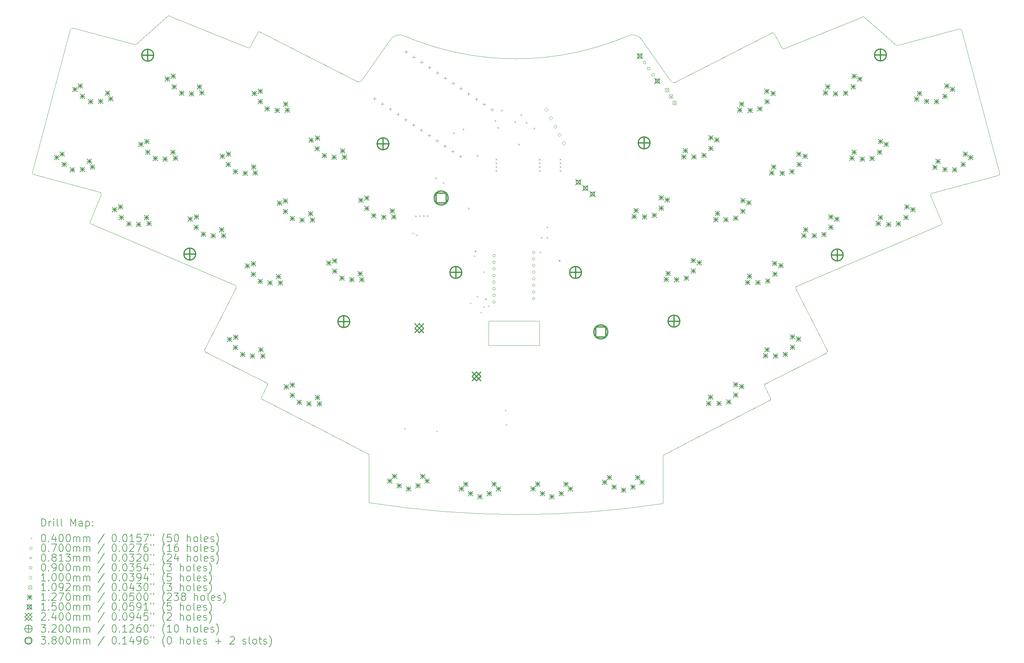
<source format=gbr>
%FSLAX45Y45*%
G04 Gerber Fmt 4.5, Leading zero omitted, Abs format (unit mm)*
G04 Created by KiCad (PCBNEW (6.0.4)) date 2022-10-16 03:21:50*
%MOMM*%
%LPD*%
G01*
G04 APERTURE LIST*
%TA.AperFunction,Profile*%
%ADD10C,0.050000*%
%TD*%
%ADD11C,0.200000*%
%ADD12C,0.040000*%
%ADD13C,0.070000*%
%ADD14C,0.081280*%
%ADD15C,0.090000*%
%ADD16C,0.100000*%
%ADD17C,0.109220*%
%ADD18C,0.127000*%
%ADD19C,0.150000*%
%ADD20C,0.240000*%
%ADD21C,0.320000*%
%ADD22C,0.380000*%
G04 APERTURE END LIST*
D10*
X3863130Y-7710207D02*
G75*
G03*
X3828629Y-7641197I-51851J17207D01*
G01*
X22611781Y-10174011D02*
G75*
G03*
X22586380Y-10250208I20269J-49089D01*
G01*
X4749177Y-3657377D02*
G75*
G03*
X4816402Y-3639673I18553J66037D01*
G01*
X21951380Y-3344608D02*
X19309780Y-4690808D01*
X21748181Y-12815609D02*
G75*
G03*
X21737235Y-12861152I17619J-28321D01*
G01*
X22002176Y-3370010D02*
G75*
G03*
X21951380Y-3344608I-41826J-20150D01*
G01*
X6651140Y-11888793D02*
G75*
G03*
X6676545Y-11952008I40200J-20557D01*
G01*
X25265309Y-3665076D02*
G75*
G03*
X25332537Y-3682774I48671J48347D01*
G01*
X19208180Y-4640008D02*
X18420780Y-3519208D01*
X7821199Y-3751008D02*
X5703126Y-2892311D01*
X24378589Y-2917711D02*
X22260515Y-3776408D01*
X21885552Y-13250946D02*
G75*
G03*
X21900440Y-13196468I-19512J34606D01*
G01*
X11102135Y-16016008D02*
G75*
G03*
X18979580Y-16041408I4020619J25386463D01*
G01*
X11078335Y-15990608D02*
G75*
G03*
X11102135Y-16016008I25825J348D01*
G01*
X23430570Y-11914196D02*
X22586380Y-10250208D01*
X3101135Y-3217607D02*
G75*
G03*
X3024935Y-3268408I-11225J-65713D01*
G01*
X7821200Y-3751005D02*
G75*
G03*
X7876335Y-3725608I13750J42695D01*
G01*
X8130334Y-3319208D02*
G75*
G03*
X8079534Y-3344608I-8964J-45572D01*
G01*
X21900440Y-13196468D02*
X21737235Y-12861152D01*
X3863134Y-7710208D02*
X3558335Y-8446808D01*
X3558335Y-8446808D02*
G75*
G03*
X3575530Y-8493486I31285J-14982D01*
G01*
X8344476Y-12835750D02*
G75*
G03*
X8333534Y-12790208I-28576J17220D01*
G01*
X8181281Y-13171071D02*
G75*
G03*
X8196163Y-13225545I34229J-19919D01*
G01*
X19030382Y-14720611D02*
G75*
G03*
X19003094Y-14763913I16059J-40369D01*
G01*
X10771935Y-4665408D02*
X8130335Y-3319208D01*
X2008938Y-7100609D02*
G75*
G03*
X2040030Y-7164797I48832J-15971D01*
G01*
X11660934Y-3519208D02*
X10873534Y-4640008D01*
X21748180Y-12815608D02*
X23405170Y-11977408D01*
X15674134Y-11774208D02*
X14302535Y-11774208D01*
X14302534Y-11113808D01*
X15674134Y-11113808D01*
X15674134Y-11774208D01*
X19003380Y-16016008D02*
X19003094Y-14763913D01*
X27056774Y-3293809D02*
G75*
G03*
X26980580Y-3243008I-64974J-14911D01*
G01*
X11991134Y-3414911D02*
G75*
G03*
X18090580Y-3414911I3049723J7046901D01*
G01*
X24432346Y-2925677D02*
G75*
G03*
X24378589Y-2917711I-33096J-37973D01*
G01*
X9933735Y-14111008D02*
X11051335Y-14695208D01*
X8344479Y-12835752D02*
X8181274Y-13171068D01*
X7495335Y-10224808D02*
X6651145Y-11888796D01*
X3575530Y-8493486D02*
X7469935Y-10148608D01*
X11078618Y-14738514D02*
G75*
G03*
X11051335Y-14695208I-43338J2944D01*
G01*
X4749177Y-3657374D02*
X3101135Y-3217608D01*
X25265313Y-3665073D02*
X24432346Y-2925677D01*
X19208176Y-4640010D02*
G75*
G03*
X19309780Y-4690808I87194J47390D01*
G01*
X7495331Y-10224806D02*
G75*
G03*
X7469935Y-10148608I-45651J27116D01*
G01*
X22611780Y-10174008D02*
X26506185Y-8518886D01*
X18420778Y-3519209D02*
G75*
G03*
X18090580Y-3414911I-238768J-181081D01*
G01*
X3024935Y-3268408D02*
X2008935Y-7100608D01*
X5649368Y-2900277D02*
X4816402Y-3639673D01*
X22205378Y-3751009D02*
G75*
G03*
X22260515Y-3776408I41392J17309D01*
G01*
X20147980Y-14136408D02*
X21885552Y-13250945D01*
X18979580Y-16041403D02*
G75*
G03*
X19003380Y-16016008I-2030J25753D01*
G01*
X8196163Y-13225545D02*
X9933735Y-14111008D01*
X2040030Y-7164797D02*
X3828629Y-7641197D01*
X28041687Y-7190204D02*
G75*
G03*
X28072780Y-7126008I-17747J48224D01*
G01*
X26253083Y-7666590D02*
G75*
G03*
X26218580Y-7735608I17357J-51810D01*
G01*
X11991136Y-3414906D02*
G75*
G03*
X11660934Y-3519208I-89246J-292294D01*
G01*
X8079534Y-3344608D02*
X7876335Y-3725608D01*
X23405169Y-11977405D02*
G75*
G03*
X23430570Y-11914196I-14799J42655D01*
G01*
X26253085Y-7666597D02*
X28041685Y-7190197D01*
X22205380Y-3751008D02*
X22002180Y-3370008D01*
X5703128Y-2892306D02*
G75*
G03*
X5649368Y-2900277I-20658J-45944D01*
G01*
X26980580Y-3243008D02*
X25332537Y-3682774D01*
X26506186Y-8518889D02*
G75*
G03*
X26523380Y-8472208I-14096J31699D01*
G01*
X11078621Y-14738514D02*
X11078335Y-15990608D01*
X26523380Y-8472208D02*
X26218580Y-7735608D01*
X19030380Y-14720608D02*
X20147980Y-14136408D01*
X6676545Y-11952008D02*
X8333534Y-12790208D01*
X10771935Y-4665406D02*
G75*
G03*
X10873534Y-4640008I28145J103326D01*
G01*
X28072780Y-7126008D02*
X27056780Y-3293808D01*
D11*
D12*
X12021934Y-13989408D02*
X12061934Y-14029408D01*
X12061934Y-13989408D02*
X12021934Y-14029408D01*
X12250534Y-8731608D02*
X12290534Y-8771608D01*
X12290534Y-8731608D02*
X12250534Y-8771608D01*
X12324033Y-8270093D02*
X12364033Y-8310093D01*
X12364033Y-8270093D02*
X12324033Y-8310093D01*
X12352134Y-8782408D02*
X12392134Y-8822408D01*
X12392134Y-8782408D02*
X12352134Y-8822408D01*
X12433280Y-8263200D02*
X12473280Y-8303200D01*
X12473280Y-8263200D02*
X12433280Y-8303200D01*
X12535740Y-8263200D02*
X12575740Y-8303200D01*
X12575740Y-8263200D02*
X12535740Y-8303200D01*
X12638200Y-8263200D02*
X12678200Y-8303200D01*
X12678200Y-8263200D02*
X12638200Y-8303200D01*
X12866800Y-7247200D02*
X12906800Y-7287200D01*
X12906800Y-7247200D02*
X12866800Y-7287200D01*
X12885534Y-14065608D02*
X12925534Y-14105608D01*
X12925534Y-14065608D02*
X12885534Y-14105608D01*
X13070000Y-7374200D02*
X13110000Y-7414200D01*
X13110000Y-7374200D02*
X13070000Y-7414200D01*
X13349400Y-6028000D02*
X13389400Y-6068000D01*
X13389400Y-6028000D02*
X13349400Y-6068000D01*
X13603400Y-5926400D02*
X13643400Y-5966400D01*
X13643400Y-5926400D02*
X13603400Y-5966400D01*
X13744665Y-8056837D02*
X13784665Y-8096837D01*
X13784665Y-8056837D02*
X13744665Y-8096837D01*
X13799934Y-10611208D02*
X13839934Y-10651208D01*
X13839934Y-10611208D02*
X13799934Y-10651208D01*
X13901535Y-9341208D02*
X13941535Y-9381208D01*
X13941535Y-9341208D02*
X13901535Y-9381208D01*
X13926505Y-9213778D02*
X13966505Y-9253778D01*
X13966505Y-9213778D02*
X13926505Y-9253778D01*
X13977735Y-10433408D02*
X14017735Y-10473408D01*
X14017735Y-10433408D02*
X13977735Y-10473408D01*
X13984400Y-6637600D02*
X14024400Y-6677600D01*
X14024400Y-6637600D02*
X13984400Y-6677600D01*
X14079335Y-10865208D02*
X14119335Y-10905208D01*
X14119335Y-10865208D02*
X14079335Y-10905208D01*
X14155534Y-9773008D02*
X14195534Y-9813008D01*
X14195534Y-9773008D02*
X14155534Y-9813008D01*
X14155534Y-10712808D02*
X14195534Y-10752808D01*
X14195534Y-10712808D02*
X14155534Y-10752808D01*
X14206335Y-10506758D02*
X14246335Y-10546758D01*
X14246335Y-10506758D02*
X14206335Y-10546758D01*
X14282535Y-10687408D02*
X14322535Y-10727408D01*
X14322535Y-10687408D02*
X14282535Y-10727408D01*
X14467000Y-5697800D02*
X14507000Y-5737800D01*
X14507000Y-5697800D02*
X14467000Y-5737800D01*
X14492400Y-6739200D02*
X14532400Y-6779200D01*
X14532400Y-6739200D02*
X14492400Y-6779200D01*
X14492400Y-6840800D02*
X14532400Y-6880800D01*
X14532400Y-6840800D02*
X14492400Y-6880800D01*
X14492400Y-6940750D02*
X14532400Y-6980750D01*
X14532400Y-6940750D02*
X14492400Y-6980750D01*
X14492400Y-7040701D02*
X14532400Y-7080701D01*
X14532400Y-7040701D02*
X14492400Y-7080701D01*
X14543200Y-5881247D02*
X14583200Y-5921247D01*
X14583200Y-5881247D02*
X14543200Y-5921247D01*
X14644800Y-5418400D02*
X14684800Y-5458400D01*
X14684800Y-5418400D02*
X14644800Y-5458400D01*
X14739734Y-13506808D02*
X14779734Y-13546808D01*
X14779734Y-13506808D02*
X14739734Y-13546808D01*
X14765134Y-13887808D02*
X14805134Y-13927808D01*
X14805134Y-13887808D02*
X14765134Y-13927808D01*
X15000400Y-5723200D02*
X15040400Y-5763200D01*
X15040400Y-5723200D02*
X15000400Y-5763200D01*
X15102000Y-6332800D02*
X15142000Y-6372800D01*
X15142000Y-6332800D02*
X15102000Y-6372800D01*
X15161596Y-5536604D02*
X15201596Y-5576604D01*
X15201596Y-5536604D02*
X15161596Y-5576604D01*
X15305200Y-5748600D02*
X15345200Y-5788600D01*
X15345200Y-5748600D02*
X15305200Y-5788600D01*
X15514435Y-5899508D02*
X15554435Y-5939508D01*
X15554435Y-5899508D02*
X15514435Y-5939508D01*
X15660800Y-6739200D02*
X15700800Y-6779200D01*
X15700800Y-6739200D02*
X15660800Y-6779200D01*
X15660800Y-6840800D02*
X15700800Y-6880800D01*
X15700800Y-6840800D02*
X15660800Y-6880800D01*
X15660800Y-6942400D02*
X15700800Y-6982400D01*
X15700800Y-6942400D02*
X15660800Y-6982400D01*
X15660800Y-7042350D02*
X15700800Y-7082350D01*
X15700800Y-7042350D02*
X15660800Y-7082350D01*
X15679534Y-9239608D02*
X15719534Y-9279608D01*
X15719534Y-9239608D02*
X15679534Y-9279608D01*
X15711600Y-8847400D02*
X15751600Y-8887400D01*
X15751600Y-8847400D02*
X15711600Y-8887400D01*
X15864000Y-8568000D02*
X15904000Y-8608000D01*
X15904000Y-8568000D02*
X15864000Y-8608000D01*
X15864000Y-8847400D02*
X15904000Y-8887400D01*
X15904000Y-8847400D02*
X15864000Y-8887400D01*
X16194200Y-9468208D02*
X16234200Y-9508208D01*
X16234200Y-9468208D02*
X16194200Y-9508208D01*
X16219600Y-6739200D02*
X16259600Y-6779200D01*
X16259600Y-6739200D02*
X16219600Y-6779200D01*
X16219600Y-6840800D02*
X16259600Y-6880800D01*
X16259600Y-6840800D02*
X16219600Y-6880800D01*
X16219600Y-6942400D02*
X16259600Y-6982400D01*
X16259600Y-6942400D02*
X16219600Y-6982400D01*
X16219600Y-7042350D02*
X16259600Y-7082350D01*
X16259600Y-7042350D02*
X16219600Y-7082350D01*
D13*
X14484335Y-9353208D02*
G75*
G03*
X14484335Y-9353208I-35000J0D01*
G01*
X14484335Y-9531208D02*
G75*
G03*
X14484335Y-9531208I-35000J0D01*
G01*
X14484335Y-9709208D02*
G75*
G03*
X14484335Y-9709208I-35000J0D01*
G01*
X14484335Y-9887208D02*
G75*
G03*
X14484335Y-9887208I-35000J0D01*
G01*
X14484335Y-10065208D02*
G75*
G03*
X14484335Y-10065208I-35000J0D01*
G01*
X14484335Y-10243208D02*
G75*
G03*
X14484335Y-10243208I-35000J0D01*
G01*
X14484335Y-10421208D02*
G75*
G03*
X14484335Y-10421208I-35000J0D01*
G01*
X14484335Y-10599208D02*
G75*
G03*
X14484335Y-10599208I-35000J0D01*
G01*
X15554335Y-9264208D02*
G75*
G03*
X15554335Y-9264208I-35000J0D01*
G01*
X15554335Y-9442208D02*
G75*
G03*
X15554335Y-9442208I-35000J0D01*
G01*
X15554335Y-9620208D02*
G75*
G03*
X15554335Y-9620208I-35000J0D01*
G01*
X15554335Y-9798208D02*
G75*
G03*
X15554335Y-9798208I-35000J0D01*
G01*
X15554335Y-9976208D02*
G75*
G03*
X15554335Y-9976208I-35000J0D01*
G01*
X15554335Y-10154208D02*
G75*
G03*
X15554335Y-10154208I-35000J0D01*
G01*
X15554335Y-10332208D02*
G75*
G03*
X15554335Y-10332208I-35000J0D01*
G01*
X15554335Y-10510208D02*
G75*
G03*
X15554335Y-10510208I-35000J0D01*
G01*
D14*
X11228830Y-5077982D02*
X11228830Y-5159262D01*
X11188190Y-5118622D02*
X11269470Y-5118622D01*
X11439405Y-5220017D02*
X11439405Y-5301297D01*
X11398765Y-5260657D02*
X11480045Y-5260657D01*
X11649981Y-5362052D02*
X11649981Y-5443332D01*
X11609341Y-5402692D02*
X11690621Y-5402692D01*
X11860556Y-5504087D02*
X11860556Y-5585367D01*
X11819916Y-5544727D02*
X11901196Y-5544727D01*
X12071132Y-5646122D02*
X12071132Y-5727402D01*
X12030492Y-5686762D02*
X12111772Y-5686762D01*
X12079921Y-3816187D02*
X12079921Y-3897467D01*
X12039281Y-3856827D02*
X12120561Y-3856827D01*
X12281708Y-5788157D02*
X12281708Y-5869437D01*
X12241068Y-5828797D02*
X12322348Y-5828797D01*
X12290497Y-3958222D02*
X12290497Y-4039502D01*
X12249857Y-3998862D02*
X12331137Y-3998862D01*
X12492283Y-5930192D02*
X12492283Y-6011472D01*
X12451643Y-5970832D02*
X12532923Y-5970832D01*
X12501073Y-4100257D02*
X12501073Y-4181537D01*
X12460433Y-4140897D02*
X12541713Y-4140897D01*
X12702859Y-6072227D02*
X12702859Y-6153507D01*
X12662219Y-6112867D02*
X12743499Y-6112867D01*
X12711648Y-4242292D02*
X12711648Y-4323572D01*
X12671008Y-4282932D02*
X12752288Y-4282932D01*
X12913434Y-6214262D02*
X12913434Y-6295542D01*
X12872794Y-6254902D02*
X12954074Y-6254902D01*
X12922224Y-4384327D02*
X12922224Y-4465607D01*
X12881584Y-4424967D02*
X12962864Y-4424967D01*
X13124010Y-6356297D02*
X13124010Y-6437577D01*
X13083370Y-6396937D02*
X13164650Y-6396937D01*
X13132799Y-4526362D02*
X13132799Y-4607642D01*
X13092159Y-4567002D02*
X13173439Y-4567002D01*
X13334585Y-6498332D02*
X13334585Y-6579612D01*
X13293945Y-6538972D02*
X13375225Y-6538972D01*
X13343375Y-4668397D02*
X13343375Y-4749677D01*
X13302735Y-4709037D02*
X13384015Y-4709037D01*
X13545161Y-6640367D02*
X13545161Y-6721647D01*
X13504521Y-6681007D02*
X13585801Y-6681007D01*
X13553950Y-4810432D02*
X13553950Y-4891712D01*
X13513310Y-4851072D02*
X13594590Y-4851072D01*
X13764526Y-4952467D02*
X13764526Y-5033747D01*
X13723886Y-4993107D02*
X13805166Y-4993107D01*
X13975101Y-5094502D02*
X13975101Y-5175782D01*
X13934461Y-5135142D02*
X14015741Y-5135142D01*
X14185677Y-5236537D02*
X14185677Y-5317817D01*
X14145037Y-5277177D02*
X14226317Y-5277177D01*
X14396252Y-5378572D02*
X14396252Y-5459852D01*
X14355612Y-5419212D02*
X14436892Y-5419212D01*
D15*
X18531190Y-4177359D02*
X18531190Y-4113719D01*
X18467549Y-4113719D01*
X18467549Y-4177359D01*
X18531190Y-4177359D01*
X18645905Y-4341190D02*
X18645905Y-4277550D01*
X18582265Y-4277550D01*
X18582265Y-4341190D01*
X18645905Y-4341190D01*
X18760620Y-4505020D02*
X18760620Y-4441380D01*
X18696980Y-4441380D01*
X18696980Y-4505020D01*
X18760620Y-4505020D01*
D16*
X15863061Y-5468327D02*
X15913061Y-5418327D01*
X15863061Y-5368327D01*
X15813061Y-5418327D01*
X15863061Y-5468327D01*
X15978374Y-5694642D02*
X16028374Y-5644642D01*
X15978374Y-5594642D01*
X15928374Y-5644642D01*
X15978374Y-5694642D01*
X16093688Y-5920958D02*
X16143688Y-5870958D01*
X16093688Y-5820958D01*
X16043688Y-5870958D01*
X16093688Y-5920958D01*
X16209001Y-6147274D02*
X16259001Y-6097274D01*
X16209001Y-6047274D01*
X16159001Y-6097274D01*
X16209001Y-6147274D01*
X16324315Y-6373589D02*
X16374315Y-6323589D01*
X16324315Y-6273589D01*
X16274315Y-6323589D01*
X16324315Y-6373589D01*
D17*
X19058390Y-4834180D02*
X19167610Y-4943400D01*
X19167610Y-4834180D02*
X19058390Y-4943400D01*
X19167610Y-4888790D02*
G75*
G03*
X19167610Y-4888790I-54610J0D01*
G01*
X19158390Y-5007385D02*
X19267610Y-5116605D01*
X19267610Y-5007385D02*
X19158390Y-5116605D01*
X19267610Y-5061995D02*
G75*
G03*
X19267610Y-5061995I-54610J0D01*
G01*
X19258390Y-5180590D02*
X19367610Y-5289810D01*
X19367610Y-5180590D02*
X19258390Y-5289810D01*
X19367610Y-5235200D02*
G75*
G03*
X19367610Y-5235200I-54610J0D01*
G01*
D18*
X2599930Y-6643475D02*
X2726930Y-6770475D01*
X2726930Y-6643475D02*
X2599930Y-6770475D01*
X2663430Y-6643475D02*
X2663430Y-6770475D01*
X2599930Y-6706975D02*
X2726930Y-6706975D01*
X2747486Y-6552568D02*
X2874486Y-6679568D01*
X2874486Y-6552568D02*
X2747486Y-6679568D01*
X2810986Y-6552568D02*
X2810986Y-6679568D01*
X2747486Y-6616068D02*
X2874486Y-6616068D01*
X2804418Y-6830783D02*
X2931418Y-6957783D01*
X2931418Y-6830783D02*
X2804418Y-6957783D01*
X2867918Y-6830783D02*
X2867918Y-6957783D01*
X2804418Y-6894283D02*
X2931418Y-6894283D01*
X3028540Y-6975729D02*
X3155540Y-7102729D01*
X3155540Y-6975729D02*
X3028540Y-7102729D01*
X3092040Y-6975729D02*
X3092040Y-7102729D01*
X3028540Y-7039229D02*
X3155540Y-7039229D01*
X3090935Y-4806436D02*
X3217935Y-4933436D01*
X3217935Y-4806436D02*
X3090935Y-4933436D01*
X3154435Y-4806436D02*
X3154435Y-4933436D01*
X3090935Y-4869936D02*
X3217935Y-4869936D01*
X3238491Y-4715529D02*
X3365491Y-4842529D01*
X3365491Y-4715529D02*
X3238491Y-4842529D01*
X3301991Y-4715529D02*
X3301991Y-4842529D01*
X3238491Y-4779029D02*
X3365491Y-4779029D01*
X3295109Y-6962263D02*
X3422109Y-7089263D01*
X3422109Y-6962263D02*
X3295109Y-7089263D01*
X3358609Y-6962263D02*
X3358609Y-7089263D01*
X3295109Y-7025763D02*
X3422109Y-7025763D01*
X3295424Y-4993744D02*
X3422424Y-5120744D01*
X3422424Y-4993744D02*
X3295424Y-5120744D01*
X3358924Y-4993744D02*
X3358924Y-5120744D01*
X3295424Y-5057244D02*
X3422424Y-5057244D01*
X3483521Y-6749788D02*
X3610521Y-6876788D01*
X3610521Y-6749788D02*
X3483521Y-6876788D01*
X3547021Y-6749788D02*
X3547021Y-6876788D01*
X3483521Y-6813288D02*
X3610521Y-6813288D01*
X3519546Y-5138690D02*
X3646546Y-5265690D01*
X3646546Y-5138690D02*
X3519546Y-5265690D01*
X3583046Y-5138690D02*
X3583046Y-5265690D01*
X3519546Y-5202190D02*
X3646546Y-5202190D01*
X3565855Y-6902294D02*
X3692855Y-7029294D01*
X3692855Y-6902294D02*
X3565855Y-7029294D01*
X3629355Y-6902294D02*
X3629355Y-7029294D01*
X3565855Y-6965794D02*
X3692855Y-6965794D01*
X3786114Y-5125224D02*
X3913114Y-5252224D01*
X3913114Y-5125224D02*
X3786114Y-5252224D01*
X3849614Y-5125224D02*
X3849614Y-5252224D01*
X3786114Y-5188724D02*
X3913114Y-5188724D01*
X3974526Y-4912749D02*
X4101526Y-5039749D01*
X4101526Y-4912749D02*
X3974526Y-5039749D01*
X4038026Y-4912749D02*
X4038026Y-5039749D01*
X3974526Y-4976249D02*
X4101526Y-4976249D01*
X4056860Y-5065255D02*
X4183860Y-5192255D01*
X4183860Y-5065255D02*
X4056860Y-5192255D01*
X4120360Y-5065255D02*
X4120360Y-5192255D01*
X4056860Y-5128755D02*
X4183860Y-5128755D01*
X4161981Y-8049033D02*
X4288981Y-8176033D01*
X4288981Y-8049033D02*
X4161981Y-8176033D01*
X4225481Y-8049033D02*
X4225481Y-8176033D01*
X4161981Y-8112533D02*
X4288981Y-8112533D01*
X4319516Y-7976786D02*
X4446516Y-8103786D01*
X4446516Y-7976786D02*
X4319516Y-8103786D01*
X4383016Y-7976786D02*
X4383016Y-8103786D01*
X4319516Y-8040286D02*
X4446516Y-8040286D01*
X4342118Y-8259866D02*
X4469118Y-8386866D01*
X4469118Y-8259866D02*
X4342118Y-8386866D01*
X4405618Y-8259866D02*
X4405618Y-8386866D01*
X4342118Y-8323366D02*
X4469118Y-8323366D01*
X4546905Y-8431045D02*
X4673905Y-8558045D01*
X4673905Y-8431045D02*
X4546905Y-8558045D01*
X4610405Y-8431045D02*
X4610405Y-8558045D01*
X4546905Y-8494545D02*
X4673905Y-8494545D01*
X4813128Y-8450166D02*
X4940128Y-8577166D01*
X4940128Y-8450166D02*
X4813128Y-8577166D01*
X4876628Y-8450166D02*
X4876628Y-8577166D01*
X4813128Y-8513666D02*
X4940128Y-8513666D01*
X4873762Y-6287425D02*
X5000762Y-6414425D01*
X5000762Y-6287425D02*
X4873762Y-6414425D01*
X4937262Y-6287425D02*
X4937262Y-6414425D01*
X4873762Y-6350925D02*
X5000762Y-6350925D01*
X5026030Y-8262236D02*
X5153030Y-8389237D01*
X5153030Y-8262236D02*
X5026030Y-8389237D01*
X5089530Y-8262236D02*
X5089530Y-8389237D01*
X5026030Y-8325736D02*
X5153030Y-8325736D01*
X5031297Y-6215178D02*
X5158297Y-6342178D01*
X5158297Y-6215178D02*
X5031297Y-6342178D01*
X5094797Y-6215178D02*
X5094797Y-6342178D01*
X5031297Y-6278678D02*
X5158297Y-6278678D01*
X5053900Y-6498257D02*
X5180900Y-6625257D01*
X5180900Y-6498257D02*
X5053900Y-6625257D01*
X5117400Y-6498257D02*
X5117400Y-6625257D01*
X5053900Y-6561757D02*
X5180900Y-6561757D01*
X5089165Y-8423640D02*
X5216165Y-8550640D01*
X5216165Y-8423640D02*
X5089165Y-8550640D01*
X5152665Y-8423640D02*
X5152665Y-8550640D01*
X5089165Y-8487140D02*
X5216165Y-8487140D01*
X5258687Y-6669437D02*
X5385687Y-6796437D01*
X5385687Y-6669437D02*
X5258687Y-6796437D01*
X5322187Y-6669437D02*
X5322187Y-6796437D01*
X5258687Y-6732937D02*
X5385687Y-6732937D01*
X5524909Y-6688558D02*
X5651909Y-6815558D01*
X5651909Y-6688558D02*
X5524909Y-6815558D01*
X5588409Y-6688558D02*
X5588409Y-6815558D01*
X5524909Y-6752058D02*
X5651909Y-6752058D01*
X5585486Y-4525735D02*
X5712486Y-4652735D01*
X5712486Y-4525735D02*
X5585486Y-4652735D01*
X5648986Y-4525735D02*
X5648986Y-4652735D01*
X5585486Y-4589235D02*
X5712486Y-4589235D01*
X5737811Y-6500628D02*
X5864811Y-6627628D01*
X5864811Y-6500628D02*
X5737811Y-6627628D01*
X5801311Y-6500628D02*
X5801311Y-6627628D01*
X5737811Y-6564128D02*
X5864811Y-6564128D01*
X5743021Y-4453488D02*
X5870021Y-4580488D01*
X5870021Y-4453488D02*
X5743021Y-4580488D01*
X5806521Y-4453488D02*
X5806521Y-4580488D01*
X5743021Y-4516988D02*
X5870021Y-4516988D01*
X5765623Y-4736567D02*
X5892623Y-4863567D01*
X5892623Y-4736567D02*
X5765623Y-4863567D01*
X5829123Y-4736567D02*
X5829123Y-4863567D01*
X5765623Y-4800067D02*
X5892623Y-4800067D01*
X5800946Y-6662031D02*
X5927946Y-6789031D01*
X5927946Y-6662031D02*
X5800946Y-6789031D01*
X5864446Y-6662031D02*
X5864446Y-6789031D01*
X5800946Y-6725531D02*
X5927946Y-6725531D01*
X5970410Y-4907747D02*
X6097410Y-5034747D01*
X6097410Y-4907747D02*
X5970410Y-5034747D01*
X6033910Y-4907747D02*
X6033910Y-5034747D01*
X5970410Y-4971247D02*
X6097410Y-4971247D01*
X6202843Y-8300296D02*
X6329843Y-8427296D01*
X6329843Y-8300296D02*
X6202843Y-8427296D01*
X6266343Y-8300296D02*
X6266343Y-8427296D01*
X6202843Y-8363796D02*
X6329843Y-8363796D01*
X6236633Y-4926868D02*
X6363633Y-5053868D01*
X6363633Y-4926868D02*
X6236633Y-5053868D01*
X6300133Y-4926868D02*
X6300133Y-5053868D01*
X6236633Y-4990368D02*
X6363633Y-4990368D01*
X6363920Y-8526027D02*
X6490920Y-8653027D01*
X6490920Y-8526027D02*
X6363920Y-8653027D01*
X6427420Y-8526027D02*
X6427420Y-8653027D01*
X6363920Y-8589527D02*
X6490920Y-8589527D01*
X6366075Y-8242054D02*
X6493075Y-8369054D01*
X6493075Y-8242054D02*
X6366075Y-8369054D01*
X6429575Y-8242054D02*
X6429575Y-8369054D01*
X6366075Y-8305554D02*
X6493075Y-8305554D01*
X6449535Y-4738938D02*
X6576535Y-4865938D01*
X6576535Y-4738938D02*
X6449535Y-4865938D01*
X6513035Y-4738938D02*
X6513035Y-4865938D01*
X6449535Y-4802438D02*
X6576535Y-4802438D01*
X6512669Y-4900341D02*
X6639669Y-5027341D01*
X6639669Y-4900341D02*
X6512669Y-5027341D01*
X6576169Y-4900341D02*
X6576169Y-5027341D01*
X6512669Y-4963841D02*
X6639669Y-4963841D01*
X6553008Y-8714403D02*
X6680008Y-8841403D01*
X6680008Y-8714403D02*
X6553008Y-8841403D01*
X6616508Y-8714403D02*
X6616508Y-8841403D01*
X6553008Y-8777903D02*
X6680008Y-8777903D01*
X6816551Y-8756654D02*
X6943551Y-8883654D01*
X6943551Y-8756654D02*
X6816551Y-8883654D01*
X6880051Y-8756654D02*
X6880051Y-8883654D01*
X6816551Y-8820154D02*
X6943551Y-8820154D01*
X7045022Y-8587995D02*
X7172022Y-8714995D01*
X7172022Y-8587995D02*
X7045022Y-8714995D01*
X7108522Y-8587995D02*
X7108522Y-8714995D01*
X7045022Y-8651495D02*
X7172022Y-8651495D01*
X7065425Y-6607383D02*
X7192425Y-6734383D01*
X7192425Y-6607383D02*
X7065425Y-6734383D01*
X7128925Y-6607383D02*
X7128925Y-6734383D01*
X7065425Y-6670883D02*
X7192425Y-6670883D01*
X7093849Y-8754287D02*
X7220849Y-8881287D01*
X7220849Y-8754287D02*
X7093849Y-8881287D01*
X7157349Y-8754287D02*
X7157349Y-8881287D01*
X7093849Y-8817787D02*
X7220849Y-8817787D01*
X7226502Y-6833114D02*
X7353502Y-6960114D01*
X7353502Y-6833114D02*
X7226502Y-6960114D01*
X7290002Y-6833114D02*
X7290002Y-6960114D01*
X7226502Y-6896614D02*
X7353502Y-6896614D01*
X7228658Y-6549141D02*
X7355658Y-6676141D01*
X7355658Y-6549141D02*
X7228658Y-6676141D01*
X7292158Y-6549141D02*
X7292158Y-6676141D01*
X7228658Y-6612641D02*
X7355658Y-6612641D01*
X7262103Y-11542618D02*
X7389103Y-11669618D01*
X7389103Y-11542618D02*
X7262103Y-11669618D01*
X7325603Y-11542618D02*
X7325603Y-11669618D01*
X7262103Y-11606118D02*
X7389103Y-11606118D01*
X7415590Y-7021490D02*
X7542590Y-7148490D01*
X7542590Y-7021490D02*
X7415590Y-7148490D01*
X7479090Y-7021490D02*
X7479090Y-7148490D01*
X7415590Y-7084990D02*
X7542590Y-7084990D01*
X7423180Y-11768348D02*
X7550180Y-11895348D01*
X7550180Y-11768348D02*
X7423180Y-11895348D01*
X7486680Y-11768348D02*
X7486680Y-11895348D01*
X7423180Y-11831848D02*
X7550180Y-11831848D01*
X7425336Y-11484376D02*
X7552336Y-11611376D01*
X7552336Y-11484376D02*
X7425336Y-11611376D01*
X7488836Y-11484376D02*
X7488836Y-11611376D01*
X7425336Y-11547876D02*
X7552336Y-11547876D01*
X7612269Y-11956724D02*
X7739269Y-12083724D01*
X7739269Y-11956724D02*
X7612269Y-12083724D01*
X7675769Y-11956724D02*
X7675769Y-12083724D01*
X7612269Y-12020224D02*
X7739269Y-12020224D01*
X7679133Y-7063741D02*
X7806133Y-7190741D01*
X7806133Y-7063741D02*
X7679133Y-7190741D01*
X7742633Y-7063741D02*
X7742633Y-7190741D01*
X7679133Y-7127241D02*
X7806133Y-7127241D01*
X7737654Y-9566758D02*
X7864654Y-9693758D01*
X7864654Y-9566758D02*
X7737654Y-9693758D01*
X7801154Y-9566758D02*
X7801154Y-9693758D01*
X7737654Y-9630258D02*
X7864654Y-9630258D01*
X7875811Y-11998976D02*
X8002811Y-12125976D01*
X8002811Y-11998976D02*
X7875811Y-12125976D01*
X7939311Y-11998976D02*
X7939311Y-12125976D01*
X7875811Y-12062476D02*
X8002811Y-12062476D01*
X7898731Y-9792489D02*
X8025731Y-9919489D01*
X8025731Y-9792489D02*
X7898731Y-9919489D01*
X7962231Y-9792489D02*
X7962231Y-9919489D01*
X7898731Y-9855989D02*
X8025731Y-9855989D01*
X7900887Y-9508516D02*
X8027887Y-9635516D01*
X8027887Y-9508516D02*
X7900887Y-9635516D01*
X7964387Y-9508516D02*
X7964387Y-9635516D01*
X7900887Y-9572016D02*
X8027887Y-9572016D01*
X7907605Y-6895082D02*
X8034605Y-7022082D01*
X8034605Y-6895082D02*
X7907605Y-7022082D01*
X7971105Y-6895082D02*
X7971105Y-7022082D01*
X7907605Y-6958582D02*
X8034605Y-6958582D01*
X7928007Y-4914471D02*
X8055007Y-5041471D01*
X8055007Y-4914471D02*
X7928007Y-5041471D01*
X7991507Y-4914471D02*
X7991507Y-5041471D01*
X7928007Y-4977971D02*
X8055007Y-4977971D01*
X7956432Y-7061374D02*
X8083432Y-7188374D01*
X8083432Y-7061374D02*
X7956432Y-7188374D01*
X8019932Y-7061374D02*
X8019932Y-7188374D01*
X7956432Y-7124874D02*
X8083432Y-7124874D01*
X8087820Y-9980865D02*
X8214820Y-10107865D01*
X8214820Y-9980865D02*
X8087820Y-10107865D01*
X8151320Y-9980865D02*
X8151320Y-10107865D01*
X8087820Y-10044365D02*
X8214820Y-10044365D01*
X8089083Y-5140202D02*
X8216083Y-5267202D01*
X8216083Y-5140202D02*
X8089083Y-5267202D01*
X8152583Y-5140202D02*
X8152583Y-5267202D01*
X8089083Y-5203702D02*
X8216083Y-5203702D01*
X8091239Y-4856229D02*
X8218239Y-4983229D01*
X8218239Y-4856229D02*
X8091239Y-4983229D01*
X8154739Y-4856229D02*
X8154739Y-4983229D01*
X8091239Y-4919729D02*
X8218239Y-4919729D01*
X8104283Y-11830317D02*
X8231283Y-11957317D01*
X8231283Y-11830317D02*
X8104283Y-11957317D01*
X8167783Y-11830317D02*
X8167783Y-11957317D01*
X8104283Y-11893817D02*
X8231283Y-11893817D01*
X8153110Y-11996608D02*
X8280110Y-12123608D01*
X8280110Y-11996608D02*
X8153110Y-12123608D01*
X8216610Y-11996608D02*
X8216610Y-12123608D01*
X8153110Y-12060108D02*
X8280110Y-12060108D01*
X8278172Y-5328578D02*
X8405172Y-5455578D01*
X8405172Y-5328578D02*
X8278172Y-5455578D01*
X8341672Y-5328578D02*
X8341672Y-5455578D01*
X8278172Y-5392078D02*
X8405172Y-5392078D01*
X8351363Y-10023116D02*
X8478363Y-10150116D01*
X8478363Y-10023116D02*
X8351363Y-10150116D01*
X8414863Y-10023116D02*
X8414863Y-10150116D01*
X8351363Y-10086616D02*
X8478363Y-10086616D01*
X8541715Y-5370829D02*
X8668715Y-5497829D01*
X8668715Y-5370829D02*
X8541715Y-5497829D01*
X8605215Y-5370829D02*
X8605215Y-5497829D01*
X8541715Y-5434329D02*
X8668715Y-5434329D01*
X8579834Y-9854457D02*
X8706834Y-9981457D01*
X8706834Y-9854457D02*
X8579834Y-9981457D01*
X8643334Y-9854457D02*
X8643334Y-9981457D01*
X8579834Y-9917957D02*
X8706834Y-9917957D01*
X8600236Y-7873846D02*
X8727236Y-8000846D01*
X8727236Y-7873846D02*
X8600236Y-8000846D01*
X8663736Y-7873846D02*
X8663736Y-8000846D01*
X8600236Y-7937346D02*
X8727236Y-7937346D01*
X8628661Y-10020749D02*
X8755661Y-10147749D01*
X8755661Y-10020749D02*
X8628661Y-10147749D01*
X8692161Y-10020749D02*
X8692161Y-10147749D01*
X8628661Y-10084249D02*
X8755661Y-10084249D01*
X8761313Y-8099576D02*
X8888313Y-8226576D01*
X8888313Y-8099576D02*
X8761313Y-8226576D01*
X8824813Y-8099576D02*
X8824813Y-8226576D01*
X8761313Y-8163076D02*
X8888313Y-8163076D01*
X8763469Y-7815604D02*
X8890469Y-7942604D01*
X8890469Y-7815604D02*
X8763469Y-7942604D01*
X8826969Y-7815604D02*
X8826969Y-7942604D01*
X8763469Y-7879104D02*
X8890469Y-7879104D01*
X8770186Y-5202170D02*
X8897186Y-5329170D01*
X8897186Y-5202170D02*
X8770186Y-5329170D01*
X8833686Y-5202170D02*
X8833686Y-5329170D01*
X8770186Y-5265670D02*
X8897186Y-5265670D01*
X8789370Y-12828428D02*
X8916370Y-12955428D01*
X8916370Y-12828428D02*
X8789370Y-12955428D01*
X8852870Y-12828428D02*
X8852870Y-12955428D01*
X8789370Y-12891928D02*
X8916370Y-12891928D01*
X8819013Y-5368462D02*
X8946013Y-5495462D01*
X8946013Y-5368462D02*
X8819013Y-5495462D01*
X8882513Y-5368462D02*
X8882513Y-5495462D01*
X8819013Y-5431962D02*
X8946013Y-5431962D01*
X8950402Y-8287952D02*
X9077402Y-8414952D01*
X9077402Y-8287952D02*
X8950402Y-8414952D01*
X9013902Y-8287952D02*
X9013902Y-8414952D01*
X8950402Y-8351452D02*
X9077402Y-8351452D01*
X8950447Y-13054159D02*
X9077447Y-13181159D01*
X9077447Y-13054159D02*
X8950447Y-13181159D01*
X9013947Y-13054159D02*
X9013947Y-13181159D01*
X8950447Y-13117659D02*
X9077447Y-13117659D01*
X8952603Y-12770186D02*
X9079603Y-12897186D01*
X9079603Y-12770186D02*
X8952603Y-12897186D01*
X9016103Y-12770186D02*
X9016103Y-12897186D01*
X8952603Y-12833686D02*
X9079603Y-12833686D01*
X9139536Y-13242535D02*
X9266536Y-13369535D01*
X9266536Y-13242535D02*
X9139536Y-13369535D01*
X9203036Y-13242535D02*
X9203036Y-13369535D01*
X9139536Y-13306035D02*
X9266536Y-13306035D01*
X9213944Y-8330203D02*
X9340944Y-8457204D01*
X9340944Y-8330203D02*
X9213944Y-8457204D01*
X9277444Y-8330203D02*
X9277444Y-8457204D01*
X9213944Y-8393704D02*
X9340944Y-8393704D01*
X9403079Y-13284786D02*
X9530079Y-13411786D01*
X9530079Y-13284786D02*
X9403079Y-13411786D01*
X9466579Y-13284786D02*
X9466579Y-13411786D01*
X9403079Y-13348286D02*
X9530079Y-13348286D01*
X9442416Y-8161545D02*
X9569416Y-8288545D01*
X9569416Y-8161545D02*
X9442416Y-8288545D01*
X9505916Y-8161545D02*
X9505916Y-8288545D01*
X9442416Y-8225045D02*
X9569416Y-8225045D01*
X9462818Y-6180933D02*
X9589818Y-6307933D01*
X9589818Y-6180933D02*
X9462818Y-6307933D01*
X9526318Y-6180933D02*
X9526318Y-6307933D01*
X9462818Y-6244433D02*
X9589818Y-6244433D01*
X9491243Y-8327836D02*
X9618243Y-8454836D01*
X9618243Y-8327836D02*
X9491243Y-8454836D01*
X9554743Y-8327836D02*
X9554743Y-8454836D01*
X9491243Y-8391336D02*
X9618243Y-8391336D01*
X9623895Y-6406664D02*
X9750895Y-6533664D01*
X9750895Y-6406664D02*
X9623895Y-6533664D01*
X9687395Y-6406664D02*
X9687395Y-6533664D01*
X9623895Y-6470164D02*
X9750895Y-6470164D01*
X9626051Y-6122691D02*
X9753051Y-6249691D01*
X9753051Y-6122691D02*
X9626051Y-6249691D01*
X9689551Y-6122691D02*
X9689551Y-6249691D01*
X9626051Y-6186191D02*
X9753051Y-6186191D01*
X9631550Y-13116127D02*
X9758550Y-13243127D01*
X9758550Y-13116127D02*
X9631550Y-13243127D01*
X9695050Y-13116127D02*
X9695050Y-13243127D01*
X9631550Y-13179627D02*
X9758550Y-13179627D01*
X9680377Y-13282419D02*
X9807377Y-13409419D01*
X9807377Y-13282419D02*
X9680377Y-13409419D01*
X9743877Y-13282419D02*
X9743877Y-13409419D01*
X9680377Y-13345919D02*
X9807377Y-13345919D01*
X9812984Y-6595040D02*
X9939984Y-6722040D01*
X9939984Y-6595040D02*
X9812984Y-6722040D01*
X9876484Y-6595040D02*
X9876484Y-6722040D01*
X9812984Y-6658540D02*
X9939984Y-6658540D01*
X9935396Y-9485615D02*
X10062396Y-9612615D01*
X10062396Y-9485615D02*
X9935396Y-9612615D01*
X9998896Y-9485615D02*
X9998896Y-9612615D01*
X9935396Y-9549115D02*
X10062396Y-9549115D01*
X10076527Y-6637291D02*
X10203527Y-6764291D01*
X10203527Y-6637291D02*
X10076527Y-6764291D01*
X10140027Y-6637291D02*
X10140027Y-6764291D01*
X10076527Y-6700791D02*
X10203527Y-6700791D01*
X10096473Y-9711345D02*
X10223473Y-9838345D01*
X10223473Y-9711345D02*
X10096473Y-9838345D01*
X10159973Y-9711345D02*
X10159973Y-9838345D01*
X10096473Y-9774845D02*
X10223473Y-9774845D01*
X10098629Y-9427373D02*
X10225629Y-9554373D01*
X10225629Y-9427373D02*
X10098629Y-9554373D01*
X10162129Y-9427373D02*
X10162129Y-9554373D01*
X10098629Y-9490873D02*
X10225629Y-9490873D01*
X10285562Y-9899722D02*
X10412562Y-10026722D01*
X10412562Y-9899722D02*
X10285562Y-10026722D01*
X10349062Y-9899722D02*
X10349062Y-10026722D01*
X10285562Y-9963222D02*
X10412562Y-9963222D01*
X10304998Y-6468632D02*
X10431998Y-6595632D01*
X10431998Y-6468632D02*
X10304998Y-6595632D01*
X10368498Y-6468632D02*
X10368498Y-6595632D01*
X10304998Y-6532132D02*
X10431998Y-6532132D01*
X10353825Y-6634924D02*
X10480825Y-6761924D01*
X10480825Y-6634924D02*
X10353825Y-6761924D01*
X10417325Y-6634924D02*
X10417325Y-6761924D01*
X10353825Y-6698424D02*
X10480825Y-6698424D01*
X10549105Y-9941973D02*
X10676105Y-10068973D01*
X10676105Y-9941973D02*
X10549105Y-10068973D01*
X10612605Y-9941973D02*
X10612605Y-10068973D01*
X10549105Y-10005473D02*
X10676105Y-10005473D01*
X10777576Y-9773314D02*
X10904576Y-9900314D01*
X10904576Y-9773314D02*
X10777576Y-9900314D01*
X10841076Y-9773314D02*
X10841076Y-9900314D01*
X10777576Y-9836814D02*
X10904576Y-9836814D01*
X10797978Y-7792703D02*
X10924978Y-7919703D01*
X10924978Y-7792703D02*
X10797978Y-7919703D01*
X10861478Y-7792703D02*
X10861478Y-7919703D01*
X10797978Y-7856203D02*
X10924978Y-7856203D01*
X10826403Y-9939605D02*
X10953403Y-10066605D01*
X10953403Y-9939605D02*
X10826403Y-10066605D01*
X10889903Y-9939605D02*
X10889903Y-10066605D01*
X10826403Y-10003105D02*
X10953403Y-10003105D01*
X10959055Y-8018433D02*
X11086055Y-8145433D01*
X11086055Y-8018433D02*
X10959055Y-8145433D01*
X11022555Y-8018433D02*
X11022555Y-8145433D01*
X10959055Y-8081933D02*
X11086055Y-8081933D01*
X10961211Y-7734461D02*
X11088211Y-7861461D01*
X11088211Y-7734461D02*
X10961211Y-7861461D01*
X11024711Y-7734461D02*
X11024711Y-7861461D01*
X10961211Y-7797961D02*
X11088211Y-7797961D01*
X11148144Y-8206809D02*
X11275144Y-8333809D01*
X11275144Y-8206809D02*
X11148144Y-8333809D01*
X11211644Y-8206809D02*
X11211644Y-8333809D01*
X11148144Y-8270309D02*
X11275144Y-8270309D01*
X11411687Y-8249060D02*
X11538687Y-8376060D01*
X11538687Y-8249060D02*
X11411687Y-8376060D01*
X11475187Y-8249060D02*
X11475187Y-8376060D01*
X11411687Y-8312560D02*
X11538687Y-8312560D01*
X11580276Y-15363108D02*
X11707276Y-15490108D01*
X11707276Y-15363108D02*
X11580276Y-15490108D01*
X11643776Y-15363108D02*
X11643776Y-15490108D01*
X11580276Y-15426608D02*
X11707276Y-15426608D01*
X11640158Y-8080401D02*
X11767158Y-8207401D01*
X11767158Y-8080401D02*
X11640158Y-8207401D01*
X11703658Y-8080401D02*
X11703658Y-8207401D01*
X11640158Y-8143901D02*
X11767158Y-8143901D01*
X11688985Y-8246693D02*
X11815985Y-8373693D01*
X11815985Y-8246693D02*
X11688985Y-8373693D01*
X11752485Y-8246693D02*
X11752485Y-8373693D01*
X11688985Y-8310193D02*
X11815985Y-8310193D01*
X11699276Y-15237108D02*
X11826276Y-15364108D01*
X11826276Y-15237108D02*
X11699276Y-15364108D01*
X11762776Y-15237108D02*
X11762776Y-15364108D01*
X11699276Y-15300608D02*
X11826276Y-15300608D01*
X11826276Y-15491108D02*
X11953276Y-15618108D01*
X11953276Y-15491108D02*
X11826276Y-15618108D01*
X11889776Y-15491108D02*
X11889776Y-15618108D01*
X11826276Y-15554608D02*
X11953276Y-15554608D01*
X12080276Y-15573108D02*
X12207276Y-15700108D01*
X12207276Y-15573108D02*
X12080276Y-15700108D01*
X12143776Y-15573108D02*
X12143776Y-15700108D01*
X12080276Y-15636608D02*
X12207276Y-15636608D01*
X12334276Y-15491108D02*
X12461276Y-15618108D01*
X12461276Y-15491108D02*
X12334276Y-15618108D01*
X12397776Y-15491108D02*
X12397776Y-15618108D01*
X12334276Y-15554608D02*
X12461276Y-15554608D01*
X12461276Y-15237108D02*
X12588276Y-15364108D01*
X12588276Y-15237108D02*
X12461276Y-15364108D01*
X12524776Y-15237108D02*
X12524776Y-15364108D01*
X12461276Y-15300608D02*
X12588276Y-15300608D01*
X12580276Y-15363108D02*
X12707276Y-15490108D01*
X12707276Y-15363108D02*
X12580276Y-15490108D01*
X12643776Y-15363108D02*
X12643776Y-15490108D01*
X12580276Y-15426608D02*
X12707276Y-15426608D01*
X13508276Y-15574777D02*
X13635276Y-15701777D01*
X13635276Y-15574777D02*
X13508276Y-15701777D01*
X13571776Y-15574777D02*
X13571776Y-15701777D01*
X13508276Y-15638277D02*
X13635276Y-15638277D01*
X13627276Y-15448777D02*
X13754276Y-15575777D01*
X13754276Y-15448777D02*
X13627276Y-15575777D01*
X13690776Y-15448777D02*
X13690776Y-15575777D01*
X13627276Y-15512277D02*
X13754276Y-15512277D01*
X13754276Y-15702777D02*
X13881276Y-15829777D01*
X13881276Y-15702777D02*
X13754276Y-15829777D01*
X13817776Y-15702777D02*
X13817776Y-15829777D01*
X13754276Y-15766277D02*
X13881276Y-15766277D01*
X14008276Y-15784777D02*
X14135276Y-15911777D01*
X14135276Y-15784777D02*
X14008276Y-15911777D01*
X14071776Y-15784777D02*
X14071776Y-15911777D01*
X14008276Y-15848277D02*
X14135276Y-15848277D01*
X14262276Y-15702777D02*
X14389276Y-15829777D01*
X14389276Y-15702777D02*
X14262276Y-15829777D01*
X14325776Y-15702777D02*
X14325776Y-15829777D01*
X14262276Y-15766277D02*
X14389276Y-15766277D01*
X14389276Y-15448777D02*
X14516276Y-15575777D01*
X14516276Y-15448777D02*
X14389276Y-15575777D01*
X14452776Y-15448777D02*
X14452776Y-15575777D01*
X14389276Y-15512277D02*
X14516276Y-15512277D01*
X14508276Y-15574777D02*
X14635276Y-15701777D01*
X14635276Y-15574777D02*
X14508276Y-15701777D01*
X14571776Y-15574777D02*
X14571776Y-15701777D01*
X14508276Y-15638277D02*
X14635276Y-15638277D01*
X15440834Y-15575108D02*
X15567834Y-15702108D01*
X15567834Y-15575108D02*
X15440834Y-15702108D01*
X15504334Y-15575108D02*
X15504334Y-15702108D01*
X15440834Y-15638608D02*
X15567834Y-15638608D01*
X15559834Y-15449108D02*
X15686834Y-15576108D01*
X15686834Y-15449108D02*
X15559834Y-15576108D01*
X15623334Y-15449108D02*
X15623334Y-15576108D01*
X15559834Y-15512608D02*
X15686834Y-15512608D01*
X15686834Y-15703108D02*
X15813834Y-15830108D01*
X15813834Y-15703108D02*
X15686834Y-15830108D01*
X15750334Y-15703108D02*
X15750334Y-15830108D01*
X15686834Y-15766608D02*
X15813834Y-15766608D01*
X15940834Y-15785108D02*
X16067834Y-15912108D01*
X16067834Y-15785108D02*
X15940834Y-15912108D01*
X16004334Y-15785108D02*
X16004334Y-15912108D01*
X15940834Y-15848608D02*
X16067834Y-15848608D01*
X16194834Y-15703108D02*
X16321834Y-15830108D01*
X16321834Y-15703108D02*
X16194834Y-15830108D01*
X16258334Y-15703108D02*
X16258334Y-15830108D01*
X16194834Y-15766608D02*
X16321834Y-15766608D01*
X16321834Y-15449108D02*
X16448834Y-15576108D01*
X16448834Y-15449108D02*
X16321834Y-15576108D01*
X16385334Y-15449108D02*
X16385334Y-15576108D01*
X16321834Y-15512608D02*
X16448834Y-15512608D01*
X16440834Y-15575108D02*
X16567834Y-15702108D01*
X16567834Y-15575108D02*
X16440834Y-15702108D01*
X16504334Y-15575108D02*
X16504334Y-15702108D01*
X16440834Y-15638608D02*
X16567834Y-15638608D01*
X17371235Y-15397308D02*
X17498235Y-15524308D01*
X17498235Y-15397308D02*
X17371235Y-15524308D01*
X17434735Y-15397308D02*
X17434735Y-15524308D01*
X17371235Y-15460808D02*
X17498235Y-15460808D01*
X17490235Y-15271308D02*
X17617235Y-15398308D01*
X17617235Y-15271308D02*
X17490235Y-15398308D01*
X17553735Y-15271308D02*
X17553735Y-15398308D01*
X17490235Y-15334808D02*
X17617235Y-15334808D01*
X17617235Y-15525308D02*
X17744235Y-15652308D01*
X17744235Y-15525308D02*
X17617235Y-15652308D01*
X17680735Y-15525308D02*
X17680735Y-15652308D01*
X17617235Y-15588808D02*
X17744235Y-15588808D01*
X17871235Y-15607308D02*
X17998235Y-15734308D01*
X17998235Y-15607308D02*
X17871235Y-15734308D01*
X17934735Y-15607308D02*
X17934735Y-15734308D01*
X17871235Y-15670808D02*
X17998235Y-15670808D01*
X18125235Y-15525308D02*
X18252235Y-15652308D01*
X18252235Y-15525308D02*
X18125235Y-15652308D01*
X18188735Y-15525308D02*
X18188735Y-15652308D01*
X18125235Y-15588808D02*
X18252235Y-15588808D01*
X18163039Y-8239090D02*
X18290039Y-8366090D01*
X18290039Y-8239090D02*
X18163039Y-8366090D01*
X18226539Y-8239090D02*
X18226539Y-8366090D01*
X18163039Y-8302590D02*
X18290039Y-8302590D01*
X18211866Y-8072798D02*
X18338866Y-8199798D01*
X18338866Y-8072798D02*
X18211866Y-8199798D01*
X18275366Y-8072798D02*
X18275366Y-8199798D01*
X18211866Y-8136298D02*
X18338866Y-8136298D01*
X18252235Y-15271308D02*
X18379235Y-15398308D01*
X18379235Y-15271308D02*
X18252235Y-15398308D01*
X18315735Y-15271308D02*
X18315735Y-15398308D01*
X18252235Y-15334808D02*
X18379235Y-15334808D01*
X18371235Y-15397308D02*
X18498235Y-15524308D01*
X18498235Y-15397308D02*
X18371235Y-15524308D01*
X18434735Y-15397308D02*
X18434735Y-15524308D01*
X18371235Y-15460808D02*
X18498235Y-15460808D01*
X18440337Y-8241457D02*
X18567337Y-8368457D01*
X18567337Y-8241457D02*
X18440337Y-8368457D01*
X18503837Y-8241457D02*
X18503837Y-8368457D01*
X18440337Y-8304957D02*
X18567337Y-8304957D01*
X18703880Y-8199206D02*
X18830880Y-8326206D01*
X18830880Y-8199206D02*
X18703880Y-8326206D01*
X18767380Y-8199206D02*
X18767380Y-8326206D01*
X18703880Y-8262706D02*
X18830880Y-8262706D01*
X18890813Y-7726857D02*
X19017813Y-7853857D01*
X19017813Y-7726857D02*
X18890813Y-7853857D01*
X18954313Y-7726857D02*
X18954313Y-7853857D01*
X18890813Y-7790357D02*
X19017813Y-7790357D01*
X18892969Y-8010830D02*
X19019969Y-8137830D01*
X19019969Y-8010830D02*
X18892969Y-8137830D01*
X18956469Y-8010830D02*
X18956469Y-8137830D01*
X18892969Y-8074330D02*
X19019969Y-8074330D01*
X19025621Y-9932003D02*
X19152621Y-10059003D01*
X19152621Y-9932003D02*
X19025621Y-10059003D01*
X19089121Y-9932003D02*
X19089121Y-10059003D01*
X19025621Y-9995503D02*
X19152621Y-9995503D01*
X19054046Y-7785099D02*
X19181046Y-7912099D01*
X19181046Y-7785099D02*
X19054046Y-7912099D01*
X19117546Y-7785099D02*
X19117546Y-7912099D01*
X19054046Y-7848599D02*
X19181046Y-7848599D01*
X19074448Y-9765711D02*
X19201448Y-9892711D01*
X19201448Y-9765711D02*
X19074448Y-9892711D01*
X19137948Y-9765711D02*
X19137948Y-9892711D01*
X19074448Y-9829211D02*
X19201448Y-9829211D01*
X19302919Y-9934370D02*
X19429919Y-10061370D01*
X19429919Y-9934370D02*
X19302919Y-10061370D01*
X19366419Y-9934370D02*
X19366419Y-10061370D01*
X19302919Y-9997870D02*
X19429919Y-9997870D01*
X19498199Y-6627321D02*
X19625199Y-6754321D01*
X19625199Y-6627321D02*
X19498199Y-6754321D01*
X19561699Y-6627321D02*
X19561699Y-6754321D01*
X19498199Y-6690821D02*
X19625199Y-6690821D01*
X19547026Y-6461029D02*
X19674026Y-6588029D01*
X19674026Y-6461029D02*
X19547026Y-6588029D01*
X19610526Y-6461029D02*
X19610526Y-6588029D01*
X19547026Y-6524529D02*
X19674026Y-6524529D01*
X19566462Y-9892119D02*
X19693462Y-10019119D01*
X19693462Y-9892119D02*
X19566462Y-10019119D01*
X19629962Y-9892119D02*
X19629962Y-10019119D01*
X19566462Y-9955619D02*
X19693462Y-9955619D01*
X19753395Y-9419770D02*
X19880395Y-9546770D01*
X19880395Y-9419770D02*
X19753395Y-9546770D01*
X19816895Y-9419770D02*
X19816895Y-9546770D01*
X19753395Y-9483270D02*
X19880395Y-9483270D01*
X19755551Y-9703743D02*
X19882551Y-9830743D01*
X19882551Y-9703743D02*
X19755551Y-9830743D01*
X19819051Y-9703743D02*
X19819051Y-9830743D01*
X19755551Y-9767243D02*
X19882551Y-9767243D01*
X19775498Y-6629688D02*
X19902498Y-6756688D01*
X19902498Y-6629688D02*
X19775498Y-6756688D01*
X19838998Y-6629688D02*
X19838998Y-6756688D01*
X19775498Y-6693188D02*
X19902498Y-6693188D01*
X19916627Y-9478012D02*
X20043627Y-9605012D01*
X20043627Y-9478012D02*
X19916627Y-9605012D01*
X19980127Y-9478012D02*
X19980127Y-9605012D01*
X19916627Y-9541512D02*
X20043627Y-9541512D01*
X20039041Y-6587437D02*
X20166041Y-6714437D01*
X20166041Y-6587437D02*
X20039041Y-6714437D01*
X20102541Y-6587437D02*
X20102541Y-6714437D01*
X20039041Y-6650937D02*
X20166041Y-6650937D01*
X20171647Y-13274815D02*
X20298647Y-13401815D01*
X20298647Y-13274815D02*
X20171647Y-13401815D01*
X20235147Y-13274815D02*
X20235147Y-13401815D01*
X20171647Y-13338315D02*
X20298647Y-13338315D01*
X20220474Y-13108524D02*
X20347474Y-13235524D01*
X20347474Y-13108524D02*
X20220474Y-13235524D01*
X20283974Y-13108524D02*
X20283974Y-13235524D01*
X20220474Y-13172024D02*
X20347474Y-13172024D01*
X20225973Y-6115088D02*
X20352973Y-6242088D01*
X20352973Y-6115088D02*
X20225973Y-6242088D01*
X20289473Y-6115088D02*
X20289473Y-6242088D01*
X20225973Y-6178588D02*
X20352973Y-6178588D01*
X20228129Y-6399061D02*
X20355129Y-6526061D01*
X20355129Y-6399061D02*
X20228129Y-6526061D01*
X20291629Y-6399061D02*
X20291629Y-6526061D01*
X20228129Y-6462561D02*
X20355129Y-6462561D01*
X20360781Y-8320233D02*
X20487781Y-8447233D01*
X20487781Y-8320233D02*
X20360781Y-8447233D01*
X20424281Y-8320233D02*
X20424281Y-8447233D01*
X20360781Y-8383733D02*
X20487781Y-8383733D01*
X20389206Y-6173330D02*
X20516206Y-6300330D01*
X20516206Y-6173330D02*
X20389206Y-6300330D01*
X20452706Y-6173330D02*
X20452706Y-6300330D01*
X20389206Y-6236830D02*
X20516206Y-6236830D01*
X20409608Y-8153942D02*
X20536608Y-8280942D01*
X20536608Y-8153942D02*
X20409608Y-8280942D01*
X20473108Y-8153942D02*
X20473108Y-8280942D01*
X20409608Y-8217442D02*
X20536608Y-8217442D01*
X20448946Y-13277183D02*
X20575946Y-13404183D01*
X20575946Y-13277183D02*
X20448946Y-13404183D01*
X20512446Y-13277183D02*
X20512446Y-13404183D01*
X20448946Y-13340683D02*
X20575946Y-13340683D01*
X20638079Y-8322600D02*
X20765079Y-8449601D01*
X20765079Y-8322600D02*
X20638079Y-8449601D01*
X20701579Y-8322600D02*
X20701579Y-8449601D01*
X20638079Y-8386100D02*
X20765079Y-8386100D01*
X20712489Y-13234932D02*
X20839489Y-13361932D01*
X20839489Y-13234932D02*
X20712489Y-13361932D01*
X20775989Y-13234932D02*
X20775989Y-13361932D01*
X20712489Y-13298432D02*
X20839489Y-13298432D01*
X20899421Y-12762583D02*
X21026421Y-12889583D01*
X21026421Y-12762583D02*
X20899421Y-12889583D01*
X20962921Y-12762583D02*
X20962921Y-12889583D01*
X20899421Y-12826083D02*
X21026421Y-12826083D01*
X20901577Y-13046555D02*
X21028577Y-13173555D01*
X21028577Y-13046555D02*
X20901577Y-13173555D01*
X20965077Y-13046555D02*
X20965077Y-13173555D01*
X20901577Y-13110055D02*
X21028577Y-13110055D01*
X20901622Y-8280349D02*
X21028622Y-8407349D01*
X21028622Y-8280349D02*
X20901622Y-8407349D01*
X20965122Y-8280349D02*
X20965122Y-8407349D01*
X20901622Y-8343849D02*
X21028622Y-8343849D01*
X21011915Y-5368768D02*
X21138915Y-5495768D01*
X21138915Y-5368768D02*
X21011915Y-5495768D01*
X21075415Y-5368768D02*
X21075415Y-5495768D01*
X21011915Y-5432268D02*
X21138915Y-5432268D01*
X21060742Y-5202476D02*
X21187742Y-5329476D01*
X21187742Y-5202476D02*
X21060742Y-5329476D01*
X21124242Y-5202476D02*
X21124242Y-5329476D01*
X21060742Y-5265976D02*
X21187742Y-5265976D01*
X21062654Y-12820825D02*
X21189654Y-12947825D01*
X21189654Y-12820825D02*
X21062654Y-12947825D01*
X21126154Y-12820825D02*
X21126154Y-12947825D01*
X21062654Y-12884325D02*
X21189654Y-12884325D01*
X21088555Y-7808001D02*
X21215555Y-7935001D01*
X21215555Y-7808001D02*
X21088555Y-7935001D01*
X21152055Y-7808001D02*
X21152055Y-7935001D01*
X21088555Y-7871501D02*
X21215555Y-7871501D01*
X21090711Y-8091973D02*
X21217711Y-8218973D01*
X21217711Y-8091973D02*
X21090711Y-8218973D01*
X21154211Y-8091973D02*
X21154211Y-8218973D01*
X21090711Y-8155473D02*
X21217711Y-8155473D01*
X21223363Y-10013146D02*
X21350363Y-10140146D01*
X21350363Y-10013146D02*
X21223363Y-10140146D01*
X21286863Y-10013146D02*
X21286863Y-10140146D01*
X21223363Y-10076646D02*
X21350363Y-10076646D01*
X21251787Y-7866243D02*
X21378787Y-7993243D01*
X21378787Y-7866243D02*
X21251787Y-7993243D01*
X21315287Y-7866243D02*
X21315287Y-7993243D01*
X21251787Y-7929743D02*
X21378787Y-7929743D01*
X21272190Y-9846854D02*
X21399190Y-9973854D01*
X21399190Y-9846854D02*
X21272190Y-9973854D01*
X21335690Y-9846854D02*
X21335690Y-9973854D01*
X21272190Y-9910354D02*
X21399190Y-9910354D01*
X21289213Y-5371135D02*
X21416213Y-5498135D01*
X21416213Y-5371135D02*
X21289213Y-5498135D01*
X21352713Y-5371135D02*
X21352713Y-5498135D01*
X21289213Y-5434635D02*
X21416213Y-5434635D01*
X21500661Y-10015513D02*
X21627661Y-10142513D01*
X21627661Y-10015513D02*
X21500661Y-10142513D01*
X21564161Y-10015513D02*
X21564161Y-10142513D01*
X21500661Y-10079013D02*
X21627661Y-10079013D01*
X21552756Y-5328884D02*
X21679756Y-5455884D01*
X21679756Y-5328884D02*
X21552756Y-5455884D01*
X21616256Y-5328884D02*
X21616256Y-5455884D01*
X21552756Y-5392384D02*
X21679756Y-5392384D01*
X21698914Y-11989006D02*
X21825914Y-12116006D01*
X21825914Y-11989006D02*
X21698914Y-12116006D01*
X21762414Y-11989006D02*
X21762414Y-12116006D01*
X21698914Y-12052506D02*
X21825914Y-12052506D01*
X21739689Y-4856535D02*
X21866689Y-4983535D01*
X21866689Y-4856535D02*
X21739689Y-4983535D01*
X21803189Y-4856535D02*
X21803189Y-4983535D01*
X21739689Y-4920035D02*
X21866689Y-4920035D01*
X21741845Y-5140508D02*
X21868845Y-5267508D01*
X21868845Y-5140508D02*
X21741845Y-5267508D01*
X21805345Y-5140508D02*
X21805345Y-5267508D01*
X21741845Y-5204008D02*
X21868845Y-5204008D01*
X21747741Y-11822714D02*
X21874741Y-11949714D01*
X21874741Y-11822714D02*
X21747741Y-11949714D01*
X21811241Y-11822714D02*
X21811241Y-11949714D01*
X21747741Y-11886214D02*
X21874741Y-11886214D01*
X21764204Y-9973262D02*
X21891204Y-10100262D01*
X21891204Y-9973262D02*
X21764204Y-10100262D01*
X21827704Y-9973262D02*
X21827704Y-10100262D01*
X21764204Y-10036762D02*
X21891204Y-10036762D01*
X21874497Y-7061680D02*
X22001497Y-7188680D01*
X22001497Y-7061680D02*
X21874497Y-7188680D01*
X21937997Y-7061680D02*
X21937997Y-7188680D01*
X21874497Y-7125180D02*
X22001497Y-7125180D01*
X21902921Y-4914777D02*
X22029921Y-5041777D01*
X22029921Y-4914777D02*
X21902921Y-5041777D01*
X21966421Y-4914777D02*
X21966421Y-5041777D01*
X21902921Y-4978277D02*
X22029921Y-4978277D01*
X21923324Y-6895389D02*
X22050324Y-7022389D01*
X22050324Y-6895389D02*
X21923324Y-7022389D01*
X21986824Y-6895389D02*
X21986824Y-7022389D01*
X21923324Y-6958889D02*
X22050324Y-6958889D01*
X21951137Y-9500913D02*
X22078137Y-9627913D01*
X22078137Y-9500913D02*
X21951137Y-9627913D01*
X22014637Y-9500913D02*
X22014637Y-9627913D01*
X21951137Y-9564413D02*
X22078137Y-9564413D01*
X21953293Y-9784886D02*
X22080293Y-9911886D01*
X22080293Y-9784886D02*
X21953293Y-9911886D01*
X22016793Y-9784886D02*
X22016793Y-9911886D01*
X21953293Y-9848386D02*
X22080293Y-9848386D01*
X21976212Y-11991373D02*
X22103212Y-12118373D01*
X22103212Y-11991373D02*
X21976212Y-12118373D01*
X22039712Y-11991373D02*
X22039712Y-12118373D01*
X21976212Y-12054873D02*
X22103212Y-12054873D01*
X22114369Y-9559155D02*
X22241369Y-9686155D01*
X22241369Y-9559155D02*
X22114369Y-9686155D01*
X22177869Y-9559155D02*
X22177869Y-9686155D01*
X22114369Y-9622655D02*
X22241369Y-9622655D01*
X22151795Y-7064048D02*
X22278795Y-7191048D01*
X22278795Y-7064048D02*
X22151795Y-7191048D01*
X22215295Y-7064048D02*
X22215295Y-7191048D01*
X22151795Y-7127548D02*
X22278795Y-7127548D01*
X22239755Y-11949122D02*
X22366755Y-12076122D01*
X22366755Y-11949122D02*
X22239755Y-12076122D01*
X22303255Y-11949122D02*
X22303255Y-12076122D01*
X22239755Y-12012622D02*
X22366755Y-12012622D01*
X22415338Y-7021796D02*
X22542338Y-7148796D01*
X22542338Y-7021796D02*
X22415338Y-7148796D01*
X22478838Y-7021796D02*
X22478838Y-7148796D01*
X22415338Y-7085296D02*
X22542338Y-7085296D01*
X22426688Y-11476773D02*
X22553688Y-11603773D01*
X22553688Y-11476773D02*
X22426688Y-11603773D01*
X22490188Y-11476773D02*
X22490188Y-11603773D01*
X22426688Y-11540273D02*
X22553688Y-11540273D01*
X22428844Y-11760746D02*
X22555844Y-11887746D01*
X22555844Y-11760746D02*
X22428844Y-11887746D01*
X22492344Y-11760746D02*
X22492344Y-11887746D01*
X22428844Y-11824246D02*
X22555844Y-11824246D01*
X22589921Y-11535015D02*
X22716921Y-11662015D01*
X22716921Y-11535015D02*
X22589921Y-11662015D01*
X22653421Y-11535015D02*
X22653421Y-11662015D01*
X22589921Y-11598515D02*
X22716921Y-11598515D01*
X22602271Y-6549448D02*
X22729271Y-6676448D01*
X22729271Y-6549448D02*
X22602271Y-6676448D01*
X22665771Y-6549448D02*
X22665771Y-6676448D01*
X22602271Y-6612948D02*
X22729271Y-6612948D01*
X22604426Y-6833420D02*
X22731426Y-6960420D01*
X22731426Y-6833420D02*
X22604426Y-6960420D01*
X22667926Y-6833420D02*
X22667926Y-6960420D01*
X22604426Y-6896920D02*
X22731426Y-6896920D01*
X22737078Y-8754593D02*
X22864078Y-8881593D01*
X22864078Y-8754593D02*
X22737078Y-8881593D01*
X22800578Y-8754593D02*
X22800578Y-8881593D01*
X22737078Y-8818093D02*
X22864078Y-8818093D01*
X22765503Y-6607690D02*
X22892503Y-6734690D01*
X22892503Y-6607690D02*
X22765503Y-6734690D01*
X22829003Y-6607690D02*
X22829003Y-6734690D01*
X22765503Y-6671190D02*
X22892503Y-6671190D01*
X22785905Y-8588301D02*
X22912905Y-8715301D01*
X22912905Y-8588301D02*
X22785905Y-8715301D01*
X22849405Y-8588301D02*
X22849405Y-8715301D01*
X22785905Y-8651801D02*
X22912905Y-8651801D01*
X23014377Y-8756960D02*
X23141377Y-8883960D01*
X23141377Y-8756960D02*
X23014377Y-8883960D01*
X23077877Y-8756960D02*
X23077877Y-8883960D01*
X23014377Y-8820460D02*
X23141377Y-8820460D01*
X23277920Y-8714709D02*
X23404920Y-8841709D01*
X23404920Y-8714709D02*
X23277920Y-8841709D01*
X23341420Y-8714709D02*
X23341420Y-8841709D01*
X23277920Y-8778209D02*
X23404920Y-8778209D01*
X23318293Y-4900724D02*
X23445293Y-5027724D01*
X23445293Y-4900724D02*
X23318293Y-5027724D01*
X23381793Y-4900724D02*
X23381793Y-5027724D01*
X23318293Y-4964224D02*
X23445293Y-4964224D01*
X23381428Y-4739321D02*
X23508428Y-4866321D01*
X23508428Y-4739321D02*
X23381428Y-4866321D01*
X23444928Y-4739321D02*
X23444928Y-4866321D01*
X23381428Y-4802821D02*
X23508428Y-4802821D01*
X23464852Y-8242360D02*
X23591852Y-8369360D01*
X23591852Y-8242360D02*
X23464852Y-8369360D01*
X23528352Y-8242360D02*
X23528352Y-8369360D01*
X23464852Y-8305860D02*
X23591852Y-8305860D01*
X23467008Y-8526333D02*
X23594008Y-8653333D01*
X23594008Y-8526333D02*
X23467008Y-8653333D01*
X23530508Y-8526333D02*
X23530508Y-8653333D01*
X23467008Y-8589833D02*
X23594008Y-8589833D01*
X23594330Y-4927250D02*
X23721330Y-5054250D01*
X23721330Y-4927250D02*
X23594330Y-5054250D01*
X23657830Y-4927250D02*
X23657830Y-5054250D01*
X23594330Y-4990750D02*
X23721330Y-4990750D01*
X23628085Y-8300602D02*
X23755085Y-8427602D01*
X23755085Y-8300602D02*
X23628085Y-8427602D01*
X23691585Y-8300602D02*
X23691585Y-8427602D01*
X23628085Y-8364102D02*
X23755085Y-8364102D01*
X23860553Y-4908129D02*
X23987553Y-5035129D01*
X23987553Y-4908129D02*
X23860553Y-5035129D01*
X23924053Y-4908129D02*
X23924053Y-5035129D01*
X23860553Y-4971629D02*
X23987553Y-4971629D01*
X24030046Y-6662373D02*
X24157046Y-6789373D01*
X24157046Y-6662373D02*
X24030046Y-6789373D01*
X24093546Y-6662373D02*
X24093546Y-6789373D01*
X24030046Y-6725873D02*
X24157046Y-6725873D01*
X24065340Y-4736950D02*
X24192340Y-4863950D01*
X24192340Y-4736950D02*
X24065340Y-4863950D01*
X24128840Y-4736950D02*
X24128840Y-4863950D01*
X24065340Y-4800450D02*
X24192340Y-4800450D01*
X24087942Y-4453871D02*
X24214942Y-4580871D01*
X24214942Y-4453871D02*
X24087942Y-4580871D01*
X24151442Y-4453871D02*
X24151442Y-4580871D01*
X24087942Y-4517371D02*
X24214942Y-4517371D01*
X24093180Y-6500970D02*
X24220180Y-6627970D01*
X24220180Y-6500970D02*
X24093180Y-6627970D01*
X24156680Y-6500970D02*
X24156680Y-6627970D01*
X24093180Y-6564470D02*
X24220180Y-6564470D01*
X24245477Y-4526118D02*
X24372477Y-4653118D01*
X24372477Y-4526118D02*
X24245477Y-4653118D01*
X24308977Y-4526118D02*
X24308977Y-4653118D01*
X24245477Y-4589618D02*
X24372477Y-4589618D01*
X24306083Y-6688899D02*
X24433083Y-6815899D01*
X24433083Y-6688899D02*
X24306083Y-6815899D01*
X24369583Y-6688899D02*
X24369583Y-6815899D01*
X24306083Y-6752399D02*
X24433083Y-6752399D01*
X24572305Y-6669778D02*
X24699305Y-6796778D01*
X24699305Y-6669778D02*
X24572305Y-6796778D01*
X24635805Y-6669778D02*
X24635805Y-6796778D01*
X24572305Y-6733278D02*
X24699305Y-6733278D01*
X24741798Y-8424023D02*
X24868798Y-8551023D01*
X24868798Y-8424023D02*
X24741798Y-8551023D01*
X24805298Y-8424023D02*
X24805298Y-8551023D01*
X24741798Y-8487523D02*
X24868798Y-8487523D01*
X24777092Y-6498599D02*
X24904092Y-6625599D01*
X24904092Y-6498599D02*
X24777092Y-6625599D01*
X24840592Y-6498599D02*
X24840592Y-6625599D01*
X24777092Y-6562099D02*
X24904092Y-6562099D01*
X24799694Y-6215520D02*
X24926694Y-6342520D01*
X24926694Y-6215520D02*
X24799694Y-6342520D01*
X24863194Y-6215520D02*
X24863194Y-6342520D01*
X24799694Y-6279020D02*
X24926694Y-6279020D01*
X24804933Y-8262619D02*
X24931933Y-8389619D01*
X24931933Y-8262619D02*
X24804933Y-8389619D01*
X24868433Y-8262619D02*
X24868433Y-8389619D01*
X24804933Y-8326119D02*
X24931933Y-8326119D01*
X24957229Y-6287767D02*
X25084229Y-6414767D01*
X25084229Y-6287767D02*
X24957229Y-6414767D01*
X25020729Y-6287767D02*
X25020729Y-6414767D01*
X24957229Y-6351267D02*
X25084229Y-6351267D01*
X25017835Y-8450549D02*
X25144835Y-8577549D01*
X25144835Y-8450549D02*
X25017835Y-8577549D01*
X25081335Y-8450549D02*
X25081335Y-8577549D01*
X25017835Y-8514049D02*
X25144835Y-8514049D01*
X25284057Y-8431428D02*
X25411057Y-8558428D01*
X25411057Y-8431428D02*
X25284057Y-8558428D01*
X25347557Y-8431428D02*
X25347557Y-8558428D01*
X25284057Y-8494928D02*
X25411057Y-8494928D01*
X25488844Y-8260249D02*
X25615844Y-8387249D01*
X25615844Y-8260249D02*
X25488844Y-8387249D01*
X25552344Y-8260249D02*
X25552344Y-8387249D01*
X25488844Y-8323749D02*
X25615844Y-8323749D01*
X25511447Y-7977169D02*
X25638447Y-8104169D01*
X25638447Y-7977169D02*
X25511447Y-8104169D01*
X25574947Y-7977169D02*
X25574947Y-8104169D01*
X25511447Y-8040669D02*
X25638447Y-8040669D01*
X25668982Y-8049416D02*
X25795982Y-8176416D01*
X25795982Y-8049416D02*
X25668982Y-8176416D01*
X25732482Y-8049416D02*
X25732482Y-8176416D01*
X25668982Y-8112916D02*
X25795982Y-8112916D01*
X25772493Y-5066824D02*
X25899493Y-5193824D01*
X25899493Y-5066824D02*
X25772493Y-5193824D01*
X25835993Y-5066824D02*
X25835993Y-5193824D01*
X25772493Y-5130324D02*
X25899493Y-5130324D01*
X25854827Y-4914318D02*
X25981827Y-5041318D01*
X25981827Y-4914318D02*
X25854827Y-5041318D01*
X25918327Y-4914318D02*
X25918327Y-5041318D01*
X25854827Y-4977818D02*
X25981827Y-4977818D01*
X26043240Y-5126793D02*
X26170240Y-5253793D01*
X26170240Y-5126793D02*
X26043240Y-5253793D01*
X26106740Y-5126793D02*
X26106740Y-5253793D01*
X26043240Y-5190293D02*
X26170240Y-5190293D01*
X26265116Y-6902829D02*
X26392116Y-7029829D01*
X26392116Y-6902829D02*
X26265116Y-7029829D01*
X26328616Y-6902829D02*
X26328616Y-7029829D01*
X26265116Y-6966329D02*
X26392116Y-6966329D01*
X26309808Y-5140259D02*
X26436808Y-5267259D01*
X26436808Y-5140259D02*
X26309808Y-5267259D01*
X26373308Y-5140259D02*
X26373308Y-5267259D01*
X26309808Y-5203759D02*
X26436808Y-5203759D01*
X26347450Y-6750323D02*
X26474450Y-6877323D01*
X26474450Y-6750323D02*
X26347450Y-6877323D01*
X26410950Y-6750323D02*
X26410950Y-6877323D01*
X26347450Y-6813823D02*
X26474450Y-6813823D01*
X26533930Y-4995313D02*
X26660930Y-5122313D01*
X26660930Y-4995313D02*
X26533930Y-5122313D01*
X26597430Y-4995313D02*
X26597430Y-5122313D01*
X26533930Y-5058813D02*
X26660930Y-5058813D01*
X26535862Y-6962798D02*
X26662862Y-7089798D01*
X26662862Y-6962798D02*
X26535862Y-7089798D01*
X26599362Y-6962798D02*
X26599362Y-7089798D01*
X26535862Y-7026298D02*
X26662862Y-7026298D01*
X26590863Y-4717098D02*
X26717863Y-4844098D01*
X26717863Y-4717098D02*
X26590863Y-4844098D01*
X26654363Y-4717098D02*
X26654363Y-4844098D01*
X26590863Y-4780598D02*
X26717863Y-4780598D01*
X26738419Y-4808005D02*
X26865419Y-4935005D01*
X26865419Y-4808005D02*
X26738419Y-4935005D01*
X26801919Y-4808005D02*
X26801919Y-4935005D01*
X26738419Y-4871505D02*
X26865419Y-4871505D01*
X26802431Y-6976264D02*
X26929431Y-7103264D01*
X26929431Y-6976264D02*
X26802431Y-7103264D01*
X26865931Y-6976264D02*
X26865931Y-7103264D01*
X26802431Y-7039764D02*
X26929431Y-7039764D01*
X27026553Y-6831318D02*
X27153553Y-6958318D01*
X27153553Y-6831318D02*
X27026553Y-6958318D01*
X27090053Y-6831318D02*
X27090053Y-6958318D01*
X27026553Y-6894818D02*
X27153553Y-6894818D01*
X27083485Y-6553103D02*
X27210485Y-6680103D01*
X27210485Y-6553103D02*
X27083485Y-6680103D01*
X27146985Y-6553103D02*
X27146985Y-6680103D01*
X27083485Y-6616603D02*
X27210485Y-6616603D01*
X27231042Y-6644010D02*
X27358042Y-6771010D01*
X27358042Y-6644010D02*
X27231042Y-6771010D01*
X27294542Y-6644010D02*
X27294542Y-6771010D01*
X27231042Y-6707510D02*
X27358042Y-6707510D01*
D19*
X16646186Y-7296377D02*
X16796186Y-7446377D01*
X16796186Y-7296377D02*
X16646186Y-7446377D01*
X16774220Y-7424411D02*
X16774220Y-7318344D01*
X16668153Y-7318344D01*
X16668153Y-7424411D01*
X16774220Y-7424411D01*
X16837698Y-7457074D02*
X16987698Y-7607074D01*
X16987698Y-7457074D02*
X16837698Y-7607074D01*
X16965731Y-7585108D02*
X16965731Y-7479041D01*
X16859664Y-7479041D01*
X16859664Y-7585108D01*
X16965731Y-7585108D01*
X17029209Y-7617771D02*
X17179209Y-7767771D01*
X17179209Y-7617771D02*
X17029209Y-7767771D01*
X17157242Y-7745805D02*
X17157242Y-7639738D01*
X17051175Y-7639738D01*
X17051175Y-7745805D01*
X17157242Y-7745805D01*
X18303918Y-3898517D02*
X18453918Y-4048517D01*
X18453918Y-3898517D02*
X18303918Y-4048517D01*
X18431952Y-4026551D02*
X18431952Y-3920484D01*
X18325885Y-3920484D01*
X18325885Y-4026551D01*
X18431952Y-4026551D01*
X18774251Y-4570222D02*
X18924251Y-4720222D01*
X18924251Y-4570222D02*
X18774251Y-4720222D01*
X18902285Y-4698255D02*
X18902285Y-4592188D01*
X18796218Y-4592188D01*
X18796218Y-4698255D01*
X18902285Y-4698255D01*
D20*
X12308605Y-11185982D02*
X12548605Y-11425982D01*
X12548605Y-11185982D02*
X12308605Y-11425982D01*
X12428605Y-11425982D02*
X12548605Y-11305982D01*
X12428605Y-11185982D01*
X12308605Y-11305982D01*
X12428605Y-11425982D01*
X13854939Y-12483549D02*
X14094939Y-12723549D01*
X14094939Y-12483549D02*
X13854939Y-12723549D01*
X13974939Y-12723549D02*
X14094939Y-12603549D01*
X13974939Y-12483549D01*
X13854939Y-12603549D01*
X13974939Y-12723549D01*
D21*
X5117067Y-3789735D02*
X5117067Y-4109735D01*
X4957067Y-3949735D02*
X5277067Y-3949735D01*
X5277067Y-3949735D02*
G75*
G03*
X5277067Y-3949735I-160000J0D01*
G01*
X6250734Y-9150408D02*
X6250734Y-9470408D01*
X6090734Y-9310408D02*
X6410734Y-9310408D01*
X6410734Y-9310408D02*
G75*
G03*
X6410734Y-9310408I-160000J0D01*
G01*
X10401002Y-10971012D02*
X10401002Y-11291012D01*
X10241002Y-11131012D02*
X10561002Y-11131012D01*
X10561002Y-11131012D02*
G75*
G03*
X10561002Y-11131012I-160000J0D01*
G01*
X11457734Y-6178608D02*
X11457734Y-6498608D01*
X11297734Y-6338608D02*
X11617734Y-6338608D01*
X11617734Y-6338608D02*
G75*
G03*
X11617734Y-6338608I-160000J0D01*
G01*
X13418934Y-9645608D02*
X13418934Y-9965608D01*
X13258934Y-9805608D02*
X13578934Y-9805608D01*
X13578934Y-9805608D02*
G75*
G03*
X13578934Y-9805608I-160000J0D01*
G01*
X16644735Y-9645608D02*
X16644735Y-9965608D01*
X16484735Y-9805608D02*
X16804735Y-9805608D01*
X16804735Y-9805608D02*
G75*
G03*
X16804735Y-9805608I-160000J0D01*
G01*
X18493534Y-6153208D02*
X18493534Y-6473208D01*
X18333534Y-6313208D02*
X18653534Y-6313208D01*
X18653534Y-6313208D02*
G75*
G03*
X18653534Y-6313208I-160000J0D01*
G01*
X19297215Y-10959805D02*
X19297215Y-11279805D01*
X19137215Y-11119805D02*
X19457215Y-11119805D01*
X19457215Y-11119805D02*
G75*
G03*
X19457215Y-11119805I-160000J0D01*
G01*
X23696600Y-9175808D02*
X23696600Y-9495808D01*
X23536600Y-9335808D02*
X23856600Y-9335808D01*
X23856600Y-9335808D02*
G75*
G03*
X23856600Y-9335808I-160000J0D01*
G01*
X24862107Y-3783433D02*
X24862107Y-4103433D01*
X24702107Y-3943433D02*
X25022107Y-3943433D01*
X25022107Y-3943433D02*
G75*
G03*
X25022107Y-3943433I-160000J0D01*
G01*
D22*
X13158007Y-7934175D02*
X13158007Y-7665472D01*
X12889304Y-7665472D01*
X12889304Y-7934175D01*
X13158007Y-7934175D01*
X13213655Y-7799824D02*
G75*
G03*
X13213655Y-7799824I-190000J0D01*
G01*
D11*
X13158329Y-7919356D02*
X13164757Y-7911695D01*
X12882553Y-7687952D02*
X12888981Y-7680292D01*
X13164757Y-7911695D02*
G75*
G03*
X12888981Y-7680292I-137888J115702D01*
G01*
X12882553Y-7687952D02*
G75*
G03*
X13158329Y-7919356I137888J-115702D01*
G01*
D22*
X17460718Y-11544279D02*
X17460718Y-11275576D01*
X17192014Y-11275576D01*
X17192014Y-11544279D01*
X17460718Y-11544279D01*
X17516366Y-11409928D02*
G75*
G03*
X17516366Y-11409928I-190000J0D01*
G01*
D11*
X17461040Y-11529460D02*
X17467468Y-11521799D01*
X17185264Y-11298056D02*
X17191692Y-11290396D01*
X17467468Y-11521799D02*
G75*
G03*
X17191692Y-11290396I-137888J115702D01*
G01*
X17185264Y-11298056D02*
G75*
G03*
X17461040Y-11529460I137888J-115702D01*
G01*
X2261512Y-16645398D02*
X2261512Y-16445398D01*
X2309131Y-16445398D01*
X2337703Y-16454922D01*
X2356750Y-16473969D01*
X2366274Y-16493017D01*
X2375798Y-16531112D01*
X2375798Y-16559684D01*
X2366274Y-16597779D01*
X2356750Y-16616826D01*
X2337703Y-16635874D01*
X2309131Y-16645398D01*
X2261512Y-16645398D01*
X2461512Y-16645398D02*
X2461512Y-16512065D01*
X2461512Y-16550160D02*
X2471036Y-16531112D01*
X2480560Y-16521588D01*
X2499607Y-16512065D01*
X2518655Y-16512065D01*
X2585322Y-16645398D02*
X2585322Y-16512065D01*
X2585322Y-16445398D02*
X2575798Y-16454922D01*
X2585322Y-16464446D01*
X2594845Y-16454922D01*
X2585322Y-16445398D01*
X2585322Y-16464446D01*
X2709131Y-16645398D02*
X2690083Y-16635874D01*
X2680560Y-16616826D01*
X2680560Y-16445398D01*
X2813893Y-16645398D02*
X2794845Y-16635874D01*
X2785322Y-16616826D01*
X2785322Y-16445398D01*
X3042464Y-16645398D02*
X3042464Y-16445398D01*
X3109131Y-16588255D01*
X3175798Y-16445398D01*
X3175798Y-16645398D01*
X3356750Y-16645398D02*
X3356750Y-16540636D01*
X3347226Y-16521588D01*
X3328179Y-16512065D01*
X3290083Y-16512065D01*
X3271036Y-16521588D01*
X3356750Y-16635874D02*
X3337702Y-16645398D01*
X3290083Y-16645398D01*
X3271036Y-16635874D01*
X3261512Y-16616826D01*
X3261512Y-16597779D01*
X3271036Y-16578731D01*
X3290083Y-16569207D01*
X3337702Y-16569207D01*
X3356750Y-16559684D01*
X3451988Y-16512065D02*
X3451988Y-16712065D01*
X3451988Y-16521588D02*
X3471036Y-16512065D01*
X3509131Y-16512065D01*
X3528179Y-16521588D01*
X3537702Y-16531112D01*
X3547226Y-16550160D01*
X3547226Y-16607303D01*
X3537702Y-16626350D01*
X3528179Y-16635874D01*
X3509131Y-16645398D01*
X3471036Y-16645398D01*
X3451988Y-16635874D01*
X3632941Y-16626350D02*
X3642464Y-16635874D01*
X3632941Y-16645398D01*
X3623417Y-16635874D01*
X3632941Y-16626350D01*
X3632941Y-16645398D01*
X3632941Y-16521588D02*
X3642464Y-16531112D01*
X3632941Y-16540636D01*
X3623417Y-16531112D01*
X3632941Y-16521588D01*
X3632941Y-16540636D01*
D12*
X1963893Y-16954922D02*
X2003893Y-16994922D01*
X2003893Y-16954922D02*
X1963893Y-16994922D01*
D11*
X2299607Y-16865398D02*
X2318655Y-16865398D01*
X2337703Y-16874922D01*
X2347226Y-16884446D01*
X2356750Y-16903493D01*
X2366274Y-16941588D01*
X2366274Y-16989208D01*
X2356750Y-17027303D01*
X2347226Y-17046350D01*
X2337703Y-17055874D01*
X2318655Y-17065398D01*
X2299607Y-17065398D01*
X2280560Y-17055874D01*
X2271036Y-17046350D01*
X2261512Y-17027303D01*
X2251988Y-16989208D01*
X2251988Y-16941588D01*
X2261512Y-16903493D01*
X2271036Y-16884446D01*
X2280560Y-16874922D01*
X2299607Y-16865398D01*
X2451988Y-17046350D02*
X2461512Y-17055874D01*
X2451988Y-17065398D01*
X2442464Y-17055874D01*
X2451988Y-17046350D01*
X2451988Y-17065398D01*
X2632941Y-16932065D02*
X2632941Y-17065398D01*
X2585322Y-16855874D02*
X2537703Y-16998731D01*
X2661512Y-16998731D01*
X2775798Y-16865398D02*
X2794845Y-16865398D01*
X2813893Y-16874922D01*
X2823417Y-16884446D01*
X2832941Y-16903493D01*
X2842464Y-16941588D01*
X2842464Y-16989208D01*
X2832941Y-17027303D01*
X2823417Y-17046350D01*
X2813893Y-17055874D01*
X2794845Y-17065398D01*
X2775798Y-17065398D01*
X2756750Y-17055874D01*
X2747226Y-17046350D01*
X2737703Y-17027303D01*
X2728179Y-16989208D01*
X2728179Y-16941588D01*
X2737703Y-16903493D01*
X2747226Y-16884446D01*
X2756750Y-16874922D01*
X2775798Y-16865398D01*
X2966274Y-16865398D02*
X2985321Y-16865398D01*
X3004369Y-16874922D01*
X3013893Y-16884446D01*
X3023417Y-16903493D01*
X3032941Y-16941588D01*
X3032941Y-16989208D01*
X3023417Y-17027303D01*
X3013893Y-17046350D01*
X3004369Y-17055874D01*
X2985321Y-17065398D01*
X2966274Y-17065398D01*
X2947226Y-17055874D01*
X2937702Y-17046350D01*
X2928179Y-17027303D01*
X2918655Y-16989208D01*
X2918655Y-16941588D01*
X2928179Y-16903493D01*
X2937702Y-16884446D01*
X2947226Y-16874922D01*
X2966274Y-16865398D01*
X3118655Y-17065398D02*
X3118655Y-16932065D01*
X3118655Y-16951112D02*
X3128179Y-16941588D01*
X3147226Y-16932065D01*
X3175798Y-16932065D01*
X3194845Y-16941588D01*
X3204369Y-16960636D01*
X3204369Y-17065398D01*
X3204369Y-16960636D02*
X3213893Y-16941588D01*
X3232941Y-16932065D01*
X3261512Y-16932065D01*
X3280560Y-16941588D01*
X3290083Y-16960636D01*
X3290083Y-17065398D01*
X3385321Y-17065398D02*
X3385321Y-16932065D01*
X3385321Y-16951112D02*
X3394845Y-16941588D01*
X3413893Y-16932065D01*
X3442464Y-16932065D01*
X3461512Y-16941588D01*
X3471036Y-16960636D01*
X3471036Y-17065398D01*
X3471036Y-16960636D02*
X3480560Y-16941588D01*
X3499607Y-16932065D01*
X3528179Y-16932065D01*
X3547226Y-16941588D01*
X3556750Y-16960636D01*
X3556750Y-17065398D01*
X3947226Y-16855874D02*
X3775798Y-17113017D01*
X4204369Y-16865398D02*
X4223417Y-16865398D01*
X4242464Y-16874922D01*
X4251988Y-16884446D01*
X4261512Y-16903493D01*
X4271036Y-16941588D01*
X4271036Y-16989208D01*
X4261512Y-17027303D01*
X4251988Y-17046350D01*
X4242464Y-17055874D01*
X4223417Y-17065398D01*
X4204369Y-17065398D01*
X4185321Y-17055874D01*
X4175798Y-17046350D01*
X4166274Y-17027303D01*
X4156750Y-16989208D01*
X4156750Y-16941588D01*
X4166274Y-16903493D01*
X4175798Y-16884446D01*
X4185321Y-16874922D01*
X4204369Y-16865398D01*
X4356750Y-17046350D02*
X4366274Y-17055874D01*
X4356750Y-17065398D01*
X4347226Y-17055874D01*
X4356750Y-17046350D01*
X4356750Y-17065398D01*
X4490083Y-16865398D02*
X4509131Y-16865398D01*
X4528179Y-16874922D01*
X4537703Y-16884446D01*
X4547226Y-16903493D01*
X4556750Y-16941588D01*
X4556750Y-16989208D01*
X4547226Y-17027303D01*
X4537703Y-17046350D01*
X4528179Y-17055874D01*
X4509131Y-17065398D01*
X4490083Y-17065398D01*
X4471036Y-17055874D01*
X4461512Y-17046350D01*
X4451988Y-17027303D01*
X4442464Y-16989208D01*
X4442464Y-16941588D01*
X4451988Y-16903493D01*
X4461512Y-16884446D01*
X4471036Y-16874922D01*
X4490083Y-16865398D01*
X4747226Y-17065398D02*
X4632941Y-17065398D01*
X4690083Y-17065398D02*
X4690083Y-16865398D01*
X4671036Y-16893969D01*
X4651988Y-16913017D01*
X4632941Y-16922541D01*
X4928179Y-16865398D02*
X4832941Y-16865398D01*
X4823417Y-16960636D01*
X4832941Y-16951112D01*
X4851988Y-16941588D01*
X4899607Y-16941588D01*
X4918655Y-16951112D01*
X4928179Y-16960636D01*
X4937703Y-16979684D01*
X4937703Y-17027303D01*
X4928179Y-17046350D01*
X4918655Y-17055874D01*
X4899607Y-17065398D01*
X4851988Y-17065398D01*
X4832941Y-17055874D01*
X4823417Y-17046350D01*
X5004369Y-16865398D02*
X5137703Y-16865398D01*
X5051988Y-17065398D01*
X5204369Y-16865398D02*
X5204369Y-16903493D01*
X5280560Y-16865398D02*
X5280560Y-16903493D01*
X5575798Y-17141588D02*
X5566274Y-17132065D01*
X5547226Y-17103493D01*
X5537703Y-17084446D01*
X5528179Y-17055874D01*
X5518655Y-17008255D01*
X5518655Y-16970160D01*
X5528179Y-16922541D01*
X5537703Y-16893969D01*
X5547226Y-16874922D01*
X5566274Y-16846350D01*
X5575798Y-16836827D01*
X5747226Y-16865398D02*
X5651988Y-16865398D01*
X5642464Y-16960636D01*
X5651988Y-16951112D01*
X5671036Y-16941588D01*
X5718655Y-16941588D01*
X5737702Y-16951112D01*
X5747226Y-16960636D01*
X5756750Y-16979684D01*
X5756750Y-17027303D01*
X5747226Y-17046350D01*
X5737702Y-17055874D01*
X5718655Y-17065398D01*
X5671036Y-17065398D01*
X5651988Y-17055874D01*
X5642464Y-17046350D01*
X5880560Y-16865398D02*
X5899607Y-16865398D01*
X5918655Y-16874922D01*
X5928179Y-16884446D01*
X5937702Y-16903493D01*
X5947226Y-16941588D01*
X5947226Y-16989208D01*
X5937702Y-17027303D01*
X5928179Y-17046350D01*
X5918655Y-17055874D01*
X5899607Y-17065398D01*
X5880560Y-17065398D01*
X5861512Y-17055874D01*
X5851988Y-17046350D01*
X5842464Y-17027303D01*
X5832941Y-16989208D01*
X5832941Y-16941588D01*
X5842464Y-16903493D01*
X5851988Y-16884446D01*
X5861512Y-16874922D01*
X5880560Y-16865398D01*
X6185321Y-17065398D02*
X6185321Y-16865398D01*
X6271036Y-17065398D02*
X6271036Y-16960636D01*
X6261512Y-16941588D01*
X6242464Y-16932065D01*
X6213893Y-16932065D01*
X6194845Y-16941588D01*
X6185321Y-16951112D01*
X6394845Y-17065398D02*
X6375798Y-17055874D01*
X6366274Y-17046350D01*
X6356750Y-17027303D01*
X6356750Y-16970160D01*
X6366274Y-16951112D01*
X6375798Y-16941588D01*
X6394845Y-16932065D01*
X6423417Y-16932065D01*
X6442464Y-16941588D01*
X6451988Y-16951112D01*
X6461512Y-16970160D01*
X6461512Y-17027303D01*
X6451988Y-17046350D01*
X6442464Y-17055874D01*
X6423417Y-17065398D01*
X6394845Y-17065398D01*
X6575798Y-17065398D02*
X6556750Y-17055874D01*
X6547226Y-17036827D01*
X6547226Y-16865398D01*
X6728179Y-17055874D02*
X6709131Y-17065398D01*
X6671036Y-17065398D01*
X6651988Y-17055874D01*
X6642464Y-17036827D01*
X6642464Y-16960636D01*
X6651988Y-16941588D01*
X6671036Y-16932065D01*
X6709131Y-16932065D01*
X6728179Y-16941588D01*
X6737702Y-16960636D01*
X6737702Y-16979684D01*
X6642464Y-16998731D01*
X6813893Y-17055874D02*
X6832941Y-17065398D01*
X6871036Y-17065398D01*
X6890083Y-17055874D01*
X6899607Y-17036827D01*
X6899607Y-17027303D01*
X6890083Y-17008255D01*
X6871036Y-16998731D01*
X6842464Y-16998731D01*
X6823417Y-16989208D01*
X6813893Y-16970160D01*
X6813893Y-16960636D01*
X6823417Y-16941588D01*
X6842464Y-16932065D01*
X6871036Y-16932065D01*
X6890083Y-16941588D01*
X6966274Y-17141588D02*
X6975798Y-17132065D01*
X6994845Y-17103493D01*
X7004369Y-17084446D01*
X7013893Y-17055874D01*
X7023417Y-17008255D01*
X7023417Y-16970160D01*
X7013893Y-16922541D01*
X7004369Y-16893969D01*
X6994845Y-16874922D01*
X6975798Y-16846350D01*
X6966274Y-16836827D01*
D13*
X2003893Y-17238922D02*
G75*
G03*
X2003893Y-17238922I-35000J0D01*
G01*
D11*
X2299607Y-17129398D02*
X2318655Y-17129398D01*
X2337703Y-17138922D01*
X2347226Y-17148446D01*
X2356750Y-17167493D01*
X2366274Y-17205588D01*
X2366274Y-17253208D01*
X2356750Y-17291303D01*
X2347226Y-17310350D01*
X2337703Y-17319874D01*
X2318655Y-17329398D01*
X2299607Y-17329398D01*
X2280560Y-17319874D01*
X2271036Y-17310350D01*
X2261512Y-17291303D01*
X2251988Y-17253208D01*
X2251988Y-17205588D01*
X2261512Y-17167493D01*
X2271036Y-17148446D01*
X2280560Y-17138922D01*
X2299607Y-17129398D01*
X2451988Y-17310350D02*
X2461512Y-17319874D01*
X2451988Y-17329398D01*
X2442464Y-17319874D01*
X2451988Y-17310350D01*
X2451988Y-17329398D01*
X2528179Y-17129398D02*
X2661512Y-17129398D01*
X2575798Y-17329398D01*
X2775798Y-17129398D02*
X2794845Y-17129398D01*
X2813893Y-17138922D01*
X2823417Y-17148446D01*
X2832941Y-17167493D01*
X2842464Y-17205588D01*
X2842464Y-17253208D01*
X2832941Y-17291303D01*
X2823417Y-17310350D01*
X2813893Y-17319874D01*
X2794845Y-17329398D01*
X2775798Y-17329398D01*
X2756750Y-17319874D01*
X2747226Y-17310350D01*
X2737703Y-17291303D01*
X2728179Y-17253208D01*
X2728179Y-17205588D01*
X2737703Y-17167493D01*
X2747226Y-17148446D01*
X2756750Y-17138922D01*
X2775798Y-17129398D01*
X2966274Y-17129398D02*
X2985321Y-17129398D01*
X3004369Y-17138922D01*
X3013893Y-17148446D01*
X3023417Y-17167493D01*
X3032941Y-17205588D01*
X3032941Y-17253208D01*
X3023417Y-17291303D01*
X3013893Y-17310350D01*
X3004369Y-17319874D01*
X2985321Y-17329398D01*
X2966274Y-17329398D01*
X2947226Y-17319874D01*
X2937702Y-17310350D01*
X2928179Y-17291303D01*
X2918655Y-17253208D01*
X2918655Y-17205588D01*
X2928179Y-17167493D01*
X2937702Y-17148446D01*
X2947226Y-17138922D01*
X2966274Y-17129398D01*
X3118655Y-17329398D02*
X3118655Y-17196065D01*
X3118655Y-17215112D02*
X3128179Y-17205588D01*
X3147226Y-17196065D01*
X3175798Y-17196065D01*
X3194845Y-17205588D01*
X3204369Y-17224636D01*
X3204369Y-17329398D01*
X3204369Y-17224636D02*
X3213893Y-17205588D01*
X3232941Y-17196065D01*
X3261512Y-17196065D01*
X3280560Y-17205588D01*
X3290083Y-17224636D01*
X3290083Y-17329398D01*
X3385321Y-17329398D02*
X3385321Y-17196065D01*
X3385321Y-17215112D02*
X3394845Y-17205588D01*
X3413893Y-17196065D01*
X3442464Y-17196065D01*
X3461512Y-17205588D01*
X3471036Y-17224636D01*
X3471036Y-17329398D01*
X3471036Y-17224636D02*
X3480560Y-17205588D01*
X3499607Y-17196065D01*
X3528179Y-17196065D01*
X3547226Y-17205588D01*
X3556750Y-17224636D01*
X3556750Y-17329398D01*
X3947226Y-17119874D02*
X3775798Y-17377017D01*
X4204369Y-17129398D02*
X4223417Y-17129398D01*
X4242464Y-17138922D01*
X4251988Y-17148446D01*
X4261512Y-17167493D01*
X4271036Y-17205588D01*
X4271036Y-17253208D01*
X4261512Y-17291303D01*
X4251988Y-17310350D01*
X4242464Y-17319874D01*
X4223417Y-17329398D01*
X4204369Y-17329398D01*
X4185321Y-17319874D01*
X4175798Y-17310350D01*
X4166274Y-17291303D01*
X4156750Y-17253208D01*
X4156750Y-17205588D01*
X4166274Y-17167493D01*
X4175798Y-17148446D01*
X4185321Y-17138922D01*
X4204369Y-17129398D01*
X4356750Y-17310350D02*
X4366274Y-17319874D01*
X4356750Y-17329398D01*
X4347226Y-17319874D01*
X4356750Y-17310350D01*
X4356750Y-17329398D01*
X4490083Y-17129398D02*
X4509131Y-17129398D01*
X4528179Y-17138922D01*
X4537703Y-17148446D01*
X4547226Y-17167493D01*
X4556750Y-17205588D01*
X4556750Y-17253208D01*
X4547226Y-17291303D01*
X4537703Y-17310350D01*
X4528179Y-17319874D01*
X4509131Y-17329398D01*
X4490083Y-17329398D01*
X4471036Y-17319874D01*
X4461512Y-17310350D01*
X4451988Y-17291303D01*
X4442464Y-17253208D01*
X4442464Y-17205588D01*
X4451988Y-17167493D01*
X4461512Y-17148446D01*
X4471036Y-17138922D01*
X4490083Y-17129398D01*
X4632941Y-17148446D02*
X4642464Y-17138922D01*
X4661512Y-17129398D01*
X4709131Y-17129398D01*
X4728179Y-17138922D01*
X4737703Y-17148446D01*
X4747226Y-17167493D01*
X4747226Y-17186541D01*
X4737703Y-17215112D01*
X4623417Y-17329398D01*
X4747226Y-17329398D01*
X4813893Y-17129398D02*
X4947226Y-17129398D01*
X4861512Y-17329398D01*
X5109131Y-17129398D02*
X5071036Y-17129398D01*
X5051988Y-17138922D01*
X5042464Y-17148446D01*
X5023417Y-17177017D01*
X5013893Y-17215112D01*
X5013893Y-17291303D01*
X5023417Y-17310350D01*
X5032941Y-17319874D01*
X5051988Y-17329398D01*
X5090083Y-17329398D01*
X5109131Y-17319874D01*
X5118655Y-17310350D01*
X5128179Y-17291303D01*
X5128179Y-17243684D01*
X5118655Y-17224636D01*
X5109131Y-17215112D01*
X5090083Y-17205588D01*
X5051988Y-17205588D01*
X5032941Y-17215112D01*
X5023417Y-17224636D01*
X5013893Y-17243684D01*
X5204369Y-17129398D02*
X5204369Y-17167493D01*
X5280560Y-17129398D02*
X5280560Y-17167493D01*
X5575798Y-17405588D02*
X5566274Y-17396065D01*
X5547226Y-17367493D01*
X5537703Y-17348446D01*
X5528179Y-17319874D01*
X5518655Y-17272255D01*
X5518655Y-17234160D01*
X5528179Y-17186541D01*
X5537703Y-17157969D01*
X5547226Y-17138922D01*
X5566274Y-17110350D01*
X5575798Y-17100827D01*
X5756750Y-17329398D02*
X5642464Y-17329398D01*
X5699607Y-17329398D02*
X5699607Y-17129398D01*
X5680560Y-17157969D01*
X5661512Y-17177017D01*
X5642464Y-17186541D01*
X5928179Y-17129398D02*
X5890083Y-17129398D01*
X5871036Y-17138922D01*
X5861512Y-17148446D01*
X5842464Y-17177017D01*
X5832941Y-17215112D01*
X5832941Y-17291303D01*
X5842464Y-17310350D01*
X5851988Y-17319874D01*
X5871036Y-17329398D01*
X5909131Y-17329398D01*
X5928179Y-17319874D01*
X5937702Y-17310350D01*
X5947226Y-17291303D01*
X5947226Y-17243684D01*
X5937702Y-17224636D01*
X5928179Y-17215112D01*
X5909131Y-17205588D01*
X5871036Y-17205588D01*
X5851988Y-17215112D01*
X5842464Y-17224636D01*
X5832941Y-17243684D01*
X6185321Y-17329398D02*
X6185321Y-17129398D01*
X6271036Y-17329398D02*
X6271036Y-17224636D01*
X6261512Y-17205588D01*
X6242464Y-17196065D01*
X6213893Y-17196065D01*
X6194845Y-17205588D01*
X6185321Y-17215112D01*
X6394845Y-17329398D02*
X6375798Y-17319874D01*
X6366274Y-17310350D01*
X6356750Y-17291303D01*
X6356750Y-17234160D01*
X6366274Y-17215112D01*
X6375798Y-17205588D01*
X6394845Y-17196065D01*
X6423417Y-17196065D01*
X6442464Y-17205588D01*
X6451988Y-17215112D01*
X6461512Y-17234160D01*
X6461512Y-17291303D01*
X6451988Y-17310350D01*
X6442464Y-17319874D01*
X6423417Y-17329398D01*
X6394845Y-17329398D01*
X6575798Y-17329398D02*
X6556750Y-17319874D01*
X6547226Y-17300827D01*
X6547226Y-17129398D01*
X6728179Y-17319874D02*
X6709131Y-17329398D01*
X6671036Y-17329398D01*
X6651988Y-17319874D01*
X6642464Y-17300827D01*
X6642464Y-17224636D01*
X6651988Y-17205588D01*
X6671036Y-17196065D01*
X6709131Y-17196065D01*
X6728179Y-17205588D01*
X6737702Y-17224636D01*
X6737702Y-17243684D01*
X6642464Y-17262731D01*
X6813893Y-17319874D02*
X6832941Y-17329398D01*
X6871036Y-17329398D01*
X6890083Y-17319874D01*
X6899607Y-17300827D01*
X6899607Y-17291303D01*
X6890083Y-17272255D01*
X6871036Y-17262731D01*
X6842464Y-17262731D01*
X6823417Y-17253208D01*
X6813893Y-17234160D01*
X6813893Y-17224636D01*
X6823417Y-17205588D01*
X6842464Y-17196065D01*
X6871036Y-17196065D01*
X6890083Y-17205588D01*
X6966274Y-17405588D02*
X6975798Y-17396065D01*
X6994845Y-17367493D01*
X7004369Y-17348446D01*
X7013893Y-17319874D01*
X7023417Y-17272255D01*
X7023417Y-17234160D01*
X7013893Y-17186541D01*
X7004369Y-17157969D01*
X6994845Y-17138922D01*
X6975798Y-17110350D01*
X6966274Y-17100827D01*
D14*
X1963253Y-17462282D02*
X1963253Y-17543562D01*
X1922613Y-17502922D02*
X2003893Y-17502922D01*
D11*
X2299607Y-17393398D02*
X2318655Y-17393398D01*
X2337703Y-17402922D01*
X2347226Y-17412446D01*
X2356750Y-17431493D01*
X2366274Y-17469588D01*
X2366274Y-17517208D01*
X2356750Y-17555303D01*
X2347226Y-17574350D01*
X2337703Y-17583874D01*
X2318655Y-17593398D01*
X2299607Y-17593398D01*
X2280560Y-17583874D01*
X2271036Y-17574350D01*
X2261512Y-17555303D01*
X2251988Y-17517208D01*
X2251988Y-17469588D01*
X2261512Y-17431493D01*
X2271036Y-17412446D01*
X2280560Y-17402922D01*
X2299607Y-17393398D01*
X2451988Y-17574350D02*
X2461512Y-17583874D01*
X2451988Y-17593398D01*
X2442464Y-17583874D01*
X2451988Y-17574350D01*
X2451988Y-17593398D01*
X2575798Y-17479112D02*
X2556750Y-17469588D01*
X2547226Y-17460065D01*
X2537703Y-17441017D01*
X2537703Y-17431493D01*
X2547226Y-17412446D01*
X2556750Y-17402922D01*
X2575798Y-17393398D01*
X2613893Y-17393398D01*
X2632941Y-17402922D01*
X2642464Y-17412446D01*
X2651988Y-17431493D01*
X2651988Y-17441017D01*
X2642464Y-17460065D01*
X2632941Y-17469588D01*
X2613893Y-17479112D01*
X2575798Y-17479112D01*
X2556750Y-17488636D01*
X2547226Y-17498160D01*
X2537703Y-17517208D01*
X2537703Y-17555303D01*
X2547226Y-17574350D01*
X2556750Y-17583874D01*
X2575798Y-17593398D01*
X2613893Y-17593398D01*
X2632941Y-17583874D01*
X2642464Y-17574350D01*
X2651988Y-17555303D01*
X2651988Y-17517208D01*
X2642464Y-17498160D01*
X2632941Y-17488636D01*
X2613893Y-17479112D01*
X2842464Y-17593398D02*
X2728179Y-17593398D01*
X2785322Y-17593398D02*
X2785322Y-17393398D01*
X2766274Y-17421969D01*
X2747226Y-17441017D01*
X2728179Y-17450541D01*
X2909131Y-17393398D02*
X3032941Y-17393398D01*
X2966274Y-17469588D01*
X2994845Y-17469588D01*
X3013893Y-17479112D01*
X3023417Y-17488636D01*
X3032941Y-17507684D01*
X3032941Y-17555303D01*
X3023417Y-17574350D01*
X3013893Y-17583874D01*
X2994845Y-17593398D01*
X2937702Y-17593398D01*
X2918655Y-17583874D01*
X2909131Y-17574350D01*
X3118655Y-17593398D02*
X3118655Y-17460065D01*
X3118655Y-17479112D02*
X3128179Y-17469588D01*
X3147226Y-17460065D01*
X3175798Y-17460065D01*
X3194845Y-17469588D01*
X3204369Y-17488636D01*
X3204369Y-17593398D01*
X3204369Y-17488636D02*
X3213893Y-17469588D01*
X3232941Y-17460065D01*
X3261512Y-17460065D01*
X3280560Y-17469588D01*
X3290083Y-17488636D01*
X3290083Y-17593398D01*
X3385321Y-17593398D02*
X3385321Y-17460065D01*
X3385321Y-17479112D02*
X3394845Y-17469588D01*
X3413893Y-17460065D01*
X3442464Y-17460065D01*
X3461512Y-17469588D01*
X3471036Y-17488636D01*
X3471036Y-17593398D01*
X3471036Y-17488636D02*
X3480560Y-17469588D01*
X3499607Y-17460065D01*
X3528179Y-17460065D01*
X3547226Y-17469588D01*
X3556750Y-17488636D01*
X3556750Y-17593398D01*
X3947226Y-17383874D02*
X3775798Y-17641017D01*
X4204369Y-17393398D02*
X4223417Y-17393398D01*
X4242464Y-17402922D01*
X4251988Y-17412446D01*
X4261512Y-17431493D01*
X4271036Y-17469588D01*
X4271036Y-17517208D01*
X4261512Y-17555303D01*
X4251988Y-17574350D01*
X4242464Y-17583874D01*
X4223417Y-17593398D01*
X4204369Y-17593398D01*
X4185321Y-17583874D01*
X4175798Y-17574350D01*
X4166274Y-17555303D01*
X4156750Y-17517208D01*
X4156750Y-17469588D01*
X4166274Y-17431493D01*
X4175798Y-17412446D01*
X4185321Y-17402922D01*
X4204369Y-17393398D01*
X4356750Y-17574350D02*
X4366274Y-17583874D01*
X4356750Y-17593398D01*
X4347226Y-17583874D01*
X4356750Y-17574350D01*
X4356750Y-17593398D01*
X4490083Y-17393398D02*
X4509131Y-17393398D01*
X4528179Y-17402922D01*
X4537703Y-17412446D01*
X4547226Y-17431493D01*
X4556750Y-17469588D01*
X4556750Y-17517208D01*
X4547226Y-17555303D01*
X4537703Y-17574350D01*
X4528179Y-17583874D01*
X4509131Y-17593398D01*
X4490083Y-17593398D01*
X4471036Y-17583874D01*
X4461512Y-17574350D01*
X4451988Y-17555303D01*
X4442464Y-17517208D01*
X4442464Y-17469588D01*
X4451988Y-17431493D01*
X4461512Y-17412446D01*
X4471036Y-17402922D01*
X4490083Y-17393398D01*
X4623417Y-17393398D02*
X4747226Y-17393398D01*
X4680560Y-17469588D01*
X4709131Y-17469588D01*
X4728179Y-17479112D01*
X4737703Y-17488636D01*
X4747226Y-17507684D01*
X4747226Y-17555303D01*
X4737703Y-17574350D01*
X4728179Y-17583874D01*
X4709131Y-17593398D01*
X4651988Y-17593398D01*
X4632941Y-17583874D01*
X4623417Y-17574350D01*
X4823417Y-17412446D02*
X4832941Y-17402922D01*
X4851988Y-17393398D01*
X4899607Y-17393398D01*
X4918655Y-17402922D01*
X4928179Y-17412446D01*
X4937703Y-17431493D01*
X4937703Y-17450541D01*
X4928179Y-17479112D01*
X4813893Y-17593398D01*
X4937703Y-17593398D01*
X5061512Y-17393398D02*
X5080560Y-17393398D01*
X5099607Y-17402922D01*
X5109131Y-17412446D01*
X5118655Y-17431493D01*
X5128179Y-17469588D01*
X5128179Y-17517208D01*
X5118655Y-17555303D01*
X5109131Y-17574350D01*
X5099607Y-17583874D01*
X5080560Y-17593398D01*
X5061512Y-17593398D01*
X5042464Y-17583874D01*
X5032941Y-17574350D01*
X5023417Y-17555303D01*
X5013893Y-17517208D01*
X5013893Y-17469588D01*
X5023417Y-17431493D01*
X5032941Y-17412446D01*
X5042464Y-17402922D01*
X5061512Y-17393398D01*
X5204369Y-17393398D02*
X5204369Y-17431493D01*
X5280560Y-17393398D02*
X5280560Y-17431493D01*
X5575798Y-17669588D02*
X5566274Y-17660065D01*
X5547226Y-17631493D01*
X5537703Y-17612446D01*
X5528179Y-17583874D01*
X5518655Y-17536255D01*
X5518655Y-17498160D01*
X5528179Y-17450541D01*
X5537703Y-17421969D01*
X5547226Y-17402922D01*
X5566274Y-17374350D01*
X5575798Y-17364827D01*
X5642464Y-17412446D02*
X5651988Y-17402922D01*
X5671036Y-17393398D01*
X5718655Y-17393398D01*
X5737702Y-17402922D01*
X5747226Y-17412446D01*
X5756750Y-17431493D01*
X5756750Y-17450541D01*
X5747226Y-17479112D01*
X5632941Y-17593398D01*
X5756750Y-17593398D01*
X5928179Y-17460065D02*
X5928179Y-17593398D01*
X5880560Y-17383874D02*
X5832941Y-17526731D01*
X5956750Y-17526731D01*
X6185321Y-17593398D02*
X6185321Y-17393398D01*
X6271036Y-17593398D02*
X6271036Y-17488636D01*
X6261512Y-17469588D01*
X6242464Y-17460065D01*
X6213893Y-17460065D01*
X6194845Y-17469588D01*
X6185321Y-17479112D01*
X6394845Y-17593398D02*
X6375798Y-17583874D01*
X6366274Y-17574350D01*
X6356750Y-17555303D01*
X6356750Y-17498160D01*
X6366274Y-17479112D01*
X6375798Y-17469588D01*
X6394845Y-17460065D01*
X6423417Y-17460065D01*
X6442464Y-17469588D01*
X6451988Y-17479112D01*
X6461512Y-17498160D01*
X6461512Y-17555303D01*
X6451988Y-17574350D01*
X6442464Y-17583874D01*
X6423417Y-17593398D01*
X6394845Y-17593398D01*
X6575798Y-17593398D02*
X6556750Y-17583874D01*
X6547226Y-17564827D01*
X6547226Y-17393398D01*
X6728179Y-17583874D02*
X6709131Y-17593398D01*
X6671036Y-17593398D01*
X6651988Y-17583874D01*
X6642464Y-17564827D01*
X6642464Y-17488636D01*
X6651988Y-17469588D01*
X6671036Y-17460065D01*
X6709131Y-17460065D01*
X6728179Y-17469588D01*
X6737702Y-17488636D01*
X6737702Y-17507684D01*
X6642464Y-17526731D01*
X6813893Y-17583874D02*
X6832941Y-17593398D01*
X6871036Y-17593398D01*
X6890083Y-17583874D01*
X6899607Y-17564827D01*
X6899607Y-17555303D01*
X6890083Y-17536255D01*
X6871036Y-17526731D01*
X6842464Y-17526731D01*
X6823417Y-17517208D01*
X6813893Y-17498160D01*
X6813893Y-17488636D01*
X6823417Y-17469588D01*
X6842464Y-17460065D01*
X6871036Y-17460065D01*
X6890083Y-17469588D01*
X6966274Y-17669588D02*
X6975798Y-17660065D01*
X6994845Y-17631493D01*
X7004369Y-17612446D01*
X7013893Y-17583874D01*
X7023417Y-17536255D01*
X7023417Y-17498160D01*
X7013893Y-17450541D01*
X7004369Y-17421969D01*
X6994845Y-17402922D01*
X6975798Y-17374350D01*
X6966274Y-17364827D01*
D15*
X1990713Y-17798742D02*
X1990713Y-17735102D01*
X1927073Y-17735102D01*
X1927073Y-17798742D01*
X1990713Y-17798742D01*
D11*
X2299607Y-17657398D02*
X2318655Y-17657398D01*
X2337703Y-17666922D01*
X2347226Y-17676446D01*
X2356750Y-17695493D01*
X2366274Y-17733588D01*
X2366274Y-17781208D01*
X2356750Y-17819303D01*
X2347226Y-17838350D01*
X2337703Y-17847874D01*
X2318655Y-17857398D01*
X2299607Y-17857398D01*
X2280560Y-17847874D01*
X2271036Y-17838350D01*
X2261512Y-17819303D01*
X2251988Y-17781208D01*
X2251988Y-17733588D01*
X2261512Y-17695493D01*
X2271036Y-17676446D01*
X2280560Y-17666922D01*
X2299607Y-17657398D01*
X2451988Y-17838350D02*
X2461512Y-17847874D01*
X2451988Y-17857398D01*
X2442464Y-17847874D01*
X2451988Y-17838350D01*
X2451988Y-17857398D01*
X2556750Y-17857398D02*
X2594845Y-17857398D01*
X2613893Y-17847874D01*
X2623417Y-17838350D01*
X2642464Y-17809779D01*
X2651988Y-17771684D01*
X2651988Y-17695493D01*
X2642464Y-17676446D01*
X2632941Y-17666922D01*
X2613893Y-17657398D01*
X2575798Y-17657398D01*
X2556750Y-17666922D01*
X2547226Y-17676446D01*
X2537703Y-17695493D01*
X2537703Y-17743112D01*
X2547226Y-17762160D01*
X2556750Y-17771684D01*
X2575798Y-17781208D01*
X2613893Y-17781208D01*
X2632941Y-17771684D01*
X2642464Y-17762160D01*
X2651988Y-17743112D01*
X2775798Y-17657398D02*
X2794845Y-17657398D01*
X2813893Y-17666922D01*
X2823417Y-17676446D01*
X2832941Y-17695493D01*
X2842464Y-17733588D01*
X2842464Y-17781208D01*
X2832941Y-17819303D01*
X2823417Y-17838350D01*
X2813893Y-17847874D01*
X2794845Y-17857398D01*
X2775798Y-17857398D01*
X2756750Y-17847874D01*
X2747226Y-17838350D01*
X2737703Y-17819303D01*
X2728179Y-17781208D01*
X2728179Y-17733588D01*
X2737703Y-17695493D01*
X2747226Y-17676446D01*
X2756750Y-17666922D01*
X2775798Y-17657398D01*
X2966274Y-17657398D02*
X2985321Y-17657398D01*
X3004369Y-17666922D01*
X3013893Y-17676446D01*
X3023417Y-17695493D01*
X3032941Y-17733588D01*
X3032941Y-17781208D01*
X3023417Y-17819303D01*
X3013893Y-17838350D01*
X3004369Y-17847874D01*
X2985321Y-17857398D01*
X2966274Y-17857398D01*
X2947226Y-17847874D01*
X2937702Y-17838350D01*
X2928179Y-17819303D01*
X2918655Y-17781208D01*
X2918655Y-17733588D01*
X2928179Y-17695493D01*
X2937702Y-17676446D01*
X2947226Y-17666922D01*
X2966274Y-17657398D01*
X3118655Y-17857398D02*
X3118655Y-17724065D01*
X3118655Y-17743112D02*
X3128179Y-17733588D01*
X3147226Y-17724065D01*
X3175798Y-17724065D01*
X3194845Y-17733588D01*
X3204369Y-17752636D01*
X3204369Y-17857398D01*
X3204369Y-17752636D02*
X3213893Y-17733588D01*
X3232941Y-17724065D01*
X3261512Y-17724065D01*
X3280560Y-17733588D01*
X3290083Y-17752636D01*
X3290083Y-17857398D01*
X3385321Y-17857398D02*
X3385321Y-17724065D01*
X3385321Y-17743112D02*
X3394845Y-17733588D01*
X3413893Y-17724065D01*
X3442464Y-17724065D01*
X3461512Y-17733588D01*
X3471036Y-17752636D01*
X3471036Y-17857398D01*
X3471036Y-17752636D02*
X3480560Y-17733588D01*
X3499607Y-17724065D01*
X3528179Y-17724065D01*
X3547226Y-17733588D01*
X3556750Y-17752636D01*
X3556750Y-17857398D01*
X3947226Y-17647874D02*
X3775798Y-17905017D01*
X4204369Y-17657398D02*
X4223417Y-17657398D01*
X4242464Y-17666922D01*
X4251988Y-17676446D01*
X4261512Y-17695493D01*
X4271036Y-17733588D01*
X4271036Y-17781208D01*
X4261512Y-17819303D01*
X4251988Y-17838350D01*
X4242464Y-17847874D01*
X4223417Y-17857398D01*
X4204369Y-17857398D01*
X4185321Y-17847874D01*
X4175798Y-17838350D01*
X4166274Y-17819303D01*
X4156750Y-17781208D01*
X4156750Y-17733588D01*
X4166274Y-17695493D01*
X4175798Y-17676446D01*
X4185321Y-17666922D01*
X4204369Y-17657398D01*
X4356750Y-17838350D02*
X4366274Y-17847874D01*
X4356750Y-17857398D01*
X4347226Y-17847874D01*
X4356750Y-17838350D01*
X4356750Y-17857398D01*
X4490083Y-17657398D02*
X4509131Y-17657398D01*
X4528179Y-17666922D01*
X4537703Y-17676446D01*
X4547226Y-17695493D01*
X4556750Y-17733588D01*
X4556750Y-17781208D01*
X4547226Y-17819303D01*
X4537703Y-17838350D01*
X4528179Y-17847874D01*
X4509131Y-17857398D01*
X4490083Y-17857398D01*
X4471036Y-17847874D01*
X4461512Y-17838350D01*
X4451988Y-17819303D01*
X4442464Y-17781208D01*
X4442464Y-17733588D01*
X4451988Y-17695493D01*
X4461512Y-17676446D01*
X4471036Y-17666922D01*
X4490083Y-17657398D01*
X4623417Y-17657398D02*
X4747226Y-17657398D01*
X4680560Y-17733588D01*
X4709131Y-17733588D01*
X4728179Y-17743112D01*
X4737703Y-17752636D01*
X4747226Y-17771684D01*
X4747226Y-17819303D01*
X4737703Y-17838350D01*
X4728179Y-17847874D01*
X4709131Y-17857398D01*
X4651988Y-17857398D01*
X4632941Y-17847874D01*
X4623417Y-17838350D01*
X4928179Y-17657398D02*
X4832941Y-17657398D01*
X4823417Y-17752636D01*
X4832941Y-17743112D01*
X4851988Y-17733588D01*
X4899607Y-17733588D01*
X4918655Y-17743112D01*
X4928179Y-17752636D01*
X4937703Y-17771684D01*
X4937703Y-17819303D01*
X4928179Y-17838350D01*
X4918655Y-17847874D01*
X4899607Y-17857398D01*
X4851988Y-17857398D01*
X4832941Y-17847874D01*
X4823417Y-17838350D01*
X5109131Y-17724065D02*
X5109131Y-17857398D01*
X5061512Y-17647874D02*
X5013893Y-17790731D01*
X5137703Y-17790731D01*
X5204369Y-17657398D02*
X5204369Y-17695493D01*
X5280560Y-17657398D02*
X5280560Y-17695493D01*
X5575798Y-17933588D02*
X5566274Y-17924065D01*
X5547226Y-17895493D01*
X5537703Y-17876446D01*
X5528179Y-17847874D01*
X5518655Y-17800255D01*
X5518655Y-17762160D01*
X5528179Y-17714541D01*
X5537703Y-17685969D01*
X5547226Y-17666922D01*
X5566274Y-17638350D01*
X5575798Y-17628827D01*
X5632941Y-17657398D02*
X5756750Y-17657398D01*
X5690083Y-17733588D01*
X5718655Y-17733588D01*
X5737702Y-17743112D01*
X5747226Y-17752636D01*
X5756750Y-17771684D01*
X5756750Y-17819303D01*
X5747226Y-17838350D01*
X5737702Y-17847874D01*
X5718655Y-17857398D01*
X5661512Y-17857398D01*
X5642464Y-17847874D01*
X5632941Y-17838350D01*
X5994845Y-17857398D02*
X5994845Y-17657398D01*
X6080560Y-17857398D02*
X6080560Y-17752636D01*
X6071036Y-17733588D01*
X6051988Y-17724065D01*
X6023417Y-17724065D01*
X6004369Y-17733588D01*
X5994845Y-17743112D01*
X6204369Y-17857398D02*
X6185321Y-17847874D01*
X6175798Y-17838350D01*
X6166274Y-17819303D01*
X6166274Y-17762160D01*
X6175798Y-17743112D01*
X6185321Y-17733588D01*
X6204369Y-17724065D01*
X6232941Y-17724065D01*
X6251988Y-17733588D01*
X6261512Y-17743112D01*
X6271036Y-17762160D01*
X6271036Y-17819303D01*
X6261512Y-17838350D01*
X6251988Y-17847874D01*
X6232941Y-17857398D01*
X6204369Y-17857398D01*
X6385321Y-17857398D02*
X6366274Y-17847874D01*
X6356750Y-17828827D01*
X6356750Y-17657398D01*
X6537702Y-17847874D02*
X6518655Y-17857398D01*
X6480560Y-17857398D01*
X6461512Y-17847874D01*
X6451988Y-17828827D01*
X6451988Y-17752636D01*
X6461512Y-17733588D01*
X6480560Y-17724065D01*
X6518655Y-17724065D01*
X6537702Y-17733588D01*
X6547226Y-17752636D01*
X6547226Y-17771684D01*
X6451988Y-17790731D01*
X6623417Y-17847874D02*
X6642464Y-17857398D01*
X6680560Y-17857398D01*
X6699607Y-17847874D01*
X6709131Y-17828827D01*
X6709131Y-17819303D01*
X6699607Y-17800255D01*
X6680560Y-17790731D01*
X6651988Y-17790731D01*
X6632941Y-17781208D01*
X6623417Y-17762160D01*
X6623417Y-17752636D01*
X6632941Y-17733588D01*
X6651988Y-17724065D01*
X6680560Y-17724065D01*
X6699607Y-17733588D01*
X6775798Y-17933588D02*
X6785321Y-17924065D01*
X6804369Y-17895493D01*
X6813893Y-17876446D01*
X6823417Y-17847874D01*
X6832941Y-17800255D01*
X6832941Y-17762160D01*
X6823417Y-17714541D01*
X6813893Y-17685969D01*
X6804369Y-17666922D01*
X6785321Y-17638350D01*
X6775798Y-17628827D01*
D16*
X1953893Y-18080922D02*
X2003893Y-18030922D01*
X1953893Y-17980922D01*
X1903893Y-18030922D01*
X1953893Y-18080922D01*
D11*
X2366274Y-18121398D02*
X2251988Y-18121398D01*
X2309131Y-18121398D02*
X2309131Y-17921398D01*
X2290083Y-17949969D01*
X2271036Y-17969017D01*
X2251988Y-17978541D01*
X2451988Y-18102350D02*
X2461512Y-18111874D01*
X2451988Y-18121398D01*
X2442464Y-18111874D01*
X2451988Y-18102350D01*
X2451988Y-18121398D01*
X2585322Y-17921398D02*
X2604369Y-17921398D01*
X2623417Y-17930922D01*
X2632941Y-17940446D01*
X2642464Y-17959493D01*
X2651988Y-17997588D01*
X2651988Y-18045208D01*
X2642464Y-18083303D01*
X2632941Y-18102350D01*
X2623417Y-18111874D01*
X2604369Y-18121398D01*
X2585322Y-18121398D01*
X2566274Y-18111874D01*
X2556750Y-18102350D01*
X2547226Y-18083303D01*
X2537703Y-18045208D01*
X2537703Y-17997588D01*
X2547226Y-17959493D01*
X2556750Y-17940446D01*
X2566274Y-17930922D01*
X2585322Y-17921398D01*
X2775798Y-17921398D02*
X2794845Y-17921398D01*
X2813893Y-17930922D01*
X2823417Y-17940446D01*
X2832941Y-17959493D01*
X2842464Y-17997588D01*
X2842464Y-18045208D01*
X2832941Y-18083303D01*
X2823417Y-18102350D01*
X2813893Y-18111874D01*
X2794845Y-18121398D01*
X2775798Y-18121398D01*
X2756750Y-18111874D01*
X2747226Y-18102350D01*
X2737703Y-18083303D01*
X2728179Y-18045208D01*
X2728179Y-17997588D01*
X2737703Y-17959493D01*
X2747226Y-17940446D01*
X2756750Y-17930922D01*
X2775798Y-17921398D01*
X2966274Y-17921398D02*
X2985321Y-17921398D01*
X3004369Y-17930922D01*
X3013893Y-17940446D01*
X3023417Y-17959493D01*
X3032941Y-17997588D01*
X3032941Y-18045208D01*
X3023417Y-18083303D01*
X3013893Y-18102350D01*
X3004369Y-18111874D01*
X2985321Y-18121398D01*
X2966274Y-18121398D01*
X2947226Y-18111874D01*
X2937702Y-18102350D01*
X2928179Y-18083303D01*
X2918655Y-18045208D01*
X2918655Y-17997588D01*
X2928179Y-17959493D01*
X2937702Y-17940446D01*
X2947226Y-17930922D01*
X2966274Y-17921398D01*
X3118655Y-18121398D02*
X3118655Y-17988065D01*
X3118655Y-18007112D02*
X3128179Y-17997588D01*
X3147226Y-17988065D01*
X3175798Y-17988065D01*
X3194845Y-17997588D01*
X3204369Y-18016636D01*
X3204369Y-18121398D01*
X3204369Y-18016636D02*
X3213893Y-17997588D01*
X3232941Y-17988065D01*
X3261512Y-17988065D01*
X3280560Y-17997588D01*
X3290083Y-18016636D01*
X3290083Y-18121398D01*
X3385321Y-18121398D02*
X3385321Y-17988065D01*
X3385321Y-18007112D02*
X3394845Y-17997588D01*
X3413893Y-17988065D01*
X3442464Y-17988065D01*
X3461512Y-17997588D01*
X3471036Y-18016636D01*
X3471036Y-18121398D01*
X3471036Y-18016636D02*
X3480560Y-17997588D01*
X3499607Y-17988065D01*
X3528179Y-17988065D01*
X3547226Y-17997588D01*
X3556750Y-18016636D01*
X3556750Y-18121398D01*
X3947226Y-17911874D02*
X3775798Y-18169017D01*
X4204369Y-17921398D02*
X4223417Y-17921398D01*
X4242464Y-17930922D01*
X4251988Y-17940446D01*
X4261512Y-17959493D01*
X4271036Y-17997588D01*
X4271036Y-18045208D01*
X4261512Y-18083303D01*
X4251988Y-18102350D01*
X4242464Y-18111874D01*
X4223417Y-18121398D01*
X4204369Y-18121398D01*
X4185321Y-18111874D01*
X4175798Y-18102350D01*
X4166274Y-18083303D01*
X4156750Y-18045208D01*
X4156750Y-17997588D01*
X4166274Y-17959493D01*
X4175798Y-17940446D01*
X4185321Y-17930922D01*
X4204369Y-17921398D01*
X4356750Y-18102350D02*
X4366274Y-18111874D01*
X4356750Y-18121398D01*
X4347226Y-18111874D01*
X4356750Y-18102350D01*
X4356750Y-18121398D01*
X4490083Y-17921398D02*
X4509131Y-17921398D01*
X4528179Y-17930922D01*
X4537703Y-17940446D01*
X4547226Y-17959493D01*
X4556750Y-17997588D01*
X4556750Y-18045208D01*
X4547226Y-18083303D01*
X4537703Y-18102350D01*
X4528179Y-18111874D01*
X4509131Y-18121398D01*
X4490083Y-18121398D01*
X4471036Y-18111874D01*
X4461512Y-18102350D01*
X4451988Y-18083303D01*
X4442464Y-18045208D01*
X4442464Y-17997588D01*
X4451988Y-17959493D01*
X4461512Y-17940446D01*
X4471036Y-17930922D01*
X4490083Y-17921398D01*
X4623417Y-17921398D02*
X4747226Y-17921398D01*
X4680560Y-17997588D01*
X4709131Y-17997588D01*
X4728179Y-18007112D01*
X4737703Y-18016636D01*
X4747226Y-18035684D01*
X4747226Y-18083303D01*
X4737703Y-18102350D01*
X4728179Y-18111874D01*
X4709131Y-18121398D01*
X4651988Y-18121398D01*
X4632941Y-18111874D01*
X4623417Y-18102350D01*
X4842464Y-18121398D02*
X4880560Y-18121398D01*
X4899607Y-18111874D01*
X4909131Y-18102350D01*
X4928179Y-18073779D01*
X4937703Y-18035684D01*
X4937703Y-17959493D01*
X4928179Y-17940446D01*
X4918655Y-17930922D01*
X4899607Y-17921398D01*
X4861512Y-17921398D01*
X4842464Y-17930922D01*
X4832941Y-17940446D01*
X4823417Y-17959493D01*
X4823417Y-18007112D01*
X4832941Y-18026160D01*
X4842464Y-18035684D01*
X4861512Y-18045208D01*
X4899607Y-18045208D01*
X4918655Y-18035684D01*
X4928179Y-18026160D01*
X4937703Y-18007112D01*
X5109131Y-17988065D02*
X5109131Y-18121398D01*
X5061512Y-17911874D02*
X5013893Y-18054731D01*
X5137703Y-18054731D01*
X5204369Y-17921398D02*
X5204369Y-17959493D01*
X5280560Y-17921398D02*
X5280560Y-17959493D01*
X5575798Y-18197588D02*
X5566274Y-18188065D01*
X5547226Y-18159493D01*
X5537703Y-18140446D01*
X5528179Y-18111874D01*
X5518655Y-18064255D01*
X5518655Y-18026160D01*
X5528179Y-17978541D01*
X5537703Y-17949969D01*
X5547226Y-17930922D01*
X5566274Y-17902350D01*
X5575798Y-17892827D01*
X5747226Y-17921398D02*
X5651988Y-17921398D01*
X5642464Y-18016636D01*
X5651988Y-18007112D01*
X5671036Y-17997588D01*
X5718655Y-17997588D01*
X5737702Y-18007112D01*
X5747226Y-18016636D01*
X5756750Y-18035684D01*
X5756750Y-18083303D01*
X5747226Y-18102350D01*
X5737702Y-18111874D01*
X5718655Y-18121398D01*
X5671036Y-18121398D01*
X5651988Y-18111874D01*
X5642464Y-18102350D01*
X5994845Y-18121398D02*
X5994845Y-17921398D01*
X6080560Y-18121398D02*
X6080560Y-18016636D01*
X6071036Y-17997588D01*
X6051988Y-17988065D01*
X6023417Y-17988065D01*
X6004369Y-17997588D01*
X5994845Y-18007112D01*
X6204369Y-18121398D02*
X6185321Y-18111874D01*
X6175798Y-18102350D01*
X6166274Y-18083303D01*
X6166274Y-18026160D01*
X6175798Y-18007112D01*
X6185321Y-17997588D01*
X6204369Y-17988065D01*
X6232941Y-17988065D01*
X6251988Y-17997588D01*
X6261512Y-18007112D01*
X6271036Y-18026160D01*
X6271036Y-18083303D01*
X6261512Y-18102350D01*
X6251988Y-18111874D01*
X6232941Y-18121398D01*
X6204369Y-18121398D01*
X6385321Y-18121398D02*
X6366274Y-18111874D01*
X6356750Y-18092827D01*
X6356750Y-17921398D01*
X6537702Y-18111874D02*
X6518655Y-18121398D01*
X6480560Y-18121398D01*
X6461512Y-18111874D01*
X6451988Y-18092827D01*
X6451988Y-18016636D01*
X6461512Y-17997588D01*
X6480560Y-17988065D01*
X6518655Y-17988065D01*
X6537702Y-17997588D01*
X6547226Y-18016636D01*
X6547226Y-18035684D01*
X6451988Y-18054731D01*
X6623417Y-18111874D02*
X6642464Y-18121398D01*
X6680560Y-18121398D01*
X6699607Y-18111874D01*
X6709131Y-18092827D01*
X6709131Y-18083303D01*
X6699607Y-18064255D01*
X6680560Y-18054731D01*
X6651988Y-18054731D01*
X6632941Y-18045208D01*
X6623417Y-18026160D01*
X6623417Y-18016636D01*
X6632941Y-17997588D01*
X6651988Y-17988065D01*
X6680560Y-17988065D01*
X6699607Y-17997588D01*
X6775798Y-18197588D02*
X6785321Y-18188065D01*
X6804369Y-18159493D01*
X6813893Y-18140446D01*
X6823417Y-18111874D01*
X6832941Y-18064255D01*
X6832941Y-18026160D01*
X6823417Y-17978541D01*
X6813893Y-17949969D01*
X6804369Y-17930922D01*
X6785321Y-17902350D01*
X6775798Y-17892827D01*
D17*
X1894673Y-18240312D02*
X2003893Y-18349532D01*
X2003893Y-18240312D02*
X1894673Y-18349532D01*
X2003893Y-18294922D02*
G75*
G03*
X2003893Y-18294922I-54610J0D01*
G01*
D11*
X2366274Y-18385398D02*
X2251988Y-18385398D01*
X2309131Y-18385398D02*
X2309131Y-18185398D01*
X2290083Y-18213969D01*
X2271036Y-18233017D01*
X2251988Y-18242541D01*
X2451988Y-18366350D02*
X2461512Y-18375874D01*
X2451988Y-18385398D01*
X2442464Y-18375874D01*
X2451988Y-18366350D01*
X2451988Y-18385398D01*
X2585322Y-18185398D02*
X2604369Y-18185398D01*
X2623417Y-18194922D01*
X2632941Y-18204446D01*
X2642464Y-18223493D01*
X2651988Y-18261588D01*
X2651988Y-18309208D01*
X2642464Y-18347303D01*
X2632941Y-18366350D01*
X2623417Y-18375874D01*
X2604369Y-18385398D01*
X2585322Y-18385398D01*
X2566274Y-18375874D01*
X2556750Y-18366350D01*
X2547226Y-18347303D01*
X2537703Y-18309208D01*
X2537703Y-18261588D01*
X2547226Y-18223493D01*
X2556750Y-18204446D01*
X2566274Y-18194922D01*
X2585322Y-18185398D01*
X2747226Y-18385398D02*
X2785322Y-18385398D01*
X2804369Y-18375874D01*
X2813893Y-18366350D01*
X2832941Y-18337779D01*
X2842464Y-18299684D01*
X2842464Y-18223493D01*
X2832941Y-18204446D01*
X2823417Y-18194922D01*
X2804369Y-18185398D01*
X2766274Y-18185398D01*
X2747226Y-18194922D01*
X2737703Y-18204446D01*
X2728179Y-18223493D01*
X2728179Y-18271112D01*
X2737703Y-18290160D01*
X2747226Y-18299684D01*
X2766274Y-18309208D01*
X2804369Y-18309208D01*
X2823417Y-18299684D01*
X2832941Y-18290160D01*
X2842464Y-18271112D01*
X2918655Y-18204446D02*
X2928179Y-18194922D01*
X2947226Y-18185398D01*
X2994845Y-18185398D01*
X3013893Y-18194922D01*
X3023417Y-18204446D01*
X3032941Y-18223493D01*
X3032941Y-18242541D01*
X3023417Y-18271112D01*
X2909131Y-18385398D01*
X3032941Y-18385398D01*
X3118655Y-18385398D02*
X3118655Y-18252065D01*
X3118655Y-18271112D02*
X3128179Y-18261588D01*
X3147226Y-18252065D01*
X3175798Y-18252065D01*
X3194845Y-18261588D01*
X3204369Y-18280636D01*
X3204369Y-18385398D01*
X3204369Y-18280636D02*
X3213893Y-18261588D01*
X3232941Y-18252065D01*
X3261512Y-18252065D01*
X3280560Y-18261588D01*
X3290083Y-18280636D01*
X3290083Y-18385398D01*
X3385321Y-18385398D02*
X3385321Y-18252065D01*
X3385321Y-18271112D02*
X3394845Y-18261588D01*
X3413893Y-18252065D01*
X3442464Y-18252065D01*
X3461512Y-18261588D01*
X3471036Y-18280636D01*
X3471036Y-18385398D01*
X3471036Y-18280636D02*
X3480560Y-18261588D01*
X3499607Y-18252065D01*
X3528179Y-18252065D01*
X3547226Y-18261588D01*
X3556750Y-18280636D01*
X3556750Y-18385398D01*
X3947226Y-18175874D02*
X3775798Y-18433017D01*
X4204369Y-18185398D02*
X4223417Y-18185398D01*
X4242464Y-18194922D01*
X4251988Y-18204446D01*
X4261512Y-18223493D01*
X4271036Y-18261588D01*
X4271036Y-18309208D01*
X4261512Y-18347303D01*
X4251988Y-18366350D01*
X4242464Y-18375874D01*
X4223417Y-18385398D01*
X4204369Y-18385398D01*
X4185321Y-18375874D01*
X4175798Y-18366350D01*
X4166274Y-18347303D01*
X4156750Y-18309208D01*
X4156750Y-18261588D01*
X4166274Y-18223493D01*
X4175798Y-18204446D01*
X4185321Y-18194922D01*
X4204369Y-18185398D01*
X4356750Y-18366350D02*
X4366274Y-18375874D01*
X4356750Y-18385398D01*
X4347226Y-18375874D01*
X4356750Y-18366350D01*
X4356750Y-18385398D01*
X4490083Y-18185398D02*
X4509131Y-18185398D01*
X4528179Y-18194922D01*
X4537703Y-18204446D01*
X4547226Y-18223493D01*
X4556750Y-18261588D01*
X4556750Y-18309208D01*
X4547226Y-18347303D01*
X4537703Y-18366350D01*
X4528179Y-18375874D01*
X4509131Y-18385398D01*
X4490083Y-18385398D01*
X4471036Y-18375874D01*
X4461512Y-18366350D01*
X4451988Y-18347303D01*
X4442464Y-18309208D01*
X4442464Y-18261588D01*
X4451988Y-18223493D01*
X4461512Y-18204446D01*
X4471036Y-18194922D01*
X4490083Y-18185398D01*
X4728179Y-18252065D02*
X4728179Y-18385398D01*
X4680560Y-18175874D02*
X4632941Y-18318731D01*
X4756750Y-18318731D01*
X4813893Y-18185398D02*
X4937703Y-18185398D01*
X4871036Y-18261588D01*
X4899607Y-18261588D01*
X4918655Y-18271112D01*
X4928179Y-18280636D01*
X4937703Y-18299684D01*
X4937703Y-18347303D01*
X4928179Y-18366350D01*
X4918655Y-18375874D01*
X4899607Y-18385398D01*
X4842464Y-18385398D01*
X4823417Y-18375874D01*
X4813893Y-18366350D01*
X5061512Y-18185398D02*
X5080560Y-18185398D01*
X5099607Y-18194922D01*
X5109131Y-18204446D01*
X5118655Y-18223493D01*
X5128179Y-18261588D01*
X5128179Y-18309208D01*
X5118655Y-18347303D01*
X5109131Y-18366350D01*
X5099607Y-18375874D01*
X5080560Y-18385398D01*
X5061512Y-18385398D01*
X5042464Y-18375874D01*
X5032941Y-18366350D01*
X5023417Y-18347303D01*
X5013893Y-18309208D01*
X5013893Y-18261588D01*
X5023417Y-18223493D01*
X5032941Y-18204446D01*
X5042464Y-18194922D01*
X5061512Y-18185398D01*
X5204369Y-18185398D02*
X5204369Y-18223493D01*
X5280560Y-18185398D02*
X5280560Y-18223493D01*
X5575798Y-18461588D02*
X5566274Y-18452065D01*
X5547226Y-18423493D01*
X5537703Y-18404446D01*
X5528179Y-18375874D01*
X5518655Y-18328255D01*
X5518655Y-18290160D01*
X5528179Y-18242541D01*
X5537703Y-18213969D01*
X5547226Y-18194922D01*
X5566274Y-18166350D01*
X5575798Y-18156827D01*
X5632941Y-18185398D02*
X5756750Y-18185398D01*
X5690083Y-18261588D01*
X5718655Y-18261588D01*
X5737702Y-18271112D01*
X5747226Y-18280636D01*
X5756750Y-18299684D01*
X5756750Y-18347303D01*
X5747226Y-18366350D01*
X5737702Y-18375874D01*
X5718655Y-18385398D01*
X5661512Y-18385398D01*
X5642464Y-18375874D01*
X5632941Y-18366350D01*
X5994845Y-18385398D02*
X5994845Y-18185398D01*
X6080560Y-18385398D02*
X6080560Y-18280636D01*
X6071036Y-18261588D01*
X6051988Y-18252065D01*
X6023417Y-18252065D01*
X6004369Y-18261588D01*
X5994845Y-18271112D01*
X6204369Y-18385398D02*
X6185321Y-18375874D01*
X6175798Y-18366350D01*
X6166274Y-18347303D01*
X6166274Y-18290160D01*
X6175798Y-18271112D01*
X6185321Y-18261588D01*
X6204369Y-18252065D01*
X6232941Y-18252065D01*
X6251988Y-18261588D01*
X6261512Y-18271112D01*
X6271036Y-18290160D01*
X6271036Y-18347303D01*
X6261512Y-18366350D01*
X6251988Y-18375874D01*
X6232941Y-18385398D01*
X6204369Y-18385398D01*
X6385321Y-18385398D02*
X6366274Y-18375874D01*
X6356750Y-18356827D01*
X6356750Y-18185398D01*
X6537702Y-18375874D02*
X6518655Y-18385398D01*
X6480560Y-18385398D01*
X6461512Y-18375874D01*
X6451988Y-18356827D01*
X6451988Y-18280636D01*
X6461512Y-18261588D01*
X6480560Y-18252065D01*
X6518655Y-18252065D01*
X6537702Y-18261588D01*
X6547226Y-18280636D01*
X6547226Y-18299684D01*
X6451988Y-18318731D01*
X6623417Y-18375874D02*
X6642464Y-18385398D01*
X6680560Y-18385398D01*
X6699607Y-18375874D01*
X6709131Y-18356827D01*
X6709131Y-18347303D01*
X6699607Y-18328255D01*
X6680560Y-18318731D01*
X6651988Y-18318731D01*
X6632941Y-18309208D01*
X6623417Y-18290160D01*
X6623417Y-18280636D01*
X6632941Y-18261588D01*
X6651988Y-18252065D01*
X6680560Y-18252065D01*
X6699607Y-18261588D01*
X6775798Y-18461588D02*
X6785321Y-18452065D01*
X6804369Y-18423493D01*
X6813893Y-18404446D01*
X6823417Y-18375874D01*
X6832941Y-18328255D01*
X6832941Y-18290160D01*
X6823417Y-18242541D01*
X6813893Y-18213969D01*
X6804369Y-18194922D01*
X6785321Y-18166350D01*
X6775798Y-18156827D01*
D18*
X1876893Y-18495422D02*
X2003893Y-18622422D01*
X2003893Y-18495422D02*
X1876893Y-18622422D01*
X1940393Y-18495422D02*
X1940393Y-18622422D01*
X1876893Y-18558922D02*
X2003893Y-18558922D01*
D11*
X2366274Y-18649398D02*
X2251988Y-18649398D01*
X2309131Y-18649398D02*
X2309131Y-18449398D01*
X2290083Y-18477969D01*
X2271036Y-18497017D01*
X2251988Y-18506541D01*
X2451988Y-18630350D02*
X2461512Y-18639874D01*
X2451988Y-18649398D01*
X2442464Y-18639874D01*
X2451988Y-18630350D01*
X2451988Y-18649398D01*
X2537703Y-18468446D02*
X2547226Y-18458922D01*
X2566274Y-18449398D01*
X2613893Y-18449398D01*
X2632941Y-18458922D01*
X2642464Y-18468446D01*
X2651988Y-18487493D01*
X2651988Y-18506541D01*
X2642464Y-18535112D01*
X2528179Y-18649398D01*
X2651988Y-18649398D01*
X2718655Y-18449398D02*
X2851988Y-18449398D01*
X2766274Y-18649398D01*
X2966274Y-18449398D02*
X2985321Y-18449398D01*
X3004369Y-18458922D01*
X3013893Y-18468446D01*
X3023417Y-18487493D01*
X3032941Y-18525588D01*
X3032941Y-18573208D01*
X3023417Y-18611303D01*
X3013893Y-18630350D01*
X3004369Y-18639874D01*
X2985321Y-18649398D01*
X2966274Y-18649398D01*
X2947226Y-18639874D01*
X2937702Y-18630350D01*
X2928179Y-18611303D01*
X2918655Y-18573208D01*
X2918655Y-18525588D01*
X2928179Y-18487493D01*
X2937702Y-18468446D01*
X2947226Y-18458922D01*
X2966274Y-18449398D01*
X3118655Y-18649398D02*
X3118655Y-18516065D01*
X3118655Y-18535112D02*
X3128179Y-18525588D01*
X3147226Y-18516065D01*
X3175798Y-18516065D01*
X3194845Y-18525588D01*
X3204369Y-18544636D01*
X3204369Y-18649398D01*
X3204369Y-18544636D02*
X3213893Y-18525588D01*
X3232941Y-18516065D01*
X3261512Y-18516065D01*
X3280560Y-18525588D01*
X3290083Y-18544636D01*
X3290083Y-18649398D01*
X3385321Y-18649398D02*
X3385321Y-18516065D01*
X3385321Y-18535112D02*
X3394845Y-18525588D01*
X3413893Y-18516065D01*
X3442464Y-18516065D01*
X3461512Y-18525588D01*
X3471036Y-18544636D01*
X3471036Y-18649398D01*
X3471036Y-18544636D02*
X3480560Y-18525588D01*
X3499607Y-18516065D01*
X3528179Y-18516065D01*
X3547226Y-18525588D01*
X3556750Y-18544636D01*
X3556750Y-18649398D01*
X3947226Y-18439874D02*
X3775798Y-18697017D01*
X4204369Y-18449398D02*
X4223417Y-18449398D01*
X4242464Y-18458922D01*
X4251988Y-18468446D01*
X4261512Y-18487493D01*
X4271036Y-18525588D01*
X4271036Y-18573208D01*
X4261512Y-18611303D01*
X4251988Y-18630350D01*
X4242464Y-18639874D01*
X4223417Y-18649398D01*
X4204369Y-18649398D01*
X4185321Y-18639874D01*
X4175798Y-18630350D01*
X4166274Y-18611303D01*
X4156750Y-18573208D01*
X4156750Y-18525588D01*
X4166274Y-18487493D01*
X4175798Y-18468446D01*
X4185321Y-18458922D01*
X4204369Y-18449398D01*
X4356750Y-18630350D02*
X4366274Y-18639874D01*
X4356750Y-18649398D01*
X4347226Y-18639874D01*
X4356750Y-18630350D01*
X4356750Y-18649398D01*
X4490083Y-18449398D02*
X4509131Y-18449398D01*
X4528179Y-18458922D01*
X4537703Y-18468446D01*
X4547226Y-18487493D01*
X4556750Y-18525588D01*
X4556750Y-18573208D01*
X4547226Y-18611303D01*
X4537703Y-18630350D01*
X4528179Y-18639874D01*
X4509131Y-18649398D01*
X4490083Y-18649398D01*
X4471036Y-18639874D01*
X4461512Y-18630350D01*
X4451988Y-18611303D01*
X4442464Y-18573208D01*
X4442464Y-18525588D01*
X4451988Y-18487493D01*
X4461512Y-18468446D01*
X4471036Y-18458922D01*
X4490083Y-18449398D01*
X4737703Y-18449398D02*
X4642464Y-18449398D01*
X4632941Y-18544636D01*
X4642464Y-18535112D01*
X4661512Y-18525588D01*
X4709131Y-18525588D01*
X4728179Y-18535112D01*
X4737703Y-18544636D01*
X4747226Y-18563684D01*
X4747226Y-18611303D01*
X4737703Y-18630350D01*
X4728179Y-18639874D01*
X4709131Y-18649398D01*
X4661512Y-18649398D01*
X4642464Y-18639874D01*
X4632941Y-18630350D01*
X4871036Y-18449398D02*
X4890083Y-18449398D01*
X4909131Y-18458922D01*
X4918655Y-18468446D01*
X4928179Y-18487493D01*
X4937703Y-18525588D01*
X4937703Y-18573208D01*
X4928179Y-18611303D01*
X4918655Y-18630350D01*
X4909131Y-18639874D01*
X4890083Y-18649398D01*
X4871036Y-18649398D01*
X4851988Y-18639874D01*
X4842464Y-18630350D01*
X4832941Y-18611303D01*
X4823417Y-18573208D01*
X4823417Y-18525588D01*
X4832941Y-18487493D01*
X4842464Y-18468446D01*
X4851988Y-18458922D01*
X4871036Y-18449398D01*
X5061512Y-18449398D02*
X5080560Y-18449398D01*
X5099607Y-18458922D01*
X5109131Y-18468446D01*
X5118655Y-18487493D01*
X5128179Y-18525588D01*
X5128179Y-18573208D01*
X5118655Y-18611303D01*
X5109131Y-18630350D01*
X5099607Y-18639874D01*
X5080560Y-18649398D01*
X5061512Y-18649398D01*
X5042464Y-18639874D01*
X5032941Y-18630350D01*
X5023417Y-18611303D01*
X5013893Y-18573208D01*
X5013893Y-18525588D01*
X5023417Y-18487493D01*
X5032941Y-18468446D01*
X5042464Y-18458922D01*
X5061512Y-18449398D01*
X5204369Y-18449398D02*
X5204369Y-18487493D01*
X5280560Y-18449398D02*
X5280560Y-18487493D01*
X5575798Y-18725588D02*
X5566274Y-18716065D01*
X5547226Y-18687493D01*
X5537703Y-18668446D01*
X5528179Y-18639874D01*
X5518655Y-18592255D01*
X5518655Y-18554160D01*
X5528179Y-18506541D01*
X5537703Y-18477969D01*
X5547226Y-18458922D01*
X5566274Y-18430350D01*
X5575798Y-18420827D01*
X5642464Y-18468446D02*
X5651988Y-18458922D01*
X5671036Y-18449398D01*
X5718655Y-18449398D01*
X5737702Y-18458922D01*
X5747226Y-18468446D01*
X5756750Y-18487493D01*
X5756750Y-18506541D01*
X5747226Y-18535112D01*
X5632941Y-18649398D01*
X5756750Y-18649398D01*
X5823417Y-18449398D02*
X5947226Y-18449398D01*
X5880560Y-18525588D01*
X5909131Y-18525588D01*
X5928179Y-18535112D01*
X5937702Y-18544636D01*
X5947226Y-18563684D01*
X5947226Y-18611303D01*
X5937702Y-18630350D01*
X5928179Y-18639874D01*
X5909131Y-18649398D01*
X5851988Y-18649398D01*
X5832941Y-18639874D01*
X5823417Y-18630350D01*
X6061512Y-18535112D02*
X6042464Y-18525588D01*
X6032941Y-18516065D01*
X6023417Y-18497017D01*
X6023417Y-18487493D01*
X6032941Y-18468446D01*
X6042464Y-18458922D01*
X6061512Y-18449398D01*
X6099607Y-18449398D01*
X6118655Y-18458922D01*
X6128179Y-18468446D01*
X6137702Y-18487493D01*
X6137702Y-18497017D01*
X6128179Y-18516065D01*
X6118655Y-18525588D01*
X6099607Y-18535112D01*
X6061512Y-18535112D01*
X6042464Y-18544636D01*
X6032941Y-18554160D01*
X6023417Y-18573208D01*
X6023417Y-18611303D01*
X6032941Y-18630350D01*
X6042464Y-18639874D01*
X6061512Y-18649398D01*
X6099607Y-18649398D01*
X6118655Y-18639874D01*
X6128179Y-18630350D01*
X6137702Y-18611303D01*
X6137702Y-18573208D01*
X6128179Y-18554160D01*
X6118655Y-18544636D01*
X6099607Y-18535112D01*
X6375798Y-18649398D02*
X6375798Y-18449398D01*
X6461512Y-18649398D02*
X6461512Y-18544636D01*
X6451988Y-18525588D01*
X6432941Y-18516065D01*
X6404369Y-18516065D01*
X6385321Y-18525588D01*
X6375798Y-18535112D01*
X6585321Y-18649398D02*
X6566274Y-18639874D01*
X6556750Y-18630350D01*
X6547226Y-18611303D01*
X6547226Y-18554160D01*
X6556750Y-18535112D01*
X6566274Y-18525588D01*
X6585321Y-18516065D01*
X6613893Y-18516065D01*
X6632941Y-18525588D01*
X6642464Y-18535112D01*
X6651988Y-18554160D01*
X6651988Y-18611303D01*
X6642464Y-18630350D01*
X6632941Y-18639874D01*
X6613893Y-18649398D01*
X6585321Y-18649398D01*
X6766274Y-18649398D02*
X6747226Y-18639874D01*
X6737702Y-18620827D01*
X6737702Y-18449398D01*
X6918655Y-18639874D02*
X6899607Y-18649398D01*
X6861512Y-18649398D01*
X6842464Y-18639874D01*
X6832941Y-18620827D01*
X6832941Y-18544636D01*
X6842464Y-18525588D01*
X6861512Y-18516065D01*
X6899607Y-18516065D01*
X6918655Y-18525588D01*
X6928179Y-18544636D01*
X6928179Y-18563684D01*
X6832941Y-18582731D01*
X7004369Y-18639874D02*
X7023417Y-18649398D01*
X7061512Y-18649398D01*
X7080560Y-18639874D01*
X7090083Y-18620827D01*
X7090083Y-18611303D01*
X7080560Y-18592255D01*
X7061512Y-18582731D01*
X7032941Y-18582731D01*
X7013893Y-18573208D01*
X7004369Y-18554160D01*
X7004369Y-18544636D01*
X7013893Y-18525588D01*
X7032941Y-18516065D01*
X7061512Y-18516065D01*
X7080560Y-18525588D01*
X7156750Y-18725588D02*
X7166274Y-18716065D01*
X7185321Y-18687493D01*
X7194845Y-18668446D01*
X7204369Y-18639874D01*
X7213893Y-18592255D01*
X7213893Y-18554160D01*
X7204369Y-18506541D01*
X7194845Y-18477969D01*
X7185321Y-18458922D01*
X7166274Y-18430350D01*
X7156750Y-18420827D01*
D19*
X1853893Y-18747922D02*
X2003893Y-18897922D01*
X2003893Y-18747922D02*
X1853893Y-18897922D01*
X1981926Y-18875955D02*
X1981926Y-18769888D01*
X1875859Y-18769888D01*
X1875859Y-18875955D01*
X1981926Y-18875955D01*
D11*
X2366274Y-18913398D02*
X2251988Y-18913398D01*
X2309131Y-18913398D02*
X2309131Y-18713398D01*
X2290083Y-18741969D01*
X2271036Y-18761017D01*
X2251988Y-18770541D01*
X2451988Y-18894350D02*
X2461512Y-18903874D01*
X2451988Y-18913398D01*
X2442464Y-18903874D01*
X2451988Y-18894350D01*
X2451988Y-18913398D01*
X2642464Y-18713398D02*
X2547226Y-18713398D01*
X2537703Y-18808636D01*
X2547226Y-18799112D01*
X2566274Y-18789588D01*
X2613893Y-18789588D01*
X2632941Y-18799112D01*
X2642464Y-18808636D01*
X2651988Y-18827684D01*
X2651988Y-18875303D01*
X2642464Y-18894350D01*
X2632941Y-18903874D01*
X2613893Y-18913398D01*
X2566274Y-18913398D01*
X2547226Y-18903874D01*
X2537703Y-18894350D01*
X2775798Y-18713398D02*
X2794845Y-18713398D01*
X2813893Y-18722922D01*
X2823417Y-18732446D01*
X2832941Y-18751493D01*
X2842464Y-18789588D01*
X2842464Y-18837208D01*
X2832941Y-18875303D01*
X2823417Y-18894350D01*
X2813893Y-18903874D01*
X2794845Y-18913398D01*
X2775798Y-18913398D01*
X2756750Y-18903874D01*
X2747226Y-18894350D01*
X2737703Y-18875303D01*
X2728179Y-18837208D01*
X2728179Y-18789588D01*
X2737703Y-18751493D01*
X2747226Y-18732446D01*
X2756750Y-18722922D01*
X2775798Y-18713398D01*
X2966274Y-18713398D02*
X2985321Y-18713398D01*
X3004369Y-18722922D01*
X3013893Y-18732446D01*
X3023417Y-18751493D01*
X3032941Y-18789588D01*
X3032941Y-18837208D01*
X3023417Y-18875303D01*
X3013893Y-18894350D01*
X3004369Y-18903874D01*
X2985321Y-18913398D01*
X2966274Y-18913398D01*
X2947226Y-18903874D01*
X2937702Y-18894350D01*
X2928179Y-18875303D01*
X2918655Y-18837208D01*
X2918655Y-18789588D01*
X2928179Y-18751493D01*
X2937702Y-18732446D01*
X2947226Y-18722922D01*
X2966274Y-18713398D01*
X3118655Y-18913398D02*
X3118655Y-18780065D01*
X3118655Y-18799112D02*
X3128179Y-18789588D01*
X3147226Y-18780065D01*
X3175798Y-18780065D01*
X3194845Y-18789588D01*
X3204369Y-18808636D01*
X3204369Y-18913398D01*
X3204369Y-18808636D02*
X3213893Y-18789588D01*
X3232941Y-18780065D01*
X3261512Y-18780065D01*
X3280560Y-18789588D01*
X3290083Y-18808636D01*
X3290083Y-18913398D01*
X3385321Y-18913398D02*
X3385321Y-18780065D01*
X3385321Y-18799112D02*
X3394845Y-18789588D01*
X3413893Y-18780065D01*
X3442464Y-18780065D01*
X3461512Y-18789588D01*
X3471036Y-18808636D01*
X3471036Y-18913398D01*
X3471036Y-18808636D02*
X3480560Y-18789588D01*
X3499607Y-18780065D01*
X3528179Y-18780065D01*
X3547226Y-18789588D01*
X3556750Y-18808636D01*
X3556750Y-18913398D01*
X3947226Y-18703874D02*
X3775798Y-18961017D01*
X4204369Y-18713398D02*
X4223417Y-18713398D01*
X4242464Y-18722922D01*
X4251988Y-18732446D01*
X4261512Y-18751493D01*
X4271036Y-18789588D01*
X4271036Y-18837208D01*
X4261512Y-18875303D01*
X4251988Y-18894350D01*
X4242464Y-18903874D01*
X4223417Y-18913398D01*
X4204369Y-18913398D01*
X4185321Y-18903874D01*
X4175798Y-18894350D01*
X4166274Y-18875303D01*
X4156750Y-18837208D01*
X4156750Y-18789588D01*
X4166274Y-18751493D01*
X4175798Y-18732446D01*
X4185321Y-18722922D01*
X4204369Y-18713398D01*
X4356750Y-18894350D02*
X4366274Y-18903874D01*
X4356750Y-18913398D01*
X4347226Y-18903874D01*
X4356750Y-18894350D01*
X4356750Y-18913398D01*
X4490083Y-18713398D02*
X4509131Y-18713398D01*
X4528179Y-18722922D01*
X4537703Y-18732446D01*
X4547226Y-18751493D01*
X4556750Y-18789588D01*
X4556750Y-18837208D01*
X4547226Y-18875303D01*
X4537703Y-18894350D01*
X4528179Y-18903874D01*
X4509131Y-18913398D01*
X4490083Y-18913398D01*
X4471036Y-18903874D01*
X4461512Y-18894350D01*
X4451988Y-18875303D01*
X4442464Y-18837208D01*
X4442464Y-18789588D01*
X4451988Y-18751493D01*
X4461512Y-18732446D01*
X4471036Y-18722922D01*
X4490083Y-18713398D01*
X4737703Y-18713398D02*
X4642464Y-18713398D01*
X4632941Y-18808636D01*
X4642464Y-18799112D01*
X4661512Y-18789588D01*
X4709131Y-18789588D01*
X4728179Y-18799112D01*
X4737703Y-18808636D01*
X4747226Y-18827684D01*
X4747226Y-18875303D01*
X4737703Y-18894350D01*
X4728179Y-18903874D01*
X4709131Y-18913398D01*
X4661512Y-18913398D01*
X4642464Y-18903874D01*
X4632941Y-18894350D01*
X4842464Y-18913398D02*
X4880560Y-18913398D01*
X4899607Y-18903874D01*
X4909131Y-18894350D01*
X4928179Y-18865779D01*
X4937703Y-18827684D01*
X4937703Y-18751493D01*
X4928179Y-18732446D01*
X4918655Y-18722922D01*
X4899607Y-18713398D01*
X4861512Y-18713398D01*
X4842464Y-18722922D01*
X4832941Y-18732446D01*
X4823417Y-18751493D01*
X4823417Y-18799112D01*
X4832941Y-18818160D01*
X4842464Y-18827684D01*
X4861512Y-18837208D01*
X4899607Y-18837208D01*
X4918655Y-18827684D01*
X4928179Y-18818160D01*
X4937703Y-18799112D01*
X5128179Y-18913398D02*
X5013893Y-18913398D01*
X5071036Y-18913398D02*
X5071036Y-18713398D01*
X5051988Y-18741969D01*
X5032941Y-18761017D01*
X5013893Y-18770541D01*
X5204369Y-18713398D02*
X5204369Y-18751493D01*
X5280560Y-18713398D02*
X5280560Y-18751493D01*
X5575798Y-18989588D02*
X5566274Y-18980065D01*
X5547226Y-18951493D01*
X5537703Y-18932446D01*
X5528179Y-18903874D01*
X5518655Y-18856255D01*
X5518655Y-18818160D01*
X5528179Y-18770541D01*
X5537703Y-18741969D01*
X5547226Y-18722922D01*
X5566274Y-18694350D01*
X5575798Y-18684827D01*
X5747226Y-18713398D02*
X5651988Y-18713398D01*
X5642464Y-18808636D01*
X5651988Y-18799112D01*
X5671036Y-18789588D01*
X5718655Y-18789588D01*
X5737702Y-18799112D01*
X5747226Y-18808636D01*
X5756750Y-18827684D01*
X5756750Y-18875303D01*
X5747226Y-18894350D01*
X5737702Y-18903874D01*
X5718655Y-18913398D01*
X5671036Y-18913398D01*
X5651988Y-18903874D01*
X5642464Y-18894350D01*
X5994845Y-18913398D02*
X5994845Y-18713398D01*
X6080560Y-18913398D02*
X6080560Y-18808636D01*
X6071036Y-18789588D01*
X6051988Y-18780065D01*
X6023417Y-18780065D01*
X6004369Y-18789588D01*
X5994845Y-18799112D01*
X6204369Y-18913398D02*
X6185321Y-18903874D01*
X6175798Y-18894350D01*
X6166274Y-18875303D01*
X6166274Y-18818160D01*
X6175798Y-18799112D01*
X6185321Y-18789588D01*
X6204369Y-18780065D01*
X6232941Y-18780065D01*
X6251988Y-18789588D01*
X6261512Y-18799112D01*
X6271036Y-18818160D01*
X6271036Y-18875303D01*
X6261512Y-18894350D01*
X6251988Y-18903874D01*
X6232941Y-18913398D01*
X6204369Y-18913398D01*
X6385321Y-18913398D02*
X6366274Y-18903874D01*
X6356750Y-18884827D01*
X6356750Y-18713398D01*
X6537702Y-18903874D02*
X6518655Y-18913398D01*
X6480560Y-18913398D01*
X6461512Y-18903874D01*
X6451988Y-18884827D01*
X6451988Y-18808636D01*
X6461512Y-18789588D01*
X6480560Y-18780065D01*
X6518655Y-18780065D01*
X6537702Y-18789588D01*
X6547226Y-18808636D01*
X6547226Y-18827684D01*
X6451988Y-18846731D01*
X6623417Y-18903874D02*
X6642464Y-18913398D01*
X6680560Y-18913398D01*
X6699607Y-18903874D01*
X6709131Y-18884827D01*
X6709131Y-18875303D01*
X6699607Y-18856255D01*
X6680560Y-18846731D01*
X6651988Y-18846731D01*
X6632941Y-18837208D01*
X6623417Y-18818160D01*
X6623417Y-18808636D01*
X6632941Y-18789588D01*
X6651988Y-18780065D01*
X6680560Y-18780065D01*
X6699607Y-18789588D01*
X6775798Y-18989588D02*
X6785321Y-18980065D01*
X6804369Y-18951493D01*
X6813893Y-18932446D01*
X6823417Y-18903874D01*
X6832941Y-18856255D01*
X6832941Y-18818160D01*
X6823417Y-18770541D01*
X6813893Y-18741969D01*
X6804369Y-18722922D01*
X6785321Y-18694350D01*
X6775798Y-18684827D01*
X1803893Y-18992922D02*
X2003893Y-19192922D01*
X2003893Y-18992922D02*
X1803893Y-19192922D01*
X1903893Y-19192922D02*
X2003893Y-19092922D01*
X1903893Y-18992922D01*
X1803893Y-19092922D01*
X1903893Y-19192922D01*
X2251988Y-19002446D02*
X2261512Y-18992922D01*
X2280560Y-18983398D01*
X2328179Y-18983398D01*
X2347226Y-18992922D01*
X2356750Y-19002446D01*
X2366274Y-19021493D01*
X2366274Y-19040541D01*
X2356750Y-19069112D01*
X2242464Y-19183398D01*
X2366274Y-19183398D01*
X2451988Y-19164350D02*
X2461512Y-19173874D01*
X2451988Y-19183398D01*
X2442464Y-19173874D01*
X2451988Y-19164350D01*
X2451988Y-19183398D01*
X2632941Y-19050065D02*
X2632941Y-19183398D01*
X2585322Y-18973874D02*
X2537703Y-19116731D01*
X2661512Y-19116731D01*
X2775798Y-18983398D02*
X2794845Y-18983398D01*
X2813893Y-18992922D01*
X2823417Y-19002446D01*
X2832941Y-19021493D01*
X2842464Y-19059588D01*
X2842464Y-19107208D01*
X2832941Y-19145303D01*
X2823417Y-19164350D01*
X2813893Y-19173874D01*
X2794845Y-19183398D01*
X2775798Y-19183398D01*
X2756750Y-19173874D01*
X2747226Y-19164350D01*
X2737703Y-19145303D01*
X2728179Y-19107208D01*
X2728179Y-19059588D01*
X2737703Y-19021493D01*
X2747226Y-19002446D01*
X2756750Y-18992922D01*
X2775798Y-18983398D01*
X2966274Y-18983398D02*
X2985321Y-18983398D01*
X3004369Y-18992922D01*
X3013893Y-19002446D01*
X3023417Y-19021493D01*
X3032941Y-19059588D01*
X3032941Y-19107208D01*
X3023417Y-19145303D01*
X3013893Y-19164350D01*
X3004369Y-19173874D01*
X2985321Y-19183398D01*
X2966274Y-19183398D01*
X2947226Y-19173874D01*
X2937702Y-19164350D01*
X2928179Y-19145303D01*
X2918655Y-19107208D01*
X2918655Y-19059588D01*
X2928179Y-19021493D01*
X2937702Y-19002446D01*
X2947226Y-18992922D01*
X2966274Y-18983398D01*
X3118655Y-19183398D02*
X3118655Y-19050065D01*
X3118655Y-19069112D02*
X3128179Y-19059588D01*
X3147226Y-19050065D01*
X3175798Y-19050065D01*
X3194845Y-19059588D01*
X3204369Y-19078636D01*
X3204369Y-19183398D01*
X3204369Y-19078636D02*
X3213893Y-19059588D01*
X3232941Y-19050065D01*
X3261512Y-19050065D01*
X3280560Y-19059588D01*
X3290083Y-19078636D01*
X3290083Y-19183398D01*
X3385321Y-19183398D02*
X3385321Y-19050065D01*
X3385321Y-19069112D02*
X3394845Y-19059588D01*
X3413893Y-19050065D01*
X3442464Y-19050065D01*
X3461512Y-19059588D01*
X3471036Y-19078636D01*
X3471036Y-19183398D01*
X3471036Y-19078636D02*
X3480560Y-19059588D01*
X3499607Y-19050065D01*
X3528179Y-19050065D01*
X3547226Y-19059588D01*
X3556750Y-19078636D01*
X3556750Y-19183398D01*
X3947226Y-18973874D02*
X3775798Y-19231017D01*
X4204369Y-18983398D02*
X4223417Y-18983398D01*
X4242464Y-18992922D01*
X4251988Y-19002446D01*
X4261512Y-19021493D01*
X4271036Y-19059588D01*
X4271036Y-19107208D01*
X4261512Y-19145303D01*
X4251988Y-19164350D01*
X4242464Y-19173874D01*
X4223417Y-19183398D01*
X4204369Y-19183398D01*
X4185321Y-19173874D01*
X4175798Y-19164350D01*
X4166274Y-19145303D01*
X4156750Y-19107208D01*
X4156750Y-19059588D01*
X4166274Y-19021493D01*
X4175798Y-19002446D01*
X4185321Y-18992922D01*
X4204369Y-18983398D01*
X4356750Y-19164350D02*
X4366274Y-19173874D01*
X4356750Y-19183398D01*
X4347226Y-19173874D01*
X4356750Y-19164350D01*
X4356750Y-19183398D01*
X4490083Y-18983398D02*
X4509131Y-18983398D01*
X4528179Y-18992922D01*
X4537703Y-19002446D01*
X4547226Y-19021493D01*
X4556750Y-19059588D01*
X4556750Y-19107208D01*
X4547226Y-19145303D01*
X4537703Y-19164350D01*
X4528179Y-19173874D01*
X4509131Y-19183398D01*
X4490083Y-19183398D01*
X4471036Y-19173874D01*
X4461512Y-19164350D01*
X4451988Y-19145303D01*
X4442464Y-19107208D01*
X4442464Y-19059588D01*
X4451988Y-19021493D01*
X4461512Y-19002446D01*
X4471036Y-18992922D01*
X4490083Y-18983398D01*
X4651988Y-19183398D02*
X4690083Y-19183398D01*
X4709131Y-19173874D01*
X4718655Y-19164350D01*
X4737703Y-19135779D01*
X4747226Y-19097684D01*
X4747226Y-19021493D01*
X4737703Y-19002446D01*
X4728179Y-18992922D01*
X4709131Y-18983398D01*
X4671036Y-18983398D01*
X4651988Y-18992922D01*
X4642464Y-19002446D01*
X4632941Y-19021493D01*
X4632941Y-19069112D01*
X4642464Y-19088160D01*
X4651988Y-19097684D01*
X4671036Y-19107208D01*
X4709131Y-19107208D01*
X4728179Y-19097684D01*
X4737703Y-19088160D01*
X4747226Y-19069112D01*
X4918655Y-19050065D02*
X4918655Y-19183398D01*
X4871036Y-18973874D02*
X4823417Y-19116731D01*
X4947226Y-19116731D01*
X5118655Y-18983398D02*
X5023417Y-18983398D01*
X5013893Y-19078636D01*
X5023417Y-19069112D01*
X5042464Y-19059588D01*
X5090083Y-19059588D01*
X5109131Y-19069112D01*
X5118655Y-19078636D01*
X5128179Y-19097684D01*
X5128179Y-19145303D01*
X5118655Y-19164350D01*
X5109131Y-19173874D01*
X5090083Y-19183398D01*
X5042464Y-19183398D01*
X5023417Y-19173874D01*
X5013893Y-19164350D01*
X5204369Y-18983398D02*
X5204369Y-19021493D01*
X5280560Y-18983398D02*
X5280560Y-19021493D01*
X5575798Y-19259588D02*
X5566274Y-19250065D01*
X5547226Y-19221493D01*
X5537703Y-19202446D01*
X5528179Y-19173874D01*
X5518655Y-19126255D01*
X5518655Y-19088160D01*
X5528179Y-19040541D01*
X5537703Y-19011969D01*
X5547226Y-18992922D01*
X5566274Y-18964350D01*
X5575798Y-18954827D01*
X5642464Y-19002446D02*
X5651988Y-18992922D01*
X5671036Y-18983398D01*
X5718655Y-18983398D01*
X5737702Y-18992922D01*
X5747226Y-19002446D01*
X5756750Y-19021493D01*
X5756750Y-19040541D01*
X5747226Y-19069112D01*
X5632941Y-19183398D01*
X5756750Y-19183398D01*
X5994845Y-19183398D02*
X5994845Y-18983398D01*
X6080560Y-19183398D02*
X6080560Y-19078636D01*
X6071036Y-19059588D01*
X6051988Y-19050065D01*
X6023417Y-19050065D01*
X6004369Y-19059588D01*
X5994845Y-19069112D01*
X6204369Y-19183398D02*
X6185321Y-19173874D01*
X6175798Y-19164350D01*
X6166274Y-19145303D01*
X6166274Y-19088160D01*
X6175798Y-19069112D01*
X6185321Y-19059588D01*
X6204369Y-19050065D01*
X6232941Y-19050065D01*
X6251988Y-19059588D01*
X6261512Y-19069112D01*
X6271036Y-19088160D01*
X6271036Y-19145303D01*
X6261512Y-19164350D01*
X6251988Y-19173874D01*
X6232941Y-19183398D01*
X6204369Y-19183398D01*
X6385321Y-19183398D02*
X6366274Y-19173874D01*
X6356750Y-19154827D01*
X6356750Y-18983398D01*
X6537702Y-19173874D02*
X6518655Y-19183398D01*
X6480560Y-19183398D01*
X6461512Y-19173874D01*
X6451988Y-19154827D01*
X6451988Y-19078636D01*
X6461512Y-19059588D01*
X6480560Y-19050065D01*
X6518655Y-19050065D01*
X6537702Y-19059588D01*
X6547226Y-19078636D01*
X6547226Y-19097684D01*
X6451988Y-19116731D01*
X6623417Y-19173874D02*
X6642464Y-19183398D01*
X6680560Y-19183398D01*
X6699607Y-19173874D01*
X6709131Y-19154827D01*
X6709131Y-19145303D01*
X6699607Y-19126255D01*
X6680560Y-19116731D01*
X6651988Y-19116731D01*
X6632941Y-19107208D01*
X6623417Y-19088160D01*
X6623417Y-19078636D01*
X6632941Y-19059588D01*
X6651988Y-19050065D01*
X6680560Y-19050065D01*
X6699607Y-19059588D01*
X6775798Y-19259588D02*
X6785321Y-19250065D01*
X6804369Y-19221493D01*
X6813893Y-19202446D01*
X6823417Y-19173874D01*
X6832941Y-19126255D01*
X6832941Y-19088160D01*
X6823417Y-19040541D01*
X6813893Y-19011969D01*
X6804369Y-18992922D01*
X6785321Y-18964350D01*
X6775798Y-18954827D01*
X1903893Y-19312922D02*
X1903893Y-19512922D01*
X1803893Y-19412922D02*
X2003893Y-19412922D01*
X2003893Y-19412922D02*
G75*
G03*
X2003893Y-19412922I-100000J0D01*
G01*
X2242464Y-19303398D02*
X2366274Y-19303398D01*
X2299607Y-19379588D01*
X2328179Y-19379588D01*
X2347226Y-19389112D01*
X2356750Y-19398636D01*
X2366274Y-19417684D01*
X2366274Y-19465303D01*
X2356750Y-19484350D01*
X2347226Y-19493874D01*
X2328179Y-19503398D01*
X2271036Y-19503398D01*
X2251988Y-19493874D01*
X2242464Y-19484350D01*
X2451988Y-19484350D02*
X2461512Y-19493874D01*
X2451988Y-19503398D01*
X2442464Y-19493874D01*
X2451988Y-19484350D01*
X2451988Y-19503398D01*
X2537703Y-19322446D02*
X2547226Y-19312922D01*
X2566274Y-19303398D01*
X2613893Y-19303398D01*
X2632941Y-19312922D01*
X2642464Y-19322446D01*
X2651988Y-19341493D01*
X2651988Y-19360541D01*
X2642464Y-19389112D01*
X2528179Y-19503398D01*
X2651988Y-19503398D01*
X2775798Y-19303398D02*
X2794845Y-19303398D01*
X2813893Y-19312922D01*
X2823417Y-19322446D01*
X2832941Y-19341493D01*
X2842464Y-19379588D01*
X2842464Y-19427208D01*
X2832941Y-19465303D01*
X2823417Y-19484350D01*
X2813893Y-19493874D01*
X2794845Y-19503398D01*
X2775798Y-19503398D01*
X2756750Y-19493874D01*
X2747226Y-19484350D01*
X2737703Y-19465303D01*
X2728179Y-19427208D01*
X2728179Y-19379588D01*
X2737703Y-19341493D01*
X2747226Y-19322446D01*
X2756750Y-19312922D01*
X2775798Y-19303398D01*
X2966274Y-19303398D02*
X2985321Y-19303398D01*
X3004369Y-19312922D01*
X3013893Y-19322446D01*
X3023417Y-19341493D01*
X3032941Y-19379588D01*
X3032941Y-19427208D01*
X3023417Y-19465303D01*
X3013893Y-19484350D01*
X3004369Y-19493874D01*
X2985321Y-19503398D01*
X2966274Y-19503398D01*
X2947226Y-19493874D01*
X2937702Y-19484350D01*
X2928179Y-19465303D01*
X2918655Y-19427208D01*
X2918655Y-19379588D01*
X2928179Y-19341493D01*
X2937702Y-19322446D01*
X2947226Y-19312922D01*
X2966274Y-19303398D01*
X3118655Y-19503398D02*
X3118655Y-19370065D01*
X3118655Y-19389112D02*
X3128179Y-19379588D01*
X3147226Y-19370065D01*
X3175798Y-19370065D01*
X3194845Y-19379588D01*
X3204369Y-19398636D01*
X3204369Y-19503398D01*
X3204369Y-19398636D02*
X3213893Y-19379588D01*
X3232941Y-19370065D01*
X3261512Y-19370065D01*
X3280560Y-19379588D01*
X3290083Y-19398636D01*
X3290083Y-19503398D01*
X3385321Y-19503398D02*
X3385321Y-19370065D01*
X3385321Y-19389112D02*
X3394845Y-19379588D01*
X3413893Y-19370065D01*
X3442464Y-19370065D01*
X3461512Y-19379588D01*
X3471036Y-19398636D01*
X3471036Y-19503398D01*
X3471036Y-19398636D02*
X3480560Y-19379588D01*
X3499607Y-19370065D01*
X3528179Y-19370065D01*
X3547226Y-19379588D01*
X3556750Y-19398636D01*
X3556750Y-19503398D01*
X3947226Y-19293874D02*
X3775798Y-19551017D01*
X4204369Y-19303398D02*
X4223417Y-19303398D01*
X4242464Y-19312922D01*
X4251988Y-19322446D01*
X4261512Y-19341493D01*
X4271036Y-19379588D01*
X4271036Y-19427208D01*
X4261512Y-19465303D01*
X4251988Y-19484350D01*
X4242464Y-19493874D01*
X4223417Y-19503398D01*
X4204369Y-19503398D01*
X4185321Y-19493874D01*
X4175798Y-19484350D01*
X4166274Y-19465303D01*
X4156750Y-19427208D01*
X4156750Y-19379588D01*
X4166274Y-19341493D01*
X4175798Y-19322446D01*
X4185321Y-19312922D01*
X4204369Y-19303398D01*
X4356750Y-19484350D02*
X4366274Y-19493874D01*
X4356750Y-19503398D01*
X4347226Y-19493874D01*
X4356750Y-19484350D01*
X4356750Y-19503398D01*
X4556750Y-19503398D02*
X4442464Y-19503398D01*
X4499607Y-19503398D02*
X4499607Y-19303398D01*
X4480560Y-19331969D01*
X4461512Y-19351017D01*
X4442464Y-19360541D01*
X4632941Y-19322446D02*
X4642464Y-19312922D01*
X4661512Y-19303398D01*
X4709131Y-19303398D01*
X4728179Y-19312922D01*
X4737703Y-19322446D01*
X4747226Y-19341493D01*
X4747226Y-19360541D01*
X4737703Y-19389112D01*
X4623417Y-19503398D01*
X4747226Y-19503398D01*
X4918655Y-19303398D02*
X4880560Y-19303398D01*
X4861512Y-19312922D01*
X4851988Y-19322446D01*
X4832941Y-19351017D01*
X4823417Y-19389112D01*
X4823417Y-19465303D01*
X4832941Y-19484350D01*
X4842464Y-19493874D01*
X4861512Y-19503398D01*
X4899607Y-19503398D01*
X4918655Y-19493874D01*
X4928179Y-19484350D01*
X4937703Y-19465303D01*
X4937703Y-19417684D01*
X4928179Y-19398636D01*
X4918655Y-19389112D01*
X4899607Y-19379588D01*
X4861512Y-19379588D01*
X4842464Y-19389112D01*
X4832941Y-19398636D01*
X4823417Y-19417684D01*
X5061512Y-19303398D02*
X5080560Y-19303398D01*
X5099607Y-19312922D01*
X5109131Y-19322446D01*
X5118655Y-19341493D01*
X5128179Y-19379588D01*
X5128179Y-19427208D01*
X5118655Y-19465303D01*
X5109131Y-19484350D01*
X5099607Y-19493874D01*
X5080560Y-19503398D01*
X5061512Y-19503398D01*
X5042464Y-19493874D01*
X5032941Y-19484350D01*
X5023417Y-19465303D01*
X5013893Y-19427208D01*
X5013893Y-19379588D01*
X5023417Y-19341493D01*
X5032941Y-19322446D01*
X5042464Y-19312922D01*
X5061512Y-19303398D01*
X5204369Y-19303398D02*
X5204369Y-19341493D01*
X5280560Y-19303398D02*
X5280560Y-19341493D01*
X5575798Y-19579588D02*
X5566274Y-19570065D01*
X5547226Y-19541493D01*
X5537703Y-19522446D01*
X5528179Y-19493874D01*
X5518655Y-19446255D01*
X5518655Y-19408160D01*
X5528179Y-19360541D01*
X5537703Y-19331969D01*
X5547226Y-19312922D01*
X5566274Y-19284350D01*
X5575798Y-19274827D01*
X5756750Y-19503398D02*
X5642464Y-19503398D01*
X5699607Y-19503398D02*
X5699607Y-19303398D01*
X5680560Y-19331969D01*
X5661512Y-19351017D01*
X5642464Y-19360541D01*
X5880560Y-19303398D02*
X5899607Y-19303398D01*
X5918655Y-19312922D01*
X5928179Y-19322446D01*
X5937702Y-19341493D01*
X5947226Y-19379588D01*
X5947226Y-19427208D01*
X5937702Y-19465303D01*
X5928179Y-19484350D01*
X5918655Y-19493874D01*
X5899607Y-19503398D01*
X5880560Y-19503398D01*
X5861512Y-19493874D01*
X5851988Y-19484350D01*
X5842464Y-19465303D01*
X5832941Y-19427208D01*
X5832941Y-19379588D01*
X5842464Y-19341493D01*
X5851988Y-19322446D01*
X5861512Y-19312922D01*
X5880560Y-19303398D01*
X6185321Y-19503398D02*
X6185321Y-19303398D01*
X6271036Y-19503398D02*
X6271036Y-19398636D01*
X6261512Y-19379588D01*
X6242464Y-19370065D01*
X6213893Y-19370065D01*
X6194845Y-19379588D01*
X6185321Y-19389112D01*
X6394845Y-19503398D02*
X6375798Y-19493874D01*
X6366274Y-19484350D01*
X6356750Y-19465303D01*
X6356750Y-19408160D01*
X6366274Y-19389112D01*
X6375798Y-19379588D01*
X6394845Y-19370065D01*
X6423417Y-19370065D01*
X6442464Y-19379588D01*
X6451988Y-19389112D01*
X6461512Y-19408160D01*
X6461512Y-19465303D01*
X6451988Y-19484350D01*
X6442464Y-19493874D01*
X6423417Y-19503398D01*
X6394845Y-19503398D01*
X6575798Y-19503398D02*
X6556750Y-19493874D01*
X6547226Y-19474827D01*
X6547226Y-19303398D01*
X6728179Y-19493874D02*
X6709131Y-19503398D01*
X6671036Y-19503398D01*
X6651988Y-19493874D01*
X6642464Y-19474827D01*
X6642464Y-19398636D01*
X6651988Y-19379588D01*
X6671036Y-19370065D01*
X6709131Y-19370065D01*
X6728179Y-19379588D01*
X6737702Y-19398636D01*
X6737702Y-19417684D01*
X6642464Y-19436731D01*
X6813893Y-19493874D02*
X6832941Y-19503398D01*
X6871036Y-19503398D01*
X6890083Y-19493874D01*
X6899607Y-19474827D01*
X6899607Y-19465303D01*
X6890083Y-19446255D01*
X6871036Y-19436731D01*
X6842464Y-19436731D01*
X6823417Y-19427208D01*
X6813893Y-19408160D01*
X6813893Y-19398636D01*
X6823417Y-19379588D01*
X6842464Y-19370065D01*
X6871036Y-19370065D01*
X6890083Y-19379588D01*
X6966274Y-19579588D02*
X6975798Y-19570065D01*
X6994845Y-19541493D01*
X7004369Y-19522446D01*
X7013893Y-19493874D01*
X7023417Y-19446255D01*
X7023417Y-19408160D01*
X7013893Y-19360541D01*
X7004369Y-19331969D01*
X6994845Y-19312922D01*
X6975798Y-19284350D01*
X6966274Y-19274827D01*
X1974604Y-19803633D02*
X1974604Y-19662210D01*
X1833182Y-19662210D01*
X1833182Y-19803633D01*
X1974604Y-19803633D01*
X2003893Y-19732922D02*
G75*
G03*
X2003893Y-19732922I-100000J0D01*
G01*
X2242464Y-19623398D02*
X2366274Y-19623398D01*
X2299607Y-19699588D01*
X2328179Y-19699588D01*
X2347226Y-19709112D01*
X2356750Y-19718636D01*
X2366274Y-19737684D01*
X2366274Y-19785303D01*
X2356750Y-19804350D01*
X2347226Y-19813874D01*
X2328179Y-19823398D01*
X2271036Y-19823398D01*
X2251988Y-19813874D01*
X2242464Y-19804350D01*
X2451988Y-19804350D02*
X2461512Y-19813874D01*
X2451988Y-19823398D01*
X2442464Y-19813874D01*
X2451988Y-19804350D01*
X2451988Y-19823398D01*
X2575798Y-19709112D02*
X2556750Y-19699588D01*
X2547226Y-19690065D01*
X2537703Y-19671017D01*
X2537703Y-19661493D01*
X2547226Y-19642446D01*
X2556750Y-19632922D01*
X2575798Y-19623398D01*
X2613893Y-19623398D01*
X2632941Y-19632922D01*
X2642464Y-19642446D01*
X2651988Y-19661493D01*
X2651988Y-19671017D01*
X2642464Y-19690065D01*
X2632941Y-19699588D01*
X2613893Y-19709112D01*
X2575798Y-19709112D01*
X2556750Y-19718636D01*
X2547226Y-19728160D01*
X2537703Y-19747208D01*
X2537703Y-19785303D01*
X2547226Y-19804350D01*
X2556750Y-19813874D01*
X2575798Y-19823398D01*
X2613893Y-19823398D01*
X2632941Y-19813874D01*
X2642464Y-19804350D01*
X2651988Y-19785303D01*
X2651988Y-19747208D01*
X2642464Y-19728160D01*
X2632941Y-19718636D01*
X2613893Y-19709112D01*
X2775798Y-19623398D02*
X2794845Y-19623398D01*
X2813893Y-19632922D01*
X2823417Y-19642446D01*
X2832941Y-19661493D01*
X2842464Y-19699588D01*
X2842464Y-19747208D01*
X2832941Y-19785303D01*
X2823417Y-19804350D01*
X2813893Y-19813874D01*
X2794845Y-19823398D01*
X2775798Y-19823398D01*
X2756750Y-19813874D01*
X2747226Y-19804350D01*
X2737703Y-19785303D01*
X2728179Y-19747208D01*
X2728179Y-19699588D01*
X2737703Y-19661493D01*
X2747226Y-19642446D01*
X2756750Y-19632922D01*
X2775798Y-19623398D01*
X2966274Y-19623398D02*
X2985321Y-19623398D01*
X3004369Y-19632922D01*
X3013893Y-19642446D01*
X3023417Y-19661493D01*
X3032941Y-19699588D01*
X3032941Y-19747208D01*
X3023417Y-19785303D01*
X3013893Y-19804350D01*
X3004369Y-19813874D01*
X2985321Y-19823398D01*
X2966274Y-19823398D01*
X2947226Y-19813874D01*
X2937702Y-19804350D01*
X2928179Y-19785303D01*
X2918655Y-19747208D01*
X2918655Y-19699588D01*
X2928179Y-19661493D01*
X2937702Y-19642446D01*
X2947226Y-19632922D01*
X2966274Y-19623398D01*
X3118655Y-19823398D02*
X3118655Y-19690065D01*
X3118655Y-19709112D02*
X3128179Y-19699588D01*
X3147226Y-19690065D01*
X3175798Y-19690065D01*
X3194845Y-19699588D01*
X3204369Y-19718636D01*
X3204369Y-19823398D01*
X3204369Y-19718636D02*
X3213893Y-19699588D01*
X3232941Y-19690065D01*
X3261512Y-19690065D01*
X3280560Y-19699588D01*
X3290083Y-19718636D01*
X3290083Y-19823398D01*
X3385321Y-19823398D02*
X3385321Y-19690065D01*
X3385321Y-19709112D02*
X3394845Y-19699588D01*
X3413893Y-19690065D01*
X3442464Y-19690065D01*
X3461512Y-19699588D01*
X3471036Y-19718636D01*
X3471036Y-19823398D01*
X3471036Y-19718636D02*
X3480560Y-19699588D01*
X3499607Y-19690065D01*
X3528179Y-19690065D01*
X3547226Y-19699588D01*
X3556750Y-19718636D01*
X3556750Y-19823398D01*
X3947226Y-19613874D02*
X3775798Y-19871017D01*
X4204369Y-19623398D02*
X4223417Y-19623398D01*
X4242464Y-19632922D01*
X4251988Y-19642446D01*
X4261512Y-19661493D01*
X4271036Y-19699588D01*
X4271036Y-19747208D01*
X4261512Y-19785303D01*
X4251988Y-19804350D01*
X4242464Y-19813874D01*
X4223417Y-19823398D01*
X4204369Y-19823398D01*
X4185321Y-19813874D01*
X4175798Y-19804350D01*
X4166274Y-19785303D01*
X4156750Y-19747208D01*
X4156750Y-19699588D01*
X4166274Y-19661493D01*
X4175798Y-19642446D01*
X4185321Y-19632922D01*
X4204369Y-19623398D01*
X4356750Y-19804350D02*
X4366274Y-19813874D01*
X4356750Y-19823398D01*
X4347226Y-19813874D01*
X4356750Y-19804350D01*
X4356750Y-19823398D01*
X4556750Y-19823398D02*
X4442464Y-19823398D01*
X4499607Y-19823398D02*
X4499607Y-19623398D01*
X4480560Y-19651969D01*
X4461512Y-19671017D01*
X4442464Y-19680541D01*
X4728179Y-19690065D02*
X4728179Y-19823398D01*
X4680560Y-19613874D02*
X4632941Y-19756731D01*
X4756750Y-19756731D01*
X4842464Y-19823398D02*
X4880560Y-19823398D01*
X4899607Y-19813874D01*
X4909131Y-19804350D01*
X4928179Y-19775779D01*
X4937703Y-19737684D01*
X4937703Y-19661493D01*
X4928179Y-19642446D01*
X4918655Y-19632922D01*
X4899607Y-19623398D01*
X4861512Y-19623398D01*
X4842464Y-19632922D01*
X4832941Y-19642446D01*
X4823417Y-19661493D01*
X4823417Y-19709112D01*
X4832941Y-19728160D01*
X4842464Y-19737684D01*
X4861512Y-19747208D01*
X4899607Y-19747208D01*
X4918655Y-19737684D01*
X4928179Y-19728160D01*
X4937703Y-19709112D01*
X5109131Y-19623398D02*
X5071036Y-19623398D01*
X5051988Y-19632922D01*
X5042464Y-19642446D01*
X5023417Y-19671017D01*
X5013893Y-19709112D01*
X5013893Y-19785303D01*
X5023417Y-19804350D01*
X5032941Y-19813874D01*
X5051988Y-19823398D01*
X5090083Y-19823398D01*
X5109131Y-19813874D01*
X5118655Y-19804350D01*
X5128179Y-19785303D01*
X5128179Y-19737684D01*
X5118655Y-19718636D01*
X5109131Y-19709112D01*
X5090083Y-19699588D01*
X5051988Y-19699588D01*
X5032941Y-19709112D01*
X5023417Y-19718636D01*
X5013893Y-19737684D01*
X5204369Y-19623398D02*
X5204369Y-19661493D01*
X5280560Y-19623398D02*
X5280560Y-19661493D01*
X5575798Y-19899588D02*
X5566274Y-19890065D01*
X5547226Y-19861493D01*
X5537703Y-19842446D01*
X5528179Y-19813874D01*
X5518655Y-19766255D01*
X5518655Y-19728160D01*
X5528179Y-19680541D01*
X5537703Y-19651969D01*
X5547226Y-19632922D01*
X5566274Y-19604350D01*
X5575798Y-19594827D01*
X5690083Y-19623398D02*
X5709131Y-19623398D01*
X5728179Y-19632922D01*
X5737702Y-19642446D01*
X5747226Y-19661493D01*
X5756750Y-19699588D01*
X5756750Y-19747208D01*
X5747226Y-19785303D01*
X5737702Y-19804350D01*
X5728179Y-19813874D01*
X5709131Y-19823398D01*
X5690083Y-19823398D01*
X5671036Y-19813874D01*
X5661512Y-19804350D01*
X5651988Y-19785303D01*
X5642464Y-19747208D01*
X5642464Y-19699588D01*
X5651988Y-19661493D01*
X5661512Y-19642446D01*
X5671036Y-19632922D01*
X5690083Y-19623398D01*
X5994845Y-19823398D02*
X5994845Y-19623398D01*
X6080560Y-19823398D02*
X6080560Y-19718636D01*
X6071036Y-19699588D01*
X6051988Y-19690065D01*
X6023417Y-19690065D01*
X6004369Y-19699588D01*
X5994845Y-19709112D01*
X6204369Y-19823398D02*
X6185321Y-19813874D01*
X6175798Y-19804350D01*
X6166274Y-19785303D01*
X6166274Y-19728160D01*
X6175798Y-19709112D01*
X6185321Y-19699588D01*
X6204369Y-19690065D01*
X6232941Y-19690065D01*
X6251988Y-19699588D01*
X6261512Y-19709112D01*
X6271036Y-19728160D01*
X6271036Y-19785303D01*
X6261512Y-19804350D01*
X6251988Y-19813874D01*
X6232941Y-19823398D01*
X6204369Y-19823398D01*
X6385321Y-19823398D02*
X6366274Y-19813874D01*
X6356750Y-19794827D01*
X6356750Y-19623398D01*
X6537702Y-19813874D02*
X6518655Y-19823398D01*
X6480560Y-19823398D01*
X6461512Y-19813874D01*
X6451988Y-19794827D01*
X6451988Y-19718636D01*
X6461512Y-19699588D01*
X6480560Y-19690065D01*
X6518655Y-19690065D01*
X6537702Y-19699588D01*
X6547226Y-19718636D01*
X6547226Y-19737684D01*
X6451988Y-19756731D01*
X6623417Y-19813874D02*
X6642464Y-19823398D01*
X6680560Y-19823398D01*
X6699607Y-19813874D01*
X6709131Y-19794827D01*
X6709131Y-19785303D01*
X6699607Y-19766255D01*
X6680560Y-19756731D01*
X6651988Y-19756731D01*
X6632941Y-19747208D01*
X6623417Y-19728160D01*
X6623417Y-19718636D01*
X6632941Y-19699588D01*
X6651988Y-19690065D01*
X6680560Y-19690065D01*
X6699607Y-19699588D01*
X6947226Y-19747208D02*
X7099607Y-19747208D01*
X7023417Y-19823398D02*
X7023417Y-19671017D01*
X7337702Y-19642446D02*
X7347226Y-19632922D01*
X7366274Y-19623398D01*
X7413893Y-19623398D01*
X7432941Y-19632922D01*
X7442464Y-19642446D01*
X7451988Y-19661493D01*
X7451988Y-19680541D01*
X7442464Y-19709112D01*
X7328179Y-19823398D01*
X7451988Y-19823398D01*
X7680560Y-19813874D02*
X7699607Y-19823398D01*
X7737702Y-19823398D01*
X7756750Y-19813874D01*
X7766274Y-19794827D01*
X7766274Y-19785303D01*
X7756750Y-19766255D01*
X7737702Y-19756731D01*
X7709131Y-19756731D01*
X7690083Y-19747208D01*
X7680560Y-19728160D01*
X7680560Y-19718636D01*
X7690083Y-19699588D01*
X7709131Y-19690065D01*
X7737702Y-19690065D01*
X7756750Y-19699588D01*
X7880560Y-19823398D02*
X7861512Y-19813874D01*
X7851988Y-19794827D01*
X7851988Y-19623398D01*
X7985321Y-19823398D02*
X7966274Y-19813874D01*
X7956750Y-19804350D01*
X7947226Y-19785303D01*
X7947226Y-19728160D01*
X7956750Y-19709112D01*
X7966274Y-19699588D01*
X7985321Y-19690065D01*
X8013893Y-19690065D01*
X8032941Y-19699588D01*
X8042464Y-19709112D01*
X8051988Y-19728160D01*
X8051988Y-19785303D01*
X8042464Y-19804350D01*
X8032941Y-19813874D01*
X8013893Y-19823398D01*
X7985321Y-19823398D01*
X8109131Y-19690065D02*
X8185321Y-19690065D01*
X8137702Y-19623398D02*
X8137702Y-19794827D01*
X8147226Y-19813874D01*
X8166274Y-19823398D01*
X8185321Y-19823398D01*
X8242464Y-19813874D02*
X8261512Y-19823398D01*
X8299607Y-19823398D01*
X8318655Y-19813874D01*
X8328179Y-19794827D01*
X8328179Y-19785303D01*
X8318655Y-19766255D01*
X8299607Y-19756731D01*
X8271036Y-19756731D01*
X8251988Y-19747208D01*
X8242464Y-19728160D01*
X8242464Y-19718636D01*
X8251988Y-19699588D01*
X8271036Y-19690065D01*
X8299607Y-19690065D01*
X8318655Y-19699588D01*
X8394845Y-19899588D02*
X8404369Y-19890065D01*
X8423417Y-19861493D01*
X8432941Y-19842446D01*
X8442464Y-19813874D01*
X8451988Y-19766255D01*
X8451988Y-19728160D01*
X8442464Y-19680541D01*
X8432941Y-19651969D01*
X8423417Y-19632922D01*
X8404369Y-19604350D01*
X8394845Y-19594827D01*
M02*

</source>
